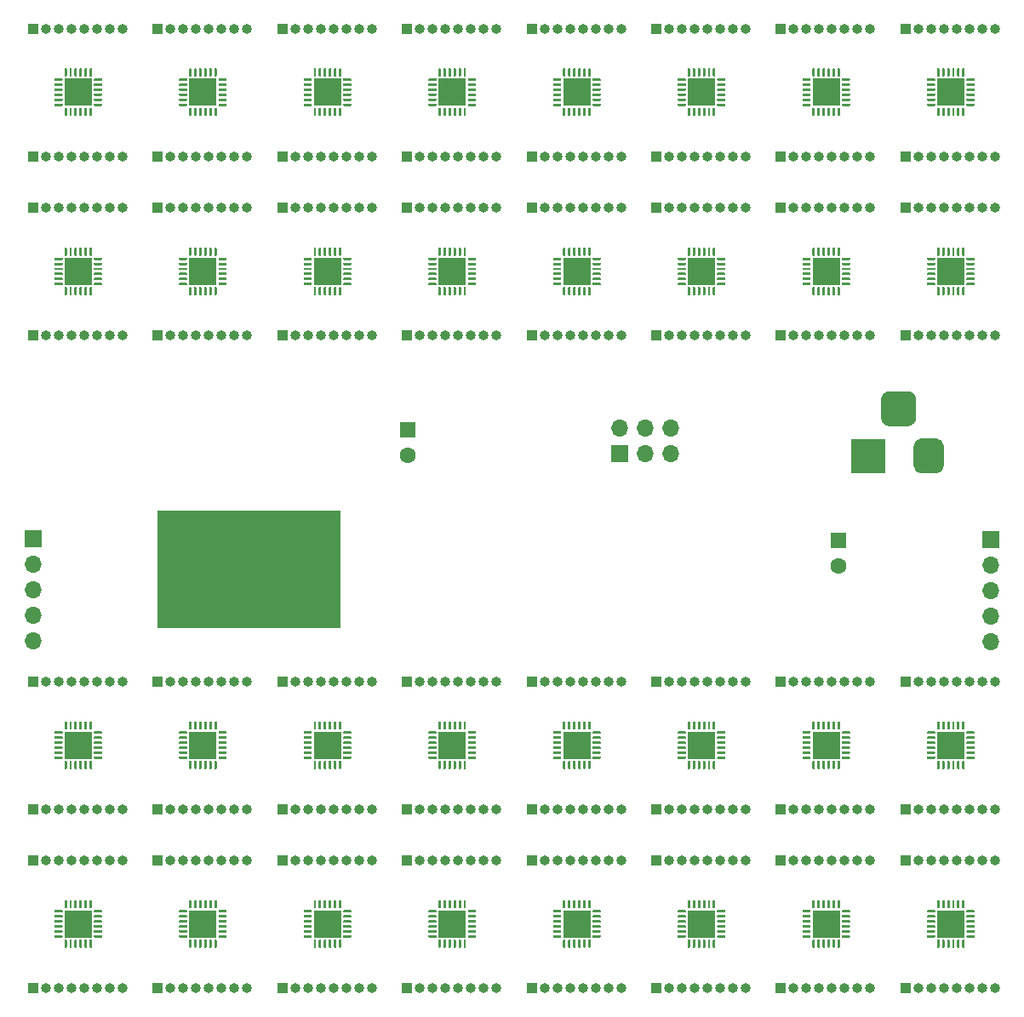
<source format=gbr>
%TF.GenerationSoftware,KiCad,Pcbnew,(5.1.9)-1*%
%TF.CreationDate,2021-03-15T02:11:56+07:00*%
%TF.ProjectId,super_expander,73757065-725f-4657-9870-616e6465722e,1*%
%TF.SameCoordinates,Original*%
%TF.FileFunction,Soldermask,Bot*%
%TF.FilePolarity,Negative*%
%FSLAX46Y46*%
G04 Gerber Fmt 4.6, Leading zero omitted, Abs format (unit mm)*
G04 Created by KiCad (PCBNEW (5.1.9)-1) date 2021-03-15 02:11:56*
%MOMM*%
%LPD*%
G01*
G04 APERTURE LIST*
%ADD10C,0.100000*%
%ADD11O,1.700000X1.700000*%
%ADD12R,1.700000X1.700000*%
%ADD13C,1.600000*%
%ADD14R,1.600000X1.600000*%
%ADD15R,3.500000X3.500000*%
%ADD16R,2.700000X2.700000*%
%ADD17O,1.000000X1.000000*%
%ADD18R,1.000000X1.000000*%
G04 APERTURE END LIST*
D10*
G36*
X83000000Y-86800000D02*
G01*
X64900000Y-86800000D01*
X64900000Y-75200000D01*
X83000000Y-75200000D01*
X83000000Y-86800000D01*
G37*
X83000000Y-86800000D02*
X64900000Y-86800000D01*
X64900000Y-75200000D01*
X83000000Y-75200000D01*
X83000000Y-86800000D01*
D11*
%TO.C,J69*%
X115980000Y-67060000D03*
X115980000Y-69600000D03*
X113440000Y-67060000D03*
X113440000Y-69600000D03*
X110900000Y-67060000D03*
D12*
X110900000Y-69600000D03*
%TD*%
D13*
%TO.C,C42*%
X89800000Y-69700000D03*
D14*
X89800000Y-67200000D03*
%TD*%
D13*
%TO.C,C41*%
X132600000Y-80700000D03*
D14*
X132600000Y-78200000D03*
%TD*%
%TO.C,J68*%
G36*
G01*
X140350000Y-64225000D02*
X140350000Y-65975000D01*
G75*
G02*
X139475000Y-66850000I-875000J0D01*
G01*
X137725000Y-66850000D01*
G75*
G02*
X136850000Y-65975000I0J875000D01*
G01*
X136850000Y-64225000D01*
G75*
G02*
X137725000Y-63350000I875000J0D01*
G01*
X139475000Y-63350000D01*
G75*
G02*
X140350000Y-64225000I0J-875000D01*
G01*
G37*
G36*
G01*
X143100000Y-68800000D02*
X143100000Y-70800000D01*
G75*
G02*
X142350000Y-71550000I-750000J0D01*
G01*
X140850000Y-71550000D01*
G75*
G02*
X140100000Y-70800000I0J750000D01*
G01*
X140100000Y-68800000D01*
G75*
G02*
X140850000Y-68050000I750000J0D01*
G01*
X142350000Y-68050000D01*
G75*
G02*
X143100000Y-68800000I0J-750000D01*
G01*
G37*
D15*
X135600000Y-69800000D03*
%TD*%
D11*
%TO.C,J67*%
X147800000Y-88260000D03*
X147800000Y-85720000D03*
X147800000Y-83180000D03*
X147800000Y-80640000D03*
D12*
X147800000Y-78100000D03*
%TD*%
D11*
%TO.C,J66*%
X52500000Y-88180000D03*
X52500000Y-85640000D03*
X52500000Y-83100000D03*
X52500000Y-80560000D03*
D12*
X52500000Y-78020000D03*
%TD*%
D16*
%TO.C,U24*%
X119000000Y-51440000D03*
G36*
G01*
X121312500Y-52815000D02*
X120612500Y-52815000D01*
G75*
G02*
X120550000Y-52752500I0J62500D01*
G01*
X120550000Y-52627500D01*
G75*
G02*
X120612500Y-52565000I62500J0D01*
G01*
X121312500Y-52565000D01*
G75*
G02*
X121375000Y-52627500I0J-62500D01*
G01*
X121375000Y-52752500D01*
G75*
G02*
X121312500Y-52815000I-62500J0D01*
G01*
G37*
G36*
G01*
X121312500Y-52315000D02*
X120612500Y-52315000D01*
G75*
G02*
X120550000Y-52252500I0J62500D01*
G01*
X120550000Y-52127500D01*
G75*
G02*
X120612500Y-52065000I62500J0D01*
G01*
X121312500Y-52065000D01*
G75*
G02*
X121375000Y-52127500I0J-62500D01*
G01*
X121375000Y-52252500D01*
G75*
G02*
X121312500Y-52315000I-62500J0D01*
G01*
G37*
G36*
G01*
X121312500Y-51815000D02*
X120612500Y-51815000D01*
G75*
G02*
X120550000Y-51752500I0J62500D01*
G01*
X120550000Y-51627500D01*
G75*
G02*
X120612500Y-51565000I62500J0D01*
G01*
X121312500Y-51565000D01*
G75*
G02*
X121375000Y-51627500I0J-62500D01*
G01*
X121375000Y-51752500D01*
G75*
G02*
X121312500Y-51815000I-62500J0D01*
G01*
G37*
G36*
G01*
X121312500Y-51315000D02*
X120612500Y-51315000D01*
G75*
G02*
X120550000Y-51252500I0J62500D01*
G01*
X120550000Y-51127500D01*
G75*
G02*
X120612500Y-51065000I62500J0D01*
G01*
X121312500Y-51065000D01*
G75*
G02*
X121375000Y-51127500I0J-62500D01*
G01*
X121375000Y-51252500D01*
G75*
G02*
X121312500Y-51315000I-62500J0D01*
G01*
G37*
G36*
G01*
X121312500Y-50815000D02*
X120612500Y-50815000D01*
G75*
G02*
X120550000Y-50752500I0J62500D01*
G01*
X120550000Y-50627500D01*
G75*
G02*
X120612500Y-50565000I62500J0D01*
G01*
X121312500Y-50565000D01*
G75*
G02*
X121375000Y-50627500I0J-62500D01*
G01*
X121375000Y-50752500D01*
G75*
G02*
X121312500Y-50815000I-62500J0D01*
G01*
G37*
G36*
G01*
X121312500Y-50315000D02*
X120612500Y-50315000D01*
G75*
G02*
X120550000Y-50252500I0J62500D01*
G01*
X120550000Y-50127500D01*
G75*
G02*
X120612500Y-50065000I62500J0D01*
G01*
X121312500Y-50065000D01*
G75*
G02*
X121375000Y-50127500I0J-62500D01*
G01*
X121375000Y-50252500D01*
G75*
G02*
X121312500Y-50315000I-62500J0D01*
G01*
G37*
G36*
G01*
X120312500Y-49890000D02*
X120187500Y-49890000D01*
G75*
G02*
X120125000Y-49827500I0J62500D01*
G01*
X120125000Y-49127500D01*
G75*
G02*
X120187500Y-49065000I62500J0D01*
G01*
X120312500Y-49065000D01*
G75*
G02*
X120375000Y-49127500I0J-62500D01*
G01*
X120375000Y-49827500D01*
G75*
G02*
X120312500Y-49890000I-62500J0D01*
G01*
G37*
G36*
G01*
X119812500Y-49890000D02*
X119687500Y-49890000D01*
G75*
G02*
X119625000Y-49827500I0J62500D01*
G01*
X119625000Y-49127500D01*
G75*
G02*
X119687500Y-49065000I62500J0D01*
G01*
X119812500Y-49065000D01*
G75*
G02*
X119875000Y-49127500I0J-62500D01*
G01*
X119875000Y-49827500D01*
G75*
G02*
X119812500Y-49890000I-62500J0D01*
G01*
G37*
G36*
G01*
X119312500Y-49890000D02*
X119187500Y-49890000D01*
G75*
G02*
X119125000Y-49827500I0J62500D01*
G01*
X119125000Y-49127500D01*
G75*
G02*
X119187500Y-49065000I62500J0D01*
G01*
X119312500Y-49065000D01*
G75*
G02*
X119375000Y-49127500I0J-62500D01*
G01*
X119375000Y-49827500D01*
G75*
G02*
X119312500Y-49890000I-62500J0D01*
G01*
G37*
G36*
G01*
X118812500Y-49890000D02*
X118687500Y-49890000D01*
G75*
G02*
X118625000Y-49827500I0J62500D01*
G01*
X118625000Y-49127500D01*
G75*
G02*
X118687500Y-49065000I62500J0D01*
G01*
X118812500Y-49065000D01*
G75*
G02*
X118875000Y-49127500I0J-62500D01*
G01*
X118875000Y-49827500D01*
G75*
G02*
X118812500Y-49890000I-62500J0D01*
G01*
G37*
G36*
G01*
X118312500Y-49890000D02*
X118187500Y-49890000D01*
G75*
G02*
X118125000Y-49827500I0J62500D01*
G01*
X118125000Y-49127500D01*
G75*
G02*
X118187500Y-49065000I62500J0D01*
G01*
X118312500Y-49065000D01*
G75*
G02*
X118375000Y-49127500I0J-62500D01*
G01*
X118375000Y-49827500D01*
G75*
G02*
X118312500Y-49890000I-62500J0D01*
G01*
G37*
G36*
G01*
X117812500Y-49890000D02*
X117687500Y-49890000D01*
G75*
G02*
X117625000Y-49827500I0J62500D01*
G01*
X117625000Y-49127500D01*
G75*
G02*
X117687500Y-49065000I62500J0D01*
G01*
X117812500Y-49065000D01*
G75*
G02*
X117875000Y-49127500I0J-62500D01*
G01*
X117875000Y-49827500D01*
G75*
G02*
X117812500Y-49890000I-62500J0D01*
G01*
G37*
G36*
G01*
X117387500Y-50315000D02*
X116687500Y-50315000D01*
G75*
G02*
X116625000Y-50252500I0J62500D01*
G01*
X116625000Y-50127500D01*
G75*
G02*
X116687500Y-50065000I62500J0D01*
G01*
X117387500Y-50065000D01*
G75*
G02*
X117450000Y-50127500I0J-62500D01*
G01*
X117450000Y-50252500D01*
G75*
G02*
X117387500Y-50315000I-62500J0D01*
G01*
G37*
G36*
G01*
X117387500Y-50815000D02*
X116687500Y-50815000D01*
G75*
G02*
X116625000Y-50752500I0J62500D01*
G01*
X116625000Y-50627500D01*
G75*
G02*
X116687500Y-50565000I62500J0D01*
G01*
X117387500Y-50565000D01*
G75*
G02*
X117450000Y-50627500I0J-62500D01*
G01*
X117450000Y-50752500D01*
G75*
G02*
X117387500Y-50815000I-62500J0D01*
G01*
G37*
G36*
G01*
X117387500Y-51315000D02*
X116687500Y-51315000D01*
G75*
G02*
X116625000Y-51252500I0J62500D01*
G01*
X116625000Y-51127500D01*
G75*
G02*
X116687500Y-51065000I62500J0D01*
G01*
X117387500Y-51065000D01*
G75*
G02*
X117450000Y-51127500I0J-62500D01*
G01*
X117450000Y-51252500D01*
G75*
G02*
X117387500Y-51315000I-62500J0D01*
G01*
G37*
G36*
G01*
X117387500Y-51815000D02*
X116687500Y-51815000D01*
G75*
G02*
X116625000Y-51752500I0J62500D01*
G01*
X116625000Y-51627500D01*
G75*
G02*
X116687500Y-51565000I62500J0D01*
G01*
X117387500Y-51565000D01*
G75*
G02*
X117450000Y-51627500I0J-62500D01*
G01*
X117450000Y-51752500D01*
G75*
G02*
X117387500Y-51815000I-62500J0D01*
G01*
G37*
G36*
G01*
X117387500Y-52315000D02*
X116687500Y-52315000D01*
G75*
G02*
X116625000Y-52252500I0J62500D01*
G01*
X116625000Y-52127500D01*
G75*
G02*
X116687500Y-52065000I62500J0D01*
G01*
X117387500Y-52065000D01*
G75*
G02*
X117450000Y-52127500I0J-62500D01*
G01*
X117450000Y-52252500D01*
G75*
G02*
X117387500Y-52315000I-62500J0D01*
G01*
G37*
G36*
G01*
X117387500Y-52815000D02*
X116687500Y-52815000D01*
G75*
G02*
X116625000Y-52752500I0J62500D01*
G01*
X116625000Y-52627500D01*
G75*
G02*
X116687500Y-52565000I62500J0D01*
G01*
X117387500Y-52565000D01*
G75*
G02*
X117450000Y-52627500I0J-62500D01*
G01*
X117450000Y-52752500D01*
G75*
G02*
X117387500Y-52815000I-62500J0D01*
G01*
G37*
G36*
G01*
X117812500Y-53815000D02*
X117687500Y-53815000D01*
G75*
G02*
X117625000Y-53752500I0J62500D01*
G01*
X117625000Y-53052500D01*
G75*
G02*
X117687500Y-52990000I62500J0D01*
G01*
X117812500Y-52990000D01*
G75*
G02*
X117875000Y-53052500I0J-62500D01*
G01*
X117875000Y-53752500D01*
G75*
G02*
X117812500Y-53815000I-62500J0D01*
G01*
G37*
G36*
G01*
X118312500Y-53815000D02*
X118187500Y-53815000D01*
G75*
G02*
X118125000Y-53752500I0J62500D01*
G01*
X118125000Y-53052500D01*
G75*
G02*
X118187500Y-52990000I62500J0D01*
G01*
X118312500Y-52990000D01*
G75*
G02*
X118375000Y-53052500I0J-62500D01*
G01*
X118375000Y-53752500D01*
G75*
G02*
X118312500Y-53815000I-62500J0D01*
G01*
G37*
G36*
G01*
X118812500Y-53815000D02*
X118687500Y-53815000D01*
G75*
G02*
X118625000Y-53752500I0J62500D01*
G01*
X118625000Y-53052500D01*
G75*
G02*
X118687500Y-52990000I62500J0D01*
G01*
X118812500Y-52990000D01*
G75*
G02*
X118875000Y-53052500I0J-62500D01*
G01*
X118875000Y-53752500D01*
G75*
G02*
X118812500Y-53815000I-62500J0D01*
G01*
G37*
G36*
G01*
X119312500Y-53815000D02*
X119187500Y-53815000D01*
G75*
G02*
X119125000Y-53752500I0J62500D01*
G01*
X119125000Y-53052500D01*
G75*
G02*
X119187500Y-52990000I62500J0D01*
G01*
X119312500Y-52990000D01*
G75*
G02*
X119375000Y-53052500I0J-62500D01*
G01*
X119375000Y-53752500D01*
G75*
G02*
X119312500Y-53815000I-62500J0D01*
G01*
G37*
G36*
G01*
X119812500Y-53815000D02*
X119687500Y-53815000D01*
G75*
G02*
X119625000Y-53752500I0J62500D01*
G01*
X119625000Y-53052500D01*
G75*
G02*
X119687500Y-52990000I62500J0D01*
G01*
X119812500Y-52990000D01*
G75*
G02*
X119875000Y-53052500I0J-62500D01*
G01*
X119875000Y-53752500D01*
G75*
G02*
X119812500Y-53815000I-62500J0D01*
G01*
G37*
G36*
G01*
X120312500Y-53815000D02*
X120187500Y-53815000D01*
G75*
G02*
X120125000Y-53752500I0J62500D01*
G01*
X120125000Y-53052500D01*
G75*
G02*
X120187500Y-52990000I62500J0D01*
G01*
X120312500Y-52990000D01*
G75*
G02*
X120375000Y-53052500I0J-62500D01*
G01*
X120375000Y-53752500D01*
G75*
G02*
X120312500Y-53815000I-62500J0D01*
G01*
G37*
%TD*%
D17*
%TO.C,J20*%
X123390000Y-110000000D03*
X122120000Y-110000000D03*
X120850000Y-110000000D03*
X119580000Y-110000000D03*
X118310000Y-110000000D03*
X117040000Y-110000000D03*
X115770000Y-110000000D03*
D18*
X114500000Y-110000000D03*
%TD*%
D16*
%TO.C,U16*%
X143800000Y-116350000D03*
G36*
G01*
X146112500Y-117725000D02*
X145412500Y-117725000D01*
G75*
G02*
X145350000Y-117662500I0J62500D01*
G01*
X145350000Y-117537500D01*
G75*
G02*
X145412500Y-117475000I62500J0D01*
G01*
X146112500Y-117475000D01*
G75*
G02*
X146175000Y-117537500I0J-62500D01*
G01*
X146175000Y-117662500D01*
G75*
G02*
X146112500Y-117725000I-62500J0D01*
G01*
G37*
G36*
G01*
X146112500Y-117225000D02*
X145412500Y-117225000D01*
G75*
G02*
X145350000Y-117162500I0J62500D01*
G01*
X145350000Y-117037500D01*
G75*
G02*
X145412500Y-116975000I62500J0D01*
G01*
X146112500Y-116975000D01*
G75*
G02*
X146175000Y-117037500I0J-62500D01*
G01*
X146175000Y-117162500D01*
G75*
G02*
X146112500Y-117225000I-62500J0D01*
G01*
G37*
G36*
G01*
X146112500Y-116725000D02*
X145412500Y-116725000D01*
G75*
G02*
X145350000Y-116662500I0J62500D01*
G01*
X145350000Y-116537500D01*
G75*
G02*
X145412500Y-116475000I62500J0D01*
G01*
X146112500Y-116475000D01*
G75*
G02*
X146175000Y-116537500I0J-62500D01*
G01*
X146175000Y-116662500D01*
G75*
G02*
X146112500Y-116725000I-62500J0D01*
G01*
G37*
G36*
G01*
X146112500Y-116225000D02*
X145412500Y-116225000D01*
G75*
G02*
X145350000Y-116162500I0J62500D01*
G01*
X145350000Y-116037500D01*
G75*
G02*
X145412500Y-115975000I62500J0D01*
G01*
X146112500Y-115975000D01*
G75*
G02*
X146175000Y-116037500I0J-62500D01*
G01*
X146175000Y-116162500D01*
G75*
G02*
X146112500Y-116225000I-62500J0D01*
G01*
G37*
G36*
G01*
X146112500Y-115725000D02*
X145412500Y-115725000D01*
G75*
G02*
X145350000Y-115662500I0J62500D01*
G01*
X145350000Y-115537500D01*
G75*
G02*
X145412500Y-115475000I62500J0D01*
G01*
X146112500Y-115475000D01*
G75*
G02*
X146175000Y-115537500I0J-62500D01*
G01*
X146175000Y-115662500D01*
G75*
G02*
X146112500Y-115725000I-62500J0D01*
G01*
G37*
G36*
G01*
X146112500Y-115225000D02*
X145412500Y-115225000D01*
G75*
G02*
X145350000Y-115162500I0J62500D01*
G01*
X145350000Y-115037500D01*
G75*
G02*
X145412500Y-114975000I62500J0D01*
G01*
X146112500Y-114975000D01*
G75*
G02*
X146175000Y-115037500I0J-62500D01*
G01*
X146175000Y-115162500D01*
G75*
G02*
X146112500Y-115225000I-62500J0D01*
G01*
G37*
G36*
G01*
X145112500Y-114800000D02*
X144987500Y-114800000D01*
G75*
G02*
X144925000Y-114737500I0J62500D01*
G01*
X144925000Y-114037500D01*
G75*
G02*
X144987500Y-113975000I62500J0D01*
G01*
X145112500Y-113975000D01*
G75*
G02*
X145175000Y-114037500I0J-62500D01*
G01*
X145175000Y-114737500D01*
G75*
G02*
X145112500Y-114800000I-62500J0D01*
G01*
G37*
G36*
G01*
X144612500Y-114800000D02*
X144487500Y-114800000D01*
G75*
G02*
X144425000Y-114737500I0J62500D01*
G01*
X144425000Y-114037500D01*
G75*
G02*
X144487500Y-113975000I62500J0D01*
G01*
X144612500Y-113975000D01*
G75*
G02*
X144675000Y-114037500I0J-62500D01*
G01*
X144675000Y-114737500D01*
G75*
G02*
X144612500Y-114800000I-62500J0D01*
G01*
G37*
G36*
G01*
X144112500Y-114800000D02*
X143987500Y-114800000D01*
G75*
G02*
X143925000Y-114737500I0J62500D01*
G01*
X143925000Y-114037500D01*
G75*
G02*
X143987500Y-113975000I62500J0D01*
G01*
X144112500Y-113975000D01*
G75*
G02*
X144175000Y-114037500I0J-62500D01*
G01*
X144175000Y-114737500D01*
G75*
G02*
X144112500Y-114800000I-62500J0D01*
G01*
G37*
G36*
G01*
X143612500Y-114800000D02*
X143487500Y-114800000D01*
G75*
G02*
X143425000Y-114737500I0J62500D01*
G01*
X143425000Y-114037500D01*
G75*
G02*
X143487500Y-113975000I62500J0D01*
G01*
X143612500Y-113975000D01*
G75*
G02*
X143675000Y-114037500I0J-62500D01*
G01*
X143675000Y-114737500D01*
G75*
G02*
X143612500Y-114800000I-62500J0D01*
G01*
G37*
G36*
G01*
X143112500Y-114800000D02*
X142987500Y-114800000D01*
G75*
G02*
X142925000Y-114737500I0J62500D01*
G01*
X142925000Y-114037500D01*
G75*
G02*
X142987500Y-113975000I62500J0D01*
G01*
X143112500Y-113975000D01*
G75*
G02*
X143175000Y-114037500I0J-62500D01*
G01*
X143175000Y-114737500D01*
G75*
G02*
X143112500Y-114800000I-62500J0D01*
G01*
G37*
G36*
G01*
X142612500Y-114800000D02*
X142487500Y-114800000D01*
G75*
G02*
X142425000Y-114737500I0J62500D01*
G01*
X142425000Y-114037500D01*
G75*
G02*
X142487500Y-113975000I62500J0D01*
G01*
X142612500Y-113975000D01*
G75*
G02*
X142675000Y-114037500I0J-62500D01*
G01*
X142675000Y-114737500D01*
G75*
G02*
X142612500Y-114800000I-62500J0D01*
G01*
G37*
G36*
G01*
X142187500Y-115225000D02*
X141487500Y-115225000D01*
G75*
G02*
X141425000Y-115162500I0J62500D01*
G01*
X141425000Y-115037500D01*
G75*
G02*
X141487500Y-114975000I62500J0D01*
G01*
X142187500Y-114975000D01*
G75*
G02*
X142250000Y-115037500I0J-62500D01*
G01*
X142250000Y-115162500D01*
G75*
G02*
X142187500Y-115225000I-62500J0D01*
G01*
G37*
G36*
G01*
X142187500Y-115725000D02*
X141487500Y-115725000D01*
G75*
G02*
X141425000Y-115662500I0J62500D01*
G01*
X141425000Y-115537500D01*
G75*
G02*
X141487500Y-115475000I62500J0D01*
G01*
X142187500Y-115475000D01*
G75*
G02*
X142250000Y-115537500I0J-62500D01*
G01*
X142250000Y-115662500D01*
G75*
G02*
X142187500Y-115725000I-62500J0D01*
G01*
G37*
G36*
G01*
X142187500Y-116225000D02*
X141487500Y-116225000D01*
G75*
G02*
X141425000Y-116162500I0J62500D01*
G01*
X141425000Y-116037500D01*
G75*
G02*
X141487500Y-115975000I62500J0D01*
G01*
X142187500Y-115975000D01*
G75*
G02*
X142250000Y-116037500I0J-62500D01*
G01*
X142250000Y-116162500D01*
G75*
G02*
X142187500Y-116225000I-62500J0D01*
G01*
G37*
G36*
G01*
X142187500Y-116725000D02*
X141487500Y-116725000D01*
G75*
G02*
X141425000Y-116662500I0J62500D01*
G01*
X141425000Y-116537500D01*
G75*
G02*
X141487500Y-116475000I62500J0D01*
G01*
X142187500Y-116475000D01*
G75*
G02*
X142250000Y-116537500I0J-62500D01*
G01*
X142250000Y-116662500D01*
G75*
G02*
X142187500Y-116725000I-62500J0D01*
G01*
G37*
G36*
G01*
X142187500Y-117225000D02*
X141487500Y-117225000D01*
G75*
G02*
X141425000Y-117162500I0J62500D01*
G01*
X141425000Y-117037500D01*
G75*
G02*
X141487500Y-116975000I62500J0D01*
G01*
X142187500Y-116975000D01*
G75*
G02*
X142250000Y-117037500I0J-62500D01*
G01*
X142250000Y-117162500D01*
G75*
G02*
X142187500Y-117225000I-62500J0D01*
G01*
G37*
G36*
G01*
X142187500Y-117725000D02*
X141487500Y-117725000D01*
G75*
G02*
X141425000Y-117662500I0J62500D01*
G01*
X141425000Y-117537500D01*
G75*
G02*
X141487500Y-117475000I62500J0D01*
G01*
X142187500Y-117475000D01*
G75*
G02*
X142250000Y-117537500I0J-62500D01*
G01*
X142250000Y-117662500D01*
G75*
G02*
X142187500Y-117725000I-62500J0D01*
G01*
G37*
G36*
G01*
X142612500Y-118725000D02*
X142487500Y-118725000D01*
G75*
G02*
X142425000Y-118662500I0J62500D01*
G01*
X142425000Y-117962500D01*
G75*
G02*
X142487500Y-117900000I62500J0D01*
G01*
X142612500Y-117900000D01*
G75*
G02*
X142675000Y-117962500I0J-62500D01*
G01*
X142675000Y-118662500D01*
G75*
G02*
X142612500Y-118725000I-62500J0D01*
G01*
G37*
G36*
G01*
X143112500Y-118725000D02*
X142987500Y-118725000D01*
G75*
G02*
X142925000Y-118662500I0J62500D01*
G01*
X142925000Y-117962500D01*
G75*
G02*
X142987500Y-117900000I62500J0D01*
G01*
X143112500Y-117900000D01*
G75*
G02*
X143175000Y-117962500I0J-62500D01*
G01*
X143175000Y-118662500D01*
G75*
G02*
X143112500Y-118725000I-62500J0D01*
G01*
G37*
G36*
G01*
X143612500Y-118725000D02*
X143487500Y-118725000D01*
G75*
G02*
X143425000Y-118662500I0J62500D01*
G01*
X143425000Y-117962500D01*
G75*
G02*
X143487500Y-117900000I62500J0D01*
G01*
X143612500Y-117900000D01*
G75*
G02*
X143675000Y-117962500I0J-62500D01*
G01*
X143675000Y-118662500D01*
G75*
G02*
X143612500Y-118725000I-62500J0D01*
G01*
G37*
G36*
G01*
X144112500Y-118725000D02*
X143987500Y-118725000D01*
G75*
G02*
X143925000Y-118662500I0J62500D01*
G01*
X143925000Y-117962500D01*
G75*
G02*
X143987500Y-117900000I62500J0D01*
G01*
X144112500Y-117900000D01*
G75*
G02*
X144175000Y-117962500I0J-62500D01*
G01*
X144175000Y-118662500D01*
G75*
G02*
X144112500Y-118725000I-62500J0D01*
G01*
G37*
G36*
G01*
X144612500Y-118725000D02*
X144487500Y-118725000D01*
G75*
G02*
X144425000Y-118662500I0J62500D01*
G01*
X144425000Y-117962500D01*
G75*
G02*
X144487500Y-117900000I62500J0D01*
G01*
X144612500Y-117900000D01*
G75*
G02*
X144675000Y-117962500I0J-62500D01*
G01*
X144675000Y-118662500D01*
G75*
G02*
X144612500Y-118725000I-62500J0D01*
G01*
G37*
G36*
G01*
X145112500Y-118725000D02*
X144987500Y-118725000D01*
G75*
G02*
X144925000Y-118662500I0J62500D01*
G01*
X144925000Y-117962500D01*
G75*
G02*
X144987500Y-117900000I62500J0D01*
G01*
X145112500Y-117900000D01*
G75*
G02*
X145175000Y-117962500I0J-62500D01*
G01*
X145175000Y-118662500D01*
G75*
G02*
X145112500Y-118725000I-62500J0D01*
G01*
G37*
%TD*%
%TO.C,U32*%
X69400000Y-51440000D03*
G36*
G01*
X71712500Y-52815000D02*
X71012500Y-52815000D01*
G75*
G02*
X70950000Y-52752500I0J62500D01*
G01*
X70950000Y-52627500D01*
G75*
G02*
X71012500Y-52565000I62500J0D01*
G01*
X71712500Y-52565000D01*
G75*
G02*
X71775000Y-52627500I0J-62500D01*
G01*
X71775000Y-52752500D01*
G75*
G02*
X71712500Y-52815000I-62500J0D01*
G01*
G37*
G36*
G01*
X71712500Y-52315000D02*
X71012500Y-52315000D01*
G75*
G02*
X70950000Y-52252500I0J62500D01*
G01*
X70950000Y-52127500D01*
G75*
G02*
X71012500Y-52065000I62500J0D01*
G01*
X71712500Y-52065000D01*
G75*
G02*
X71775000Y-52127500I0J-62500D01*
G01*
X71775000Y-52252500D01*
G75*
G02*
X71712500Y-52315000I-62500J0D01*
G01*
G37*
G36*
G01*
X71712500Y-51815000D02*
X71012500Y-51815000D01*
G75*
G02*
X70950000Y-51752500I0J62500D01*
G01*
X70950000Y-51627500D01*
G75*
G02*
X71012500Y-51565000I62500J0D01*
G01*
X71712500Y-51565000D01*
G75*
G02*
X71775000Y-51627500I0J-62500D01*
G01*
X71775000Y-51752500D01*
G75*
G02*
X71712500Y-51815000I-62500J0D01*
G01*
G37*
G36*
G01*
X71712500Y-51315000D02*
X71012500Y-51315000D01*
G75*
G02*
X70950000Y-51252500I0J62500D01*
G01*
X70950000Y-51127500D01*
G75*
G02*
X71012500Y-51065000I62500J0D01*
G01*
X71712500Y-51065000D01*
G75*
G02*
X71775000Y-51127500I0J-62500D01*
G01*
X71775000Y-51252500D01*
G75*
G02*
X71712500Y-51315000I-62500J0D01*
G01*
G37*
G36*
G01*
X71712500Y-50815000D02*
X71012500Y-50815000D01*
G75*
G02*
X70950000Y-50752500I0J62500D01*
G01*
X70950000Y-50627500D01*
G75*
G02*
X71012500Y-50565000I62500J0D01*
G01*
X71712500Y-50565000D01*
G75*
G02*
X71775000Y-50627500I0J-62500D01*
G01*
X71775000Y-50752500D01*
G75*
G02*
X71712500Y-50815000I-62500J0D01*
G01*
G37*
G36*
G01*
X71712500Y-50315000D02*
X71012500Y-50315000D01*
G75*
G02*
X70950000Y-50252500I0J62500D01*
G01*
X70950000Y-50127500D01*
G75*
G02*
X71012500Y-50065000I62500J0D01*
G01*
X71712500Y-50065000D01*
G75*
G02*
X71775000Y-50127500I0J-62500D01*
G01*
X71775000Y-50252500D01*
G75*
G02*
X71712500Y-50315000I-62500J0D01*
G01*
G37*
G36*
G01*
X70712500Y-49890000D02*
X70587500Y-49890000D01*
G75*
G02*
X70525000Y-49827500I0J62500D01*
G01*
X70525000Y-49127500D01*
G75*
G02*
X70587500Y-49065000I62500J0D01*
G01*
X70712500Y-49065000D01*
G75*
G02*
X70775000Y-49127500I0J-62500D01*
G01*
X70775000Y-49827500D01*
G75*
G02*
X70712500Y-49890000I-62500J0D01*
G01*
G37*
G36*
G01*
X70212500Y-49890000D02*
X70087500Y-49890000D01*
G75*
G02*
X70025000Y-49827500I0J62500D01*
G01*
X70025000Y-49127500D01*
G75*
G02*
X70087500Y-49065000I62500J0D01*
G01*
X70212500Y-49065000D01*
G75*
G02*
X70275000Y-49127500I0J-62500D01*
G01*
X70275000Y-49827500D01*
G75*
G02*
X70212500Y-49890000I-62500J0D01*
G01*
G37*
G36*
G01*
X69712500Y-49890000D02*
X69587500Y-49890000D01*
G75*
G02*
X69525000Y-49827500I0J62500D01*
G01*
X69525000Y-49127500D01*
G75*
G02*
X69587500Y-49065000I62500J0D01*
G01*
X69712500Y-49065000D01*
G75*
G02*
X69775000Y-49127500I0J-62500D01*
G01*
X69775000Y-49827500D01*
G75*
G02*
X69712500Y-49890000I-62500J0D01*
G01*
G37*
G36*
G01*
X69212500Y-49890000D02*
X69087500Y-49890000D01*
G75*
G02*
X69025000Y-49827500I0J62500D01*
G01*
X69025000Y-49127500D01*
G75*
G02*
X69087500Y-49065000I62500J0D01*
G01*
X69212500Y-49065000D01*
G75*
G02*
X69275000Y-49127500I0J-62500D01*
G01*
X69275000Y-49827500D01*
G75*
G02*
X69212500Y-49890000I-62500J0D01*
G01*
G37*
G36*
G01*
X68712500Y-49890000D02*
X68587500Y-49890000D01*
G75*
G02*
X68525000Y-49827500I0J62500D01*
G01*
X68525000Y-49127500D01*
G75*
G02*
X68587500Y-49065000I62500J0D01*
G01*
X68712500Y-49065000D01*
G75*
G02*
X68775000Y-49127500I0J-62500D01*
G01*
X68775000Y-49827500D01*
G75*
G02*
X68712500Y-49890000I-62500J0D01*
G01*
G37*
G36*
G01*
X68212500Y-49890000D02*
X68087500Y-49890000D01*
G75*
G02*
X68025000Y-49827500I0J62500D01*
G01*
X68025000Y-49127500D01*
G75*
G02*
X68087500Y-49065000I62500J0D01*
G01*
X68212500Y-49065000D01*
G75*
G02*
X68275000Y-49127500I0J-62500D01*
G01*
X68275000Y-49827500D01*
G75*
G02*
X68212500Y-49890000I-62500J0D01*
G01*
G37*
G36*
G01*
X67787500Y-50315000D02*
X67087500Y-50315000D01*
G75*
G02*
X67025000Y-50252500I0J62500D01*
G01*
X67025000Y-50127500D01*
G75*
G02*
X67087500Y-50065000I62500J0D01*
G01*
X67787500Y-50065000D01*
G75*
G02*
X67850000Y-50127500I0J-62500D01*
G01*
X67850000Y-50252500D01*
G75*
G02*
X67787500Y-50315000I-62500J0D01*
G01*
G37*
G36*
G01*
X67787500Y-50815000D02*
X67087500Y-50815000D01*
G75*
G02*
X67025000Y-50752500I0J62500D01*
G01*
X67025000Y-50627500D01*
G75*
G02*
X67087500Y-50565000I62500J0D01*
G01*
X67787500Y-50565000D01*
G75*
G02*
X67850000Y-50627500I0J-62500D01*
G01*
X67850000Y-50752500D01*
G75*
G02*
X67787500Y-50815000I-62500J0D01*
G01*
G37*
G36*
G01*
X67787500Y-51315000D02*
X67087500Y-51315000D01*
G75*
G02*
X67025000Y-51252500I0J62500D01*
G01*
X67025000Y-51127500D01*
G75*
G02*
X67087500Y-51065000I62500J0D01*
G01*
X67787500Y-51065000D01*
G75*
G02*
X67850000Y-51127500I0J-62500D01*
G01*
X67850000Y-51252500D01*
G75*
G02*
X67787500Y-51315000I-62500J0D01*
G01*
G37*
G36*
G01*
X67787500Y-51815000D02*
X67087500Y-51815000D01*
G75*
G02*
X67025000Y-51752500I0J62500D01*
G01*
X67025000Y-51627500D01*
G75*
G02*
X67087500Y-51565000I62500J0D01*
G01*
X67787500Y-51565000D01*
G75*
G02*
X67850000Y-51627500I0J-62500D01*
G01*
X67850000Y-51752500D01*
G75*
G02*
X67787500Y-51815000I-62500J0D01*
G01*
G37*
G36*
G01*
X67787500Y-52315000D02*
X67087500Y-52315000D01*
G75*
G02*
X67025000Y-52252500I0J62500D01*
G01*
X67025000Y-52127500D01*
G75*
G02*
X67087500Y-52065000I62500J0D01*
G01*
X67787500Y-52065000D01*
G75*
G02*
X67850000Y-52127500I0J-62500D01*
G01*
X67850000Y-52252500D01*
G75*
G02*
X67787500Y-52315000I-62500J0D01*
G01*
G37*
G36*
G01*
X67787500Y-52815000D02*
X67087500Y-52815000D01*
G75*
G02*
X67025000Y-52752500I0J62500D01*
G01*
X67025000Y-52627500D01*
G75*
G02*
X67087500Y-52565000I62500J0D01*
G01*
X67787500Y-52565000D01*
G75*
G02*
X67850000Y-52627500I0J-62500D01*
G01*
X67850000Y-52752500D01*
G75*
G02*
X67787500Y-52815000I-62500J0D01*
G01*
G37*
G36*
G01*
X68212500Y-53815000D02*
X68087500Y-53815000D01*
G75*
G02*
X68025000Y-53752500I0J62500D01*
G01*
X68025000Y-53052500D01*
G75*
G02*
X68087500Y-52990000I62500J0D01*
G01*
X68212500Y-52990000D01*
G75*
G02*
X68275000Y-53052500I0J-62500D01*
G01*
X68275000Y-53752500D01*
G75*
G02*
X68212500Y-53815000I-62500J0D01*
G01*
G37*
G36*
G01*
X68712500Y-53815000D02*
X68587500Y-53815000D01*
G75*
G02*
X68525000Y-53752500I0J62500D01*
G01*
X68525000Y-53052500D01*
G75*
G02*
X68587500Y-52990000I62500J0D01*
G01*
X68712500Y-52990000D01*
G75*
G02*
X68775000Y-53052500I0J-62500D01*
G01*
X68775000Y-53752500D01*
G75*
G02*
X68712500Y-53815000I-62500J0D01*
G01*
G37*
G36*
G01*
X69212500Y-53815000D02*
X69087500Y-53815000D01*
G75*
G02*
X69025000Y-53752500I0J62500D01*
G01*
X69025000Y-53052500D01*
G75*
G02*
X69087500Y-52990000I62500J0D01*
G01*
X69212500Y-52990000D01*
G75*
G02*
X69275000Y-53052500I0J-62500D01*
G01*
X69275000Y-53752500D01*
G75*
G02*
X69212500Y-53815000I-62500J0D01*
G01*
G37*
G36*
G01*
X69712500Y-53815000D02*
X69587500Y-53815000D01*
G75*
G02*
X69525000Y-53752500I0J62500D01*
G01*
X69525000Y-53052500D01*
G75*
G02*
X69587500Y-52990000I62500J0D01*
G01*
X69712500Y-52990000D01*
G75*
G02*
X69775000Y-53052500I0J-62500D01*
G01*
X69775000Y-53752500D01*
G75*
G02*
X69712500Y-53815000I-62500J0D01*
G01*
G37*
G36*
G01*
X70212500Y-53815000D02*
X70087500Y-53815000D01*
G75*
G02*
X70025000Y-53752500I0J62500D01*
G01*
X70025000Y-53052500D01*
G75*
G02*
X70087500Y-52990000I62500J0D01*
G01*
X70212500Y-52990000D01*
G75*
G02*
X70275000Y-53052500I0J-62500D01*
G01*
X70275000Y-53752500D01*
G75*
G02*
X70212500Y-53815000I-62500J0D01*
G01*
G37*
G36*
G01*
X70712500Y-53815000D02*
X70587500Y-53815000D01*
G75*
G02*
X70525000Y-53752500I0J62500D01*
G01*
X70525000Y-53052500D01*
G75*
G02*
X70587500Y-52990000I62500J0D01*
G01*
X70712500Y-52990000D01*
G75*
G02*
X70775000Y-53052500I0J-62500D01*
G01*
X70775000Y-53752500D01*
G75*
G02*
X70712500Y-53815000I-62500J0D01*
G01*
G37*
%TD*%
%TO.C,U31*%
X69400000Y-33610000D03*
G36*
G01*
X71712500Y-34985000D02*
X71012500Y-34985000D01*
G75*
G02*
X70950000Y-34922500I0J62500D01*
G01*
X70950000Y-34797500D01*
G75*
G02*
X71012500Y-34735000I62500J0D01*
G01*
X71712500Y-34735000D01*
G75*
G02*
X71775000Y-34797500I0J-62500D01*
G01*
X71775000Y-34922500D01*
G75*
G02*
X71712500Y-34985000I-62500J0D01*
G01*
G37*
G36*
G01*
X71712500Y-34485000D02*
X71012500Y-34485000D01*
G75*
G02*
X70950000Y-34422500I0J62500D01*
G01*
X70950000Y-34297500D01*
G75*
G02*
X71012500Y-34235000I62500J0D01*
G01*
X71712500Y-34235000D01*
G75*
G02*
X71775000Y-34297500I0J-62500D01*
G01*
X71775000Y-34422500D01*
G75*
G02*
X71712500Y-34485000I-62500J0D01*
G01*
G37*
G36*
G01*
X71712500Y-33985000D02*
X71012500Y-33985000D01*
G75*
G02*
X70950000Y-33922500I0J62500D01*
G01*
X70950000Y-33797500D01*
G75*
G02*
X71012500Y-33735000I62500J0D01*
G01*
X71712500Y-33735000D01*
G75*
G02*
X71775000Y-33797500I0J-62500D01*
G01*
X71775000Y-33922500D01*
G75*
G02*
X71712500Y-33985000I-62500J0D01*
G01*
G37*
G36*
G01*
X71712500Y-33485000D02*
X71012500Y-33485000D01*
G75*
G02*
X70950000Y-33422500I0J62500D01*
G01*
X70950000Y-33297500D01*
G75*
G02*
X71012500Y-33235000I62500J0D01*
G01*
X71712500Y-33235000D01*
G75*
G02*
X71775000Y-33297500I0J-62500D01*
G01*
X71775000Y-33422500D01*
G75*
G02*
X71712500Y-33485000I-62500J0D01*
G01*
G37*
G36*
G01*
X71712500Y-32985000D02*
X71012500Y-32985000D01*
G75*
G02*
X70950000Y-32922500I0J62500D01*
G01*
X70950000Y-32797500D01*
G75*
G02*
X71012500Y-32735000I62500J0D01*
G01*
X71712500Y-32735000D01*
G75*
G02*
X71775000Y-32797500I0J-62500D01*
G01*
X71775000Y-32922500D01*
G75*
G02*
X71712500Y-32985000I-62500J0D01*
G01*
G37*
G36*
G01*
X71712500Y-32485000D02*
X71012500Y-32485000D01*
G75*
G02*
X70950000Y-32422500I0J62500D01*
G01*
X70950000Y-32297500D01*
G75*
G02*
X71012500Y-32235000I62500J0D01*
G01*
X71712500Y-32235000D01*
G75*
G02*
X71775000Y-32297500I0J-62500D01*
G01*
X71775000Y-32422500D01*
G75*
G02*
X71712500Y-32485000I-62500J0D01*
G01*
G37*
G36*
G01*
X70712500Y-32060000D02*
X70587500Y-32060000D01*
G75*
G02*
X70525000Y-31997500I0J62500D01*
G01*
X70525000Y-31297500D01*
G75*
G02*
X70587500Y-31235000I62500J0D01*
G01*
X70712500Y-31235000D01*
G75*
G02*
X70775000Y-31297500I0J-62500D01*
G01*
X70775000Y-31997500D01*
G75*
G02*
X70712500Y-32060000I-62500J0D01*
G01*
G37*
G36*
G01*
X70212500Y-32060000D02*
X70087500Y-32060000D01*
G75*
G02*
X70025000Y-31997500I0J62500D01*
G01*
X70025000Y-31297500D01*
G75*
G02*
X70087500Y-31235000I62500J0D01*
G01*
X70212500Y-31235000D01*
G75*
G02*
X70275000Y-31297500I0J-62500D01*
G01*
X70275000Y-31997500D01*
G75*
G02*
X70212500Y-32060000I-62500J0D01*
G01*
G37*
G36*
G01*
X69712500Y-32060000D02*
X69587500Y-32060000D01*
G75*
G02*
X69525000Y-31997500I0J62500D01*
G01*
X69525000Y-31297500D01*
G75*
G02*
X69587500Y-31235000I62500J0D01*
G01*
X69712500Y-31235000D01*
G75*
G02*
X69775000Y-31297500I0J-62500D01*
G01*
X69775000Y-31997500D01*
G75*
G02*
X69712500Y-32060000I-62500J0D01*
G01*
G37*
G36*
G01*
X69212500Y-32060000D02*
X69087500Y-32060000D01*
G75*
G02*
X69025000Y-31997500I0J62500D01*
G01*
X69025000Y-31297500D01*
G75*
G02*
X69087500Y-31235000I62500J0D01*
G01*
X69212500Y-31235000D01*
G75*
G02*
X69275000Y-31297500I0J-62500D01*
G01*
X69275000Y-31997500D01*
G75*
G02*
X69212500Y-32060000I-62500J0D01*
G01*
G37*
G36*
G01*
X68712500Y-32060000D02*
X68587500Y-32060000D01*
G75*
G02*
X68525000Y-31997500I0J62500D01*
G01*
X68525000Y-31297500D01*
G75*
G02*
X68587500Y-31235000I62500J0D01*
G01*
X68712500Y-31235000D01*
G75*
G02*
X68775000Y-31297500I0J-62500D01*
G01*
X68775000Y-31997500D01*
G75*
G02*
X68712500Y-32060000I-62500J0D01*
G01*
G37*
G36*
G01*
X68212500Y-32060000D02*
X68087500Y-32060000D01*
G75*
G02*
X68025000Y-31997500I0J62500D01*
G01*
X68025000Y-31297500D01*
G75*
G02*
X68087500Y-31235000I62500J0D01*
G01*
X68212500Y-31235000D01*
G75*
G02*
X68275000Y-31297500I0J-62500D01*
G01*
X68275000Y-31997500D01*
G75*
G02*
X68212500Y-32060000I-62500J0D01*
G01*
G37*
G36*
G01*
X67787500Y-32485000D02*
X67087500Y-32485000D01*
G75*
G02*
X67025000Y-32422500I0J62500D01*
G01*
X67025000Y-32297500D01*
G75*
G02*
X67087500Y-32235000I62500J0D01*
G01*
X67787500Y-32235000D01*
G75*
G02*
X67850000Y-32297500I0J-62500D01*
G01*
X67850000Y-32422500D01*
G75*
G02*
X67787500Y-32485000I-62500J0D01*
G01*
G37*
G36*
G01*
X67787500Y-32985000D02*
X67087500Y-32985000D01*
G75*
G02*
X67025000Y-32922500I0J62500D01*
G01*
X67025000Y-32797500D01*
G75*
G02*
X67087500Y-32735000I62500J0D01*
G01*
X67787500Y-32735000D01*
G75*
G02*
X67850000Y-32797500I0J-62500D01*
G01*
X67850000Y-32922500D01*
G75*
G02*
X67787500Y-32985000I-62500J0D01*
G01*
G37*
G36*
G01*
X67787500Y-33485000D02*
X67087500Y-33485000D01*
G75*
G02*
X67025000Y-33422500I0J62500D01*
G01*
X67025000Y-33297500D01*
G75*
G02*
X67087500Y-33235000I62500J0D01*
G01*
X67787500Y-33235000D01*
G75*
G02*
X67850000Y-33297500I0J-62500D01*
G01*
X67850000Y-33422500D01*
G75*
G02*
X67787500Y-33485000I-62500J0D01*
G01*
G37*
G36*
G01*
X67787500Y-33985000D02*
X67087500Y-33985000D01*
G75*
G02*
X67025000Y-33922500I0J62500D01*
G01*
X67025000Y-33797500D01*
G75*
G02*
X67087500Y-33735000I62500J0D01*
G01*
X67787500Y-33735000D01*
G75*
G02*
X67850000Y-33797500I0J-62500D01*
G01*
X67850000Y-33922500D01*
G75*
G02*
X67787500Y-33985000I-62500J0D01*
G01*
G37*
G36*
G01*
X67787500Y-34485000D02*
X67087500Y-34485000D01*
G75*
G02*
X67025000Y-34422500I0J62500D01*
G01*
X67025000Y-34297500D01*
G75*
G02*
X67087500Y-34235000I62500J0D01*
G01*
X67787500Y-34235000D01*
G75*
G02*
X67850000Y-34297500I0J-62500D01*
G01*
X67850000Y-34422500D01*
G75*
G02*
X67787500Y-34485000I-62500J0D01*
G01*
G37*
G36*
G01*
X67787500Y-34985000D02*
X67087500Y-34985000D01*
G75*
G02*
X67025000Y-34922500I0J62500D01*
G01*
X67025000Y-34797500D01*
G75*
G02*
X67087500Y-34735000I62500J0D01*
G01*
X67787500Y-34735000D01*
G75*
G02*
X67850000Y-34797500I0J-62500D01*
G01*
X67850000Y-34922500D01*
G75*
G02*
X67787500Y-34985000I-62500J0D01*
G01*
G37*
G36*
G01*
X68212500Y-35985000D02*
X68087500Y-35985000D01*
G75*
G02*
X68025000Y-35922500I0J62500D01*
G01*
X68025000Y-35222500D01*
G75*
G02*
X68087500Y-35160000I62500J0D01*
G01*
X68212500Y-35160000D01*
G75*
G02*
X68275000Y-35222500I0J-62500D01*
G01*
X68275000Y-35922500D01*
G75*
G02*
X68212500Y-35985000I-62500J0D01*
G01*
G37*
G36*
G01*
X68712500Y-35985000D02*
X68587500Y-35985000D01*
G75*
G02*
X68525000Y-35922500I0J62500D01*
G01*
X68525000Y-35222500D01*
G75*
G02*
X68587500Y-35160000I62500J0D01*
G01*
X68712500Y-35160000D01*
G75*
G02*
X68775000Y-35222500I0J-62500D01*
G01*
X68775000Y-35922500D01*
G75*
G02*
X68712500Y-35985000I-62500J0D01*
G01*
G37*
G36*
G01*
X69212500Y-35985000D02*
X69087500Y-35985000D01*
G75*
G02*
X69025000Y-35922500I0J62500D01*
G01*
X69025000Y-35222500D01*
G75*
G02*
X69087500Y-35160000I62500J0D01*
G01*
X69212500Y-35160000D01*
G75*
G02*
X69275000Y-35222500I0J-62500D01*
G01*
X69275000Y-35922500D01*
G75*
G02*
X69212500Y-35985000I-62500J0D01*
G01*
G37*
G36*
G01*
X69712500Y-35985000D02*
X69587500Y-35985000D01*
G75*
G02*
X69525000Y-35922500I0J62500D01*
G01*
X69525000Y-35222500D01*
G75*
G02*
X69587500Y-35160000I62500J0D01*
G01*
X69712500Y-35160000D01*
G75*
G02*
X69775000Y-35222500I0J-62500D01*
G01*
X69775000Y-35922500D01*
G75*
G02*
X69712500Y-35985000I-62500J0D01*
G01*
G37*
G36*
G01*
X70212500Y-35985000D02*
X70087500Y-35985000D01*
G75*
G02*
X70025000Y-35922500I0J62500D01*
G01*
X70025000Y-35222500D01*
G75*
G02*
X70087500Y-35160000I62500J0D01*
G01*
X70212500Y-35160000D01*
G75*
G02*
X70275000Y-35222500I0J-62500D01*
G01*
X70275000Y-35922500D01*
G75*
G02*
X70212500Y-35985000I-62500J0D01*
G01*
G37*
G36*
G01*
X70712500Y-35985000D02*
X70587500Y-35985000D01*
G75*
G02*
X70525000Y-35922500I0J62500D01*
G01*
X70525000Y-35222500D01*
G75*
G02*
X70587500Y-35160000I62500J0D01*
G01*
X70712500Y-35160000D01*
G75*
G02*
X70775000Y-35222500I0J-62500D01*
G01*
X70775000Y-35922500D01*
G75*
G02*
X70712500Y-35985000I-62500J0D01*
G01*
G37*
%TD*%
%TO.C,U30*%
X57000000Y-51440000D03*
G36*
G01*
X59312500Y-52815000D02*
X58612500Y-52815000D01*
G75*
G02*
X58550000Y-52752500I0J62500D01*
G01*
X58550000Y-52627500D01*
G75*
G02*
X58612500Y-52565000I62500J0D01*
G01*
X59312500Y-52565000D01*
G75*
G02*
X59375000Y-52627500I0J-62500D01*
G01*
X59375000Y-52752500D01*
G75*
G02*
X59312500Y-52815000I-62500J0D01*
G01*
G37*
G36*
G01*
X59312500Y-52315000D02*
X58612500Y-52315000D01*
G75*
G02*
X58550000Y-52252500I0J62500D01*
G01*
X58550000Y-52127500D01*
G75*
G02*
X58612500Y-52065000I62500J0D01*
G01*
X59312500Y-52065000D01*
G75*
G02*
X59375000Y-52127500I0J-62500D01*
G01*
X59375000Y-52252500D01*
G75*
G02*
X59312500Y-52315000I-62500J0D01*
G01*
G37*
G36*
G01*
X59312500Y-51815000D02*
X58612500Y-51815000D01*
G75*
G02*
X58550000Y-51752500I0J62500D01*
G01*
X58550000Y-51627500D01*
G75*
G02*
X58612500Y-51565000I62500J0D01*
G01*
X59312500Y-51565000D01*
G75*
G02*
X59375000Y-51627500I0J-62500D01*
G01*
X59375000Y-51752500D01*
G75*
G02*
X59312500Y-51815000I-62500J0D01*
G01*
G37*
G36*
G01*
X59312500Y-51315000D02*
X58612500Y-51315000D01*
G75*
G02*
X58550000Y-51252500I0J62500D01*
G01*
X58550000Y-51127500D01*
G75*
G02*
X58612500Y-51065000I62500J0D01*
G01*
X59312500Y-51065000D01*
G75*
G02*
X59375000Y-51127500I0J-62500D01*
G01*
X59375000Y-51252500D01*
G75*
G02*
X59312500Y-51315000I-62500J0D01*
G01*
G37*
G36*
G01*
X59312500Y-50815000D02*
X58612500Y-50815000D01*
G75*
G02*
X58550000Y-50752500I0J62500D01*
G01*
X58550000Y-50627500D01*
G75*
G02*
X58612500Y-50565000I62500J0D01*
G01*
X59312500Y-50565000D01*
G75*
G02*
X59375000Y-50627500I0J-62500D01*
G01*
X59375000Y-50752500D01*
G75*
G02*
X59312500Y-50815000I-62500J0D01*
G01*
G37*
G36*
G01*
X59312500Y-50315000D02*
X58612500Y-50315000D01*
G75*
G02*
X58550000Y-50252500I0J62500D01*
G01*
X58550000Y-50127500D01*
G75*
G02*
X58612500Y-50065000I62500J0D01*
G01*
X59312500Y-50065000D01*
G75*
G02*
X59375000Y-50127500I0J-62500D01*
G01*
X59375000Y-50252500D01*
G75*
G02*
X59312500Y-50315000I-62500J0D01*
G01*
G37*
G36*
G01*
X58312500Y-49890000D02*
X58187500Y-49890000D01*
G75*
G02*
X58125000Y-49827500I0J62500D01*
G01*
X58125000Y-49127500D01*
G75*
G02*
X58187500Y-49065000I62500J0D01*
G01*
X58312500Y-49065000D01*
G75*
G02*
X58375000Y-49127500I0J-62500D01*
G01*
X58375000Y-49827500D01*
G75*
G02*
X58312500Y-49890000I-62500J0D01*
G01*
G37*
G36*
G01*
X57812500Y-49890000D02*
X57687500Y-49890000D01*
G75*
G02*
X57625000Y-49827500I0J62500D01*
G01*
X57625000Y-49127500D01*
G75*
G02*
X57687500Y-49065000I62500J0D01*
G01*
X57812500Y-49065000D01*
G75*
G02*
X57875000Y-49127500I0J-62500D01*
G01*
X57875000Y-49827500D01*
G75*
G02*
X57812500Y-49890000I-62500J0D01*
G01*
G37*
G36*
G01*
X57312500Y-49890000D02*
X57187500Y-49890000D01*
G75*
G02*
X57125000Y-49827500I0J62500D01*
G01*
X57125000Y-49127500D01*
G75*
G02*
X57187500Y-49065000I62500J0D01*
G01*
X57312500Y-49065000D01*
G75*
G02*
X57375000Y-49127500I0J-62500D01*
G01*
X57375000Y-49827500D01*
G75*
G02*
X57312500Y-49890000I-62500J0D01*
G01*
G37*
G36*
G01*
X56812500Y-49890000D02*
X56687500Y-49890000D01*
G75*
G02*
X56625000Y-49827500I0J62500D01*
G01*
X56625000Y-49127500D01*
G75*
G02*
X56687500Y-49065000I62500J0D01*
G01*
X56812500Y-49065000D01*
G75*
G02*
X56875000Y-49127500I0J-62500D01*
G01*
X56875000Y-49827500D01*
G75*
G02*
X56812500Y-49890000I-62500J0D01*
G01*
G37*
G36*
G01*
X56312500Y-49890000D02*
X56187500Y-49890000D01*
G75*
G02*
X56125000Y-49827500I0J62500D01*
G01*
X56125000Y-49127500D01*
G75*
G02*
X56187500Y-49065000I62500J0D01*
G01*
X56312500Y-49065000D01*
G75*
G02*
X56375000Y-49127500I0J-62500D01*
G01*
X56375000Y-49827500D01*
G75*
G02*
X56312500Y-49890000I-62500J0D01*
G01*
G37*
G36*
G01*
X55812500Y-49890000D02*
X55687500Y-49890000D01*
G75*
G02*
X55625000Y-49827500I0J62500D01*
G01*
X55625000Y-49127500D01*
G75*
G02*
X55687500Y-49065000I62500J0D01*
G01*
X55812500Y-49065000D01*
G75*
G02*
X55875000Y-49127500I0J-62500D01*
G01*
X55875000Y-49827500D01*
G75*
G02*
X55812500Y-49890000I-62500J0D01*
G01*
G37*
G36*
G01*
X55387500Y-50315000D02*
X54687500Y-50315000D01*
G75*
G02*
X54625000Y-50252500I0J62500D01*
G01*
X54625000Y-50127500D01*
G75*
G02*
X54687500Y-50065000I62500J0D01*
G01*
X55387500Y-50065000D01*
G75*
G02*
X55450000Y-50127500I0J-62500D01*
G01*
X55450000Y-50252500D01*
G75*
G02*
X55387500Y-50315000I-62500J0D01*
G01*
G37*
G36*
G01*
X55387500Y-50815000D02*
X54687500Y-50815000D01*
G75*
G02*
X54625000Y-50752500I0J62500D01*
G01*
X54625000Y-50627500D01*
G75*
G02*
X54687500Y-50565000I62500J0D01*
G01*
X55387500Y-50565000D01*
G75*
G02*
X55450000Y-50627500I0J-62500D01*
G01*
X55450000Y-50752500D01*
G75*
G02*
X55387500Y-50815000I-62500J0D01*
G01*
G37*
G36*
G01*
X55387500Y-51315000D02*
X54687500Y-51315000D01*
G75*
G02*
X54625000Y-51252500I0J62500D01*
G01*
X54625000Y-51127500D01*
G75*
G02*
X54687500Y-51065000I62500J0D01*
G01*
X55387500Y-51065000D01*
G75*
G02*
X55450000Y-51127500I0J-62500D01*
G01*
X55450000Y-51252500D01*
G75*
G02*
X55387500Y-51315000I-62500J0D01*
G01*
G37*
G36*
G01*
X55387500Y-51815000D02*
X54687500Y-51815000D01*
G75*
G02*
X54625000Y-51752500I0J62500D01*
G01*
X54625000Y-51627500D01*
G75*
G02*
X54687500Y-51565000I62500J0D01*
G01*
X55387500Y-51565000D01*
G75*
G02*
X55450000Y-51627500I0J-62500D01*
G01*
X55450000Y-51752500D01*
G75*
G02*
X55387500Y-51815000I-62500J0D01*
G01*
G37*
G36*
G01*
X55387500Y-52315000D02*
X54687500Y-52315000D01*
G75*
G02*
X54625000Y-52252500I0J62500D01*
G01*
X54625000Y-52127500D01*
G75*
G02*
X54687500Y-52065000I62500J0D01*
G01*
X55387500Y-52065000D01*
G75*
G02*
X55450000Y-52127500I0J-62500D01*
G01*
X55450000Y-52252500D01*
G75*
G02*
X55387500Y-52315000I-62500J0D01*
G01*
G37*
G36*
G01*
X55387500Y-52815000D02*
X54687500Y-52815000D01*
G75*
G02*
X54625000Y-52752500I0J62500D01*
G01*
X54625000Y-52627500D01*
G75*
G02*
X54687500Y-52565000I62500J0D01*
G01*
X55387500Y-52565000D01*
G75*
G02*
X55450000Y-52627500I0J-62500D01*
G01*
X55450000Y-52752500D01*
G75*
G02*
X55387500Y-52815000I-62500J0D01*
G01*
G37*
G36*
G01*
X55812500Y-53815000D02*
X55687500Y-53815000D01*
G75*
G02*
X55625000Y-53752500I0J62500D01*
G01*
X55625000Y-53052500D01*
G75*
G02*
X55687500Y-52990000I62500J0D01*
G01*
X55812500Y-52990000D01*
G75*
G02*
X55875000Y-53052500I0J-62500D01*
G01*
X55875000Y-53752500D01*
G75*
G02*
X55812500Y-53815000I-62500J0D01*
G01*
G37*
G36*
G01*
X56312500Y-53815000D02*
X56187500Y-53815000D01*
G75*
G02*
X56125000Y-53752500I0J62500D01*
G01*
X56125000Y-53052500D01*
G75*
G02*
X56187500Y-52990000I62500J0D01*
G01*
X56312500Y-52990000D01*
G75*
G02*
X56375000Y-53052500I0J-62500D01*
G01*
X56375000Y-53752500D01*
G75*
G02*
X56312500Y-53815000I-62500J0D01*
G01*
G37*
G36*
G01*
X56812500Y-53815000D02*
X56687500Y-53815000D01*
G75*
G02*
X56625000Y-53752500I0J62500D01*
G01*
X56625000Y-53052500D01*
G75*
G02*
X56687500Y-52990000I62500J0D01*
G01*
X56812500Y-52990000D01*
G75*
G02*
X56875000Y-53052500I0J-62500D01*
G01*
X56875000Y-53752500D01*
G75*
G02*
X56812500Y-53815000I-62500J0D01*
G01*
G37*
G36*
G01*
X57312500Y-53815000D02*
X57187500Y-53815000D01*
G75*
G02*
X57125000Y-53752500I0J62500D01*
G01*
X57125000Y-53052500D01*
G75*
G02*
X57187500Y-52990000I62500J0D01*
G01*
X57312500Y-52990000D01*
G75*
G02*
X57375000Y-53052500I0J-62500D01*
G01*
X57375000Y-53752500D01*
G75*
G02*
X57312500Y-53815000I-62500J0D01*
G01*
G37*
G36*
G01*
X57812500Y-53815000D02*
X57687500Y-53815000D01*
G75*
G02*
X57625000Y-53752500I0J62500D01*
G01*
X57625000Y-53052500D01*
G75*
G02*
X57687500Y-52990000I62500J0D01*
G01*
X57812500Y-52990000D01*
G75*
G02*
X57875000Y-53052500I0J-62500D01*
G01*
X57875000Y-53752500D01*
G75*
G02*
X57812500Y-53815000I-62500J0D01*
G01*
G37*
G36*
G01*
X58312500Y-53815000D02*
X58187500Y-53815000D01*
G75*
G02*
X58125000Y-53752500I0J62500D01*
G01*
X58125000Y-53052500D01*
G75*
G02*
X58187500Y-52990000I62500J0D01*
G01*
X58312500Y-52990000D01*
G75*
G02*
X58375000Y-53052500I0J-62500D01*
G01*
X58375000Y-53752500D01*
G75*
G02*
X58312500Y-53815000I-62500J0D01*
G01*
G37*
%TD*%
%TO.C,U29*%
X57000000Y-33610000D03*
G36*
G01*
X59312500Y-34985000D02*
X58612500Y-34985000D01*
G75*
G02*
X58550000Y-34922500I0J62500D01*
G01*
X58550000Y-34797500D01*
G75*
G02*
X58612500Y-34735000I62500J0D01*
G01*
X59312500Y-34735000D01*
G75*
G02*
X59375000Y-34797500I0J-62500D01*
G01*
X59375000Y-34922500D01*
G75*
G02*
X59312500Y-34985000I-62500J0D01*
G01*
G37*
G36*
G01*
X59312500Y-34485000D02*
X58612500Y-34485000D01*
G75*
G02*
X58550000Y-34422500I0J62500D01*
G01*
X58550000Y-34297500D01*
G75*
G02*
X58612500Y-34235000I62500J0D01*
G01*
X59312500Y-34235000D01*
G75*
G02*
X59375000Y-34297500I0J-62500D01*
G01*
X59375000Y-34422500D01*
G75*
G02*
X59312500Y-34485000I-62500J0D01*
G01*
G37*
G36*
G01*
X59312500Y-33985000D02*
X58612500Y-33985000D01*
G75*
G02*
X58550000Y-33922500I0J62500D01*
G01*
X58550000Y-33797500D01*
G75*
G02*
X58612500Y-33735000I62500J0D01*
G01*
X59312500Y-33735000D01*
G75*
G02*
X59375000Y-33797500I0J-62500D01*
G01*
X59375000Y-33922500D01*
G75*
G02*
X59312500Y-33985000I-62500J0D01*
G01*
G37*
G36*
G01*
X59312500Y-33485000D02*
X58612500Y-33485000D01*
G75*
G02*
X58550000Y-33422500I0J62500D01*
G01*
X58550000Y-33297500D01*
G75*
G02*
X58612500Y-33235000I62500J0D01*
G01*
X59312500Y-33235000D01*
G75*
G02*
X59375000Y-33297500I0J-62500D01*
G01*
X59375000Y-33422500D01*
G75*
G02*
X59312500Y-33485000I-62500J0D01*
G01*
G37*
G36*
G01*
X59312500Y-32985000D02*
X58612500Y-32985000D01*
G75*
G02*
X58550000Y-32922500I0J62500D01*
G01*
X58550000Y-32797500D01*
G75*
G02*
X58612500Y-32735000I62500J0D01*
G01*
X59312500Y-32735000D01*
G75*
G02*
X59375000Y-32797500I0J-62500D01*
G01*
X59375000Y-32922500D01*
G75*
G02*
X59312500Y-32985000I-62500J0D01*
G01*
G37*
G36*
G01*
X59312500Y-32485000D02*
X58612500Y-32485000D01*
G75*
G02*
X58550000Y-32422500I0J62500D01*
G01*
X58550000Y-32297500D01*
G75*
G02*
X58612500Y-32235000I62500J0D01*
G01*
X59312500Y-32235000D01*
G75*
G02*
X59375000Y-32297500I0J-62500D01*
G01*
X59375000Y-32422500D01*
G75*
G02*
X59312500Y-32485000I-62500J0D01*
G01*
G37*
G36*
G01*
X58312500Y-32060000D02*
X58187500Y-32060000D01*
G75*
G02*
X58125000Y-31997500I0J62500D01*
G01*
X58125000Y-31297500D01*
G75*
G02*
X58187500Y-31235000I62500J0D01*
G01*
X58312500Y-31235000D01*
G75*
G02*
X58375000Y-31297500I0J-62500D01*
G01*
X58375000Y-31997500D01*
G75*
G02*
X58312500Y-32060000I-62500J0D01*
G01*
G37*
G36*
G01*
X57812500Y-32060000D02*
X57687500Y-32060000D01*
G75*
G02*
X57625000Y-31997500I0J62500D01*
G01*
X57625000Y-31297500D01*
G75*
G02*
X57687500Y-31235000I62500J0D01*
G01*
X57812500Y-31235000D01*
G75*
G02*
X57875000Y-31297500I0J-62500D01*
G01*
X57875000Y-31997500D01*
G75*
G02*
X57812500Y-32060000I-62500J0D01*
G01*
G37*
G36*
G01*
X57312500Y-32060000D02*
X57187500Y-32060000D01*
G75*
G02*
X57125000Y-31997500I0J62500D01*
G01*
X57125000Y-31297500D01*
G75*
G02*
X57187500Y-31235000I62500J0D01*
G01*
X57312500Y-31235000D01*
G75*
G02*
X57375000Y-31297500I0J-62500D01*
G01*
X57375000Y-31997500D01*
G75*
G02*
X57312500Y-32060000I-62500J0D01*
G01*
G37*
G36*
G01*
X56812500Y-32060000D02*
X56687500Y-32060000D01*
G75*
G02*
X56625000Y-31997500I0J62500D01*
G01*
X56625000Y-31297500D01*
G75*
G02*
X56687500Y-31235000I62500J0D01*
G01*
X56812500Y-31235000D01*
G75*
G02*
X56875000Y-31297500I0J-62500D01*
G01*
X56875000Y-31997500D01*
G75*
G02*
X56812500Y-32060000I-62500J0D01*
G01*
G37*
G36*
G01*
X56312500Y-32060000D02*
X56187500Y-32060000D01*
G75*
G02*
X56125000Y-31997500I0J62500D01*
G01*
X56125000Y-31297500D01*
G75*
G02*
X56187500Y-31235000I62500J0D01*
G01*
X56312500Y-31235000D01*
G75*
G02*
X56375000Y-31297500I0J-62500D01*
G01*
X56375000Y-31997500D01*
G75*
G02*
X56312500Y-32060000I-62500J0D01*
G01*
G37*
G36*
G01*
X55812500Y-32060000D02*
X55687500Y-32060000D01*
G75*
G02*
X55625000Y-31997500I0J62500D01*
G01*
X55625000Y-31297500D01*
G75*
G02*
X55687500Y-31235000I62500J0D01*
G01*
X55812500Y-31235000D01*
G75*
G02*
X55875000Y-31297500I0J-62500D01*
G01*
X55875000Y-31997500D01*
G75*
G02*
X55812500Y-32060000I-62500J0D01*
G01*
G37*
G36*
G01*
X55387500Y-32485000D02*
X54687500Y-32485000D01*
G75*
G02*
X54625000Y-32422500I0J62500D01*
G01*
X54625000Y-32297500D01*
G75*
G02*
X54687500Y-32235000I62500J0D01*
G01*
X55387500Y-32235000D01*
G75*
G02*
X55450000Y-32297500I0J-62500D01*
G01*
X55450000Y-32422500D01*
G75*
G02*
X55387500Y-32485000I-62500J0D01*
G01*
G37*
G36*
G01*
X55387500Y-32985000D02*
X54687500Y-32985000D01*
G75*
G02*
X54625000Y-32922500I0J62500D01*
G01*
X54625000Y-32797500D01*
G75*
G02*
X54687500Y-32735000I62500J0D01*
G01*
X55387500Y-32735000D01*
G75*
G02*
X55450000Y-32797500I0J-62500D01*
G01*
X55450000Y-32922500D01*
G75*
G02*
X55387500Y-32985000I-62500J0D01*
G01*
G37*
G36*
G01*
X55387500Y-33485000D02*
X54687500Y-33485000D01*
G75*
G02*
X54625000Y-33422500I0J62500D01*
G01*
X54625000Y-33297500D01*
G75*
G02*
X54687500Y-33235000I62500J0D01*
G01*
X55387500Y-33235000D01*
G75*
G02*
X55450000Y-33297500I0J-62500D01*
G01*
X55450000Y-33422500D01*
G75*
G02*
X55387500Y-33485000I-62500J0D01*
G01*
G37*
G36*
G01*
X55387500Y-33985000D02*
X54687500Y-33985000D01*
G75*
G02*
X54625000Y-33922500I0J62500D01*
G01*
X54625000Y-33797500D01*
G75*
G02*
X54687500Y-33735000I62500J0D01*
G01*
X55387500Y-33735000D01*
G75*
G02*
X55450000Y-33797500I0J-62500D01*
G01*
X55450000Y-33922500D01*
G75*
G02*
X55387500Y-33985000I-62500J0D01*
G01*
G37*
G36*
G01*
X55387500Y-34485000D02*
X54687500Y-34485000D01*
G75*
G02*
X54625000Y-34422500I0J62500D01*
G01*
X54625000Y-34297500D01*
G75*
G02*
X54687500Y-34235000I62500J0D01*
G01*
X55387500Y-34235000D01*
G75*
G02*
X55450000Y-34297500I0J-62500D01*
G01*
X55450000Y-34422500D01*
G75*
G02*
X55387500Y-34485000I-62500J0D01*
G01*
G37*
G36*
G01*
X55387500Y-34985000D02*
X54687500Y-34985000D01*
G75*
G02*
X54625000Y-34922500I0J62500D01*
G01*
X54625000Y-34797500D01*
G75*
G02*
X54687500Y-34735000I62500J0D01*
G01*
X55387500Y-34735000D01*
G75*
G02*
X55450000Y-34797500I0J-62500D01*
G01*
X55450000Y-34922500D01*
G75*
G02*
X55387500Y-34985000I-62500J0D01*
G01*
G37*
G36*
G01*
X55812500Y-35985000D02*
X55687500Y-35985000D01*
G75*
G02*
X55625000Y-35922500I0J62500D01*
G01*
X55625000Y-35222500D01*
G75*
G02*
X55687500Y-35160000I62500J0D01*
G01*
X55812500Y-35160000D01*
G75*
G02*
X55875000Y-35222500I0J-62500D01*
G01*
X55875000Y-35922500D01*
G75*
G02*
X55812500Y-35985000I-62500J0D01*
G01*
G37*
G36*
G01*
X56312500Y-35985000D02*
X56187500Y-35985000D01*
G75*
G02*
X56125000Y-35922500I0J62500D01*
G01*
X56125000Y-35222500D01*
G75*
G02*
X56187500Y-35160000I62500J0D01*
G01*
X56312500Y-35160000D01*
G75*
G02*
X56375000Y-35222500I0J-62500D01*
G01*
X56375000Y-35922500D01*
G75*
G02*
X56312500Y-35985000I-62500J0D01*
G01*
G37*
G36*
G01*
X56812500Y-35985000D02*
X56687500Y-35985000D01*
G75*
G02*
X56625000Y-35922500I0J62500D01*
G01*
X56625000Y-35222500D01*
G75*
G02*
X56687500Y-35160000I62500J0D01*
G01*
X56812500Y-35160000D01*
G75*
G02*
X56875000Y-35222500I0J-62500D01*
G01*
X56875000Y-35922500D01*
G75*
G02*
X56812500Y-35985000I-62500J0D01*
G01*
G37*
G36*
G01*
X57312500Y-35985000D02*
X57187500Y-35985000D01*
G75*
G02*
X57125000Y-35922500I0J62500D01*
G01*
X57125000Y-35222500D01*
G75*
G02*
X57187500Y-35160000I62500J0D01*
G01*
X57312500Y-35160000D01*
G75*
G02*
X57375000Y-35222500I0J-62500D01*
G01*
X57375000Y-35922500D01*
G75*
G02*
X57312500Y-35985000I-62500J0D01*
G01*
G37*
G36*
G01*
X57812500Y-35985000D02*
X57687500Y-35985000D01*
G75*
G02*
X57625000Y-35922500I0J62500D01*
G01*
X57625000Y-35222500D01*
G75*
G02*
X57687500Y-35160000I62500J0D01*
G01*
X57812500Y-35160000D01*
G75*
G02*
X57875000Y-35222500I0J-62500D01*
G01*
X57875000Y-35922500D01*
G75*
G02*
X57812500Y-35985000I-62500J0D01*
G01*
G37*
G36*
G01*
X58312500Y-35985000D02*
X58187500Y-35985000D01*
G75*
G02*
X58125000Y-35922500I0J62500D01*
G01*
X58125000Y-35222500D01*
G75*
G02*
X58187500Y-35160000I62500J0D01*
G01*
X58312500Y-35160000D01*
G75*
G02*
X58375000Y-35222500I0J-62500D01*
G01*
X58375000Y-35922500D01*
G75*
G02*
X58312500Y-35985000I-62500J0D01*
G01*
G37*
%TD*%
%TO.C,U28*%
X94200000Y-51440000D03*
G36*
G01*
X96512500Y-52815000D02*
X95812500Y-52815000D01*
G75*
G02*
X95750000Y-52752500I0J62500D01*
G01*
X95750000Y-52627500D01*
G75*
G02*
X95812500Y-52565000I62500J0D01*
G01*
X96512500Y-52565000D01*
G75*
G02*
X96575000Y-52627500I0J-62500D01*
G01*
X96575000Y-52752500D01*
G75*
G02*
X96512500Y-52815000I-62500J0D01*
G01*
G37*
G36*
G01*
X96512500Y-52315000D02*
X95812500Y-52315000D01*
G75*
G02*
X95750000Y-52252500I0J62500D01*
G01*
X95750000Y-52127500D01*
G75*
G02*
X95812500Y-52065000I62500J0D01*
G01*
X96512500Y-52065000D01*
G75*
G02*
X96575000Y-52127500I0J-62500D01*
G01*
X96575000Y-52252500D01*
G75*
G02*
X96512500Y-52315000I-62500J0D01*
G01*
G37*
G36*
G01*
X96512500Y-51815000D02*
X95812500Y-51815000D01*
G75*
G02*
X95750000Y-51752500I0J62500D01*
G01*
X95750000Y-51627500D01*
G75*
G02*
X95812500Y-51565000I62500J0D01*
G01*
X96512500Y-51565000D01*
G75*
G02*
X96575000Y-51627500I0J-62500D01*
G01*
X96575000Y-51752500D01*
G75*
G02*
X96512500Y-51815000I-62500J0D01*
G01*
G37*
G36*
G01*
X96512500Y-51315000D02*
X95812500Y-51315000D01*
G75*
G02*
X95750000Y-51252500I0J62500D01*
G01*
X95750000Y-51127500D01*
G75*
G02*
X95812500Y-51065000I62500J0D01*
G01*
X96512500Y-51065000D01*
G75*
G02*
X96575000Y-51127500I0J-62500D01*
G01*
X96575000Y-51252500D01*
G75*
G02*
X96512500Y-51315000I-62500J0D01*
G01*
G37*
G36*
G01*
X96512500Y-50815000D02*
X95812500Y-50815000D01*
G75*
G02*
X95750000Y-50752500I0J62500D01*
G01*
X95750000Y-50627500D01*
G75*
G02*
X95812500Y-50565000I62500J0D01*
G01*
X96512500Y-50565000D01*
G75*
G02*
X96575000Y-50627500I0J-62500D01*
G01*
X96575000Y-50752500D01*
G75*
G02*
X96512500Y-50815000I-62500J0D01*
G01*
G37*
G36*
G01*
X96512500Y-50315000D02*
X95812500Y-50315000D01*
G75*
G02*
X95750000Y-50252500I0J62500D01*
G01*
X95750000Y-50127500D01*
G75*
G02*
X95812500Y-50065000I62500J0D01*
G01*
X96512500Y-50065000D01*
G75*
G02*
X96575000Y-50127500I0J-62500D01*
G01*
X96575000Y-50252500D01*
G75*
G02*
X96512500Y-50315000I-62500J0D01*
G01*
G37*
G36*
G01*
X95512500Y-49890000D02*
X95387500Y-49890000D01*
G75*
G02*
X95325000Y-49827500I0J62500D01*
G01*
X95325000Y-49127500D01*
G75*
G02*
X95387500Y-49065000I62500J0D01*
G01*
X95512500Y-49065000D01*
G75*
G02*
X95575000Y-49127500I0J-62500D01*
G01*
X95575000Y-49827500D01*
G75*
G02*
X95512500Y-49890000I-62500J0D01*
G01*
G37*
G36*
G01*
X95012500Y-49890000D02*
X94887500Y-49890000D01*
G75*
G02*
X94825000Y-49827500I0J62500D01*
G01*
X94825000Y-49127500D01*
G75*
G02*
X94887500Y-49065000I62500J0D01*
G01*
X95012500Y-49065000D01*
G75*
G02*
X95075000Y-49127500I0J-62500D01*
G01*
X95075000Y-49827500D01*
G75*
G02*
X95012500Y-49890000I-62500J0D01*
G01*
G37*
G36*
G01*
X94512500Y-49890000D02*
X94387500Y-49890000D01*
G75*
G02*
X94325000Y-49827500I0J62500D01*
G01*
X94325000Y-49127500D01*
G75*
G02*
X94387500Y-49065000I62500J0D01*
G01*
X94512500Y-49065000D01*
G75*
G02*
X94575000Y-49127500I0J-62500D01*
G01*
X94575000Y-49827500D01*
G75*
G02*
X94512500Y-49890000I-62500J0D01*
G01*
G37*
G36*
G01*
X94012500Y-49890000D02*
X93887500Y-49890000D01*
G75*
G02*
X93825000Y-49827500I0J62500D01*
G01*
X93825000Y-49127500D01*
G75*
G02*
X93887500Y-49065000I62500J0D01*
G01*
X94012500Y-49065000D01*
G75*
G02*
X94075000Y-49127500I0J-62500D01*
G01*
X94075000Y-49827500D01*
G75*
G02*
X94012500Y-49890000I-62500J0D01*
G01*
G37*
G36*
G01*
X93512500Y-49890000D02*
X93387500Y-49890000D01*
G75*
G02*
X93325000Y-49827500I0J62500D01*
G01*
X93325000Y-49127500D01*
G75*
G02*
X93387500Y-49065000I62500J0D01*
G01*
X93512500Y-49065000D01*
G75*
G02*
X93575000Y-49127500I0J-62500D01*
G01*
X93575000Y-49827500D01*
G75*
G02*
X93512500Y-49890000I-62500J0D01*
G01*
G37*
G36*
G01*
X93012500Y-49890000D02*
X92887500Y-49890000D01*
G75*
G02*
X92825000Y-49827500I0J62500D01*
G01*
X92825000Y-49127500D01*
G75*
G02*
X92887500Y-49065000I62500J0D01*
G01*
X93012500Y-49065000D01*
G75*
G02*
X93075000Y-49127500I0J-62500D01*
G01*
X93075000Y-49827500D01*
G75*
G02*
X93012500Y-49890000I-62500J0D01*
G01*
G37*
G36*
G01*
X92587500Y-50315000D02*
X91887500Y-50315000D01*
G75*
G02*
X91825000Y-50252500I0J62500D01*
G01*
X91825000Y-50127500D01*
G75*
G02*
X91887500Y-50065000I62500J0D01*
G01*
X92587500Y-50065000D01*
G75*
G02*
X92650000Y-50127500I0J-62500D01*
G01*
X92650000Y-50252500D01*
G75*
G02*
X92587500Y-50315000I-62500J0D01*
G01*
G37*
G36*
G01*
X92587500Y-50815000D02*
X91887500Y-50815000D01*
G75*
G02*
X91825000Y-50752500I0J62500D01*
G01*
X91825000Y-50627500D01*
G75*
G02*
X91887500Y-50565000I62500J0D01*
G01*
X92587500Y-50565000D01*
G75*
G02*
X92650000Y-50627500I0J-62500D01*
G01*
X92650000Y-50752500D01*
G75*
G02*
X92587500Y-50815000I-62500J0D01*
G01*
G37*
G36*
G01*
X92587500Y-51315000D02*
X91887500Y-51315000D01*
G75*
G02*
X91825000Y-51252500I0J62500D01*
G01*
X91825000Y-51127500D01*
G75*
G02*
X91887500Y-51065000I62500J0D01*
G01*
X92587500Y-51065000D01*
G75*
G02*
X92650000Y-51127500I0J-62500D01*
G01*
X92650000Y-51252500D01*
G75*
G02*
X92587500Y-51315000I-62500J0D01*
G01*
G37*
G36*
G01*
X92587500Y-51815000D02*
X91887500Y-51815000D01*
G75*
G02*
X91825000Y-51752500I0J62500D01*
G01*
X91825000Y-51627500D01*
G75*
G02*
X91887500Y-51565000I62500J0D01*
G01*
X92587500Y-51565000D01*
G75*
G02*
X92650000Y-51627500I0J-62500D01*
G01*
X92650000Y-51752500D01*
G75*
G02*
X92587500Y-51815000I-62500J0D01*
G01*
G37*
G36*
G01*
X92587500Y-52315000D02*
X91887500Y-52315000D01*
G75*
G02*
X91825000Y-52252500I0J62500D01*
G01*
X91825000Y-52127500D01*
G75*
G02*
X91887500Y-52065000I62500J0D01*
G01*
X92587500Y-52065000D01*
G75*
G02*
X92650000Y-52127500I0J-62500D01*
G01*
X92650000Y-52252500D01*
G75*
G02*
X92587500Y-52315000I-62500J0D01*
G01*
G37*
G36*
G01*
X92587500Y-52815000D02*
X91887500Y-52815000D01*
G75*
G02*
X91825000Y-52752500I0J62500D01*
G01*
X91825000Y-52627500D01*
G75*
G02*
X91887500Y-52565000I62500J0D01*
G01*
X92587500Y-52565000D01*
G75*
G02*
X92650000Y-52627500I0J-62500D01*
G01*
X92650000Y-52752500D01*
G75*
G02*
X92587500Y-52815000I-62500J0D01*
G01*
G37*
G36*
G01*
X93012500Y-53815000D02*
X92887500Y-53815000D01*
G75*
G02*
X92825000Y-53752500I0J62500D01*
G01*
X92825000Y-53052500D01*
G75*
G02*
X92887500Y-52990000I62500J0D01*
G01*
X93012500Y-52990000D01*
G75*
G02*
X93075000Y-53052500I0J-62500D01*
G01*
X93075000Y-53752500D01*
G75*
G02*
X93012500Y-53815000I-62500J0D01*
G01*
G37*
G36*
G01*
X93512500Y-53815000D02*
X93387500Y-53815000D01*
G75*
G02*
X93325000Y-53752500I0J62500D01*
G01*
X93325000Y-53052500D01*
G75*
G02*
X93387500Y-52990000I62500J0D01*
G01*
X93512500Y-52990000D01*
G75*
G02*
X93575000Y-53052500I0J-62500D01*
G01*
X93575000Y-53752500D01*
G75*
G02*
X93512500Y-53815000I-62500J0D01*
G01*
G37*
G36*
G01*
X94012500Y-53815000D02*
X93887500Y-53815000D01*
G75*
G02*
X93825000Y-53752500I0J62500D01*
G01*
X93825000Y-53052500D01*
G75*
G02*
X93887500Y-52990000I62500J0D01*
G01*
X94012500Y-52990000D01*
G75*
G02*
X94075000Y-53052500I0J-62500D01*
G01*
X94075000Y-53752500D01*
G75*
G02*
X94012500Y-53815000I-62500J0D01*
G01*
G37*
G36*
G01*
X94512500Y-53815000D02*
X94387500Y-53815000D01*
G75*
G02*
X94325000Y-53752500I0J62500D01*
G01*
X94325000Y-53052500D01*
G75*
G02*
X94387500Y-52990000I62500J0D01*
G01*
X94512500Y-52990000D01*
G75*
G02*
X94575000Y-53052500I0J-62500D01*
G01*
X94575000Y-53752500D01*
G75*
G02*
X94512500Y-53815000I-62500J0D01*
G01*
G37*
G36*
G01*
X95012500Y-53815000D02*
X94887500Y-53815000D01*
G75*
G02*
X94825000Y-53752500I0J62500D01*
G01*
X94825000Y-53052500D01*
G75*
G02*
X94887500Y-52990000I62500J0D01*
G01*
X95012500Y-52990000D01*
G75*
G02*
X95075000Y-53052500I0J-62500D01*
G01*
X95075000Y-53752500D01*
G75*
G02*
X95012500Y-53815000I-62500J0D01*
G01*
G37*
G36*
G01*
X95512500Y-53815000D02*
X95387500Y-53815000D01*
G75*
G02*
X95325000Y-53752500I0J62500D01*
G01*
X95325000Y-53052500D01*
G75*
G02*
X95387500Y-52990000I62500J0D01*
G01*
X95512500Y-52990000D01*
G75*
G02*
X95575000Y-53052500I0J-62500D01*
G01*
X95575000Y-53752500D01*
G75*
G02*
X95512500Y-53815000I-62500J0D01*
G01*
G37*
%TD*%
%TO.C,U27*%
X94200000Y-33610000D03*
G36*
G01*
X96512500Y-34985000D02*
X95812500Y-34985000D01*
G75*
G02*
X95750000Y-34922500I0J62500D01*
G01*
X95750000Y-34797500D01*
G75*
G02*
X95812500Y-34735000I62500J0D01*
G01*
X96512500Y-34735000D01*
G75*
G02*
X96575000Y-34797500I0J-62500D01*
G01*
X96575000Y-34922500D01*
G75*
G02*
X96512500Y-34985000I-62500J0D01*
G01*
G37*
G36*
G01*
X96512500Y-34485000D02*
X95812500Y-34485000D01*
G75*
G02*
X95750000Y-34422500I0J62500D01*
G01*
X95750000Y-34297500D01*
G75*
G02*
X95812500Y-34235000I62500J0D01*
G01*
X96512500Y-34235000D01*
G75*
G02*
X96575000Y-34297500I0J-62500D01*
G01*
X96575000Y-34422500D01*
G75*
G02*
X96512500Y-34485000I-62500J0D01*
G01*
G37*
G36*
G01*
X96512500Y-33985000D02*
X95812500Y-33985000D01*
G75*
G02*
X95750000Y-33922500I0J62500D01*
G01*
X95750000Y-33797500D01*
G75*
G02*
X95812500Y-33735000I62500J0D01*
G01*
X96512500Y-33735000D01*
G75*
G02*
X96575000Y-33797500I0J-62500D01*
G01*
X96575000Y-33922500D01*
G75*
G02*
X96512500Y-33985000I-62500J0D01*
G01*
G37*
G36*
G01*
X96512500Y-33485000D02*
X95812500Y-33485000D01*
G75*
G02*
X95750000Y-33422500I0J62500D01*
G01*
X95750000Y-33297500D01*
G75*
G02*
X95812500Y-33235000I62500J0D01*
G01*
X96512500Y-33235000D01*
G75*
G02*
X96575000Y-33297500I0J-62500D01*
G01*
X96575000Y-33422500D01*
G75*
G02*
X96512500Y-33485000I-62500J0D01*
G01*
G37*
G36*
G01*
X96512500Y-32985000D02*
X95812500Y-32985000D01*
G75*
G02*
X95750000Y-32922500I0J62500D01*
G01*
X95750000Y-32797500D01*
G75*
G02*
X95812500Y-32735000I62500J0D01*
G01*
X96512500Y-32735000D01*
G75*
G02*
X96575000Y-32797500I0J-62500D01*
G01*
X96575000Y-32922500D01*
G75*
G02*
X96512500Y-32985000I-62500J0D01*
G01*
G37*
G36*
G01*
X96512500Y-32485000D02*
X95812500Y-32485000D01*
G75*
G02*
X95750000Y-32422500I0J62500D01*
G01*
X95750000Y-32297500D01*
G75*
G02*
X95812500Y-32235000I62500J0D01*
G01*
X96512500Y-32235000D01*
G75*
G02*
X96575000Y-32297500I0J-62500D01*
G01*
X96575000Y-32422500D01*
G75*
G02*
X96512500Y-32485000I-62500J0D01*
G01*
G37*
G36*
G01*
X95512500Y-32060000D02*
X95387500Y-32060000D01*
G75*
G02*
X95325000Y-31997500I0J62500D01*
G01*
X95325000Y-31297500D01*
G75*
G02*
X95387500Y-31235000I62500J0D01*
G01*
X95512500Y-31235000D01*
G75*
G02*
X95575000Y-31297500I0J-62500D01*
G01*
X95575000Y-31997500D01*
G75*
G02*
X95512500Y-32060000I-62500J0D01*
G01*
G37*
G36*
G01*
X95012500Y-32060000D02*
X94887500Y-32060000D01*
G75*
G02*
X94825000Y-31997500I0J62500D01*
G01*
X94825000Y-31297500D01*
G75*
G02*
X94887500Y-31235000I62500J0D01*
G01*
X95012500Y-31235000D01*
G75*
G02*
X95075000Y-31297500I0J-62500D01*
G01*
X95075000Y-31997500D01*
G75*
G02*
X95012500Y-32060000I-62500J0D01*
G01*
G37*
G36*
G01*
X94512500Y-32060000D02*
X94387500Y-32060000D01*
G75*
G02*
X94325000Y-31997500I0J62500D01*
G01*
X94325000Y-31297500D01*
G75*
G02*
X94387500Y-31235000I62500J0D01*
G01*
X94512500Y-31235000D01*
G75*
G02*
X94575000Y-31297500I0J-62500D01*
G01*
X94575000Y-31997500D01*
G75*
G02*
X94512500Y-32060000I-62500J0D01*
G01*
G37*
G36*
G01*
X94012500Y-32060000D02*
X93887500Y-32060000D01*
G75*
G02*
X93825000Y-31997500I0J62500D01*
G01*
X93825000Y-31297500D01*
G75*
G02*
X93887500Y-31235000I62500J0D01*
G01*
X94012500Y-31235000D01*
G75*
G02*
X94075000Y-31297500I0J-62500D01*
G01*
X94075000Y-31997500D01*
G75*
G02*
X94012500Y-32060000I-62500J0D01*
G01*
G37*
G36*
G01*
X93512500Y-32060000D02*
X93387500Y-32060000D01*
G75*
G02*
X93325000Y-31997500I0J62500D01*
G01*
X93325000Y-31297500D01*
G75*
G02*
X93387500Y-31235000I62500J0D01*
G01*
X93512500Y-31235000D01*
G75*
G02*
X93575000Y-31297500I0J-62500D01*
G01*
X93575000Y-31997500D01*
G75*
G02*
X93512500Y-32060000I-62500J0D01*
G01*
G37*
G36*
G01*
X93012500Y-32060000D02*
X92887500Y-32060000D01*
G75*
G02*
X92825000Y-31997500I0J62500D01*
G01*
X92825000Y-31297500D01*
G75*
G02*
X92887500Y-31235000I62500J0D01*
G01*
X93012500Y-31235000D01*
G75*
G02*
X93075000Y-31297500I0J-62500D01*
G01*
X93075000Y-31997500D01*
G75*
G02*
X93012500Y-32060000I-62500J0D01*
G01*
G37*
G36*
G01*
X92587500Y-32485000D02*
X91887500Y-32485000D01*
G75*
G02*
X91825000Y-32422500I0J62500D01*
G01*
X91825000Y-32297500D01*
G75*
G02*
X91887500Y-32235000I62500J0D01*
G01*
X92587500Y-32235000D01*
G75*
G02*
X92650000Y-32297500I0J-62500D01*
G01*
X92650000Y-32422500D01*
G75*
G02*
X92587500Y-32485000I-62500J0D01*
G01*
G37*
G36*
G01*
X92587500Y-32985000D02*
X91887500Y-32985000D01*
G75*
G02*
X91825000Y-32922500I0J62500D01*
G01*
X91825000Y-32797500D01*
G75*
G02*
X91887500Y-32735000I62500J0D01*
G01*
X92587500Y-32735000D01*
G75*
G02*
X92650000Y-32797500I0J-62500D01*
G01*
X92650000Y-32922500D01*
G75*
G02*
X92587500Y-32985000I-62500J0D01*
G01*
G37*
G36*
G01*
X92587500Y-33485000D02*
X91887500Y-33485000D01*
G75*
G02*
X91825000Y-33422500I0J62500D01*
G01*
X91825000Y-33297500D01*
G75*
G02*
X91887500Y-33235000I62500J0D01*
G01*
X92587500Y-33235000D01*
G75*
G02*
X92650000Y-33297500I0J-62500D01*
G01*
X92650000Y-33422500D01*
G75*
G02*
X92587500Y-33485000I-62500J0D01*
G01*
G37*
G36*
G01*
X92587500Y-33985000D02*
X91887500Y-33985000D01*
G75*
G02*
X91825000Y-33922500I0J62500D01*
G01*
X91825000Y-33797500D01*
G75*
G02*
X91887500Y-33735000I62500J0D01*
G01*
X92587500Y-33735000D01*
G75*
G02*
X92650000Y-33797500I0J-62500D01*
G01*
X92650000Y-33922500D01*
G75*
G02*
X92587500Y-33985000I-62500J0D01*
G01*
G37*
G36*
G01*
X92587500Y-34485000D02*
X91887500Y-34485000D01*
G75*
G02*
X91825000Y-34422500I0J62500D01*
G01*
X91825000Y-34297500D01*
G75*
G02*
X91887500Y-34235000I62500J0D01*
G01*
X92587500Y-34235000D01*
G75*
G02*
X92650000Y-34297500I0J-62500D01*
G01*
X92650000Y-34422500D01*
G75*
G02*
X92587500Y-34485000I-62500J0D01*
G01*
G37*
G36*
G01*
X92587500Y-34985000D02*
X91887500Y-34985000D01*
G75*
G02*
X91825000Y-34922500I0J62500D01*
G01*
X91825000Y-34797500D01*
G75*
G02*
X91887500Y-34735000I62500J0D01*
G01*
X92587500Y-34735000D01*
G75*
G02*
X92650000Y-34797500I0J-62500D01*
G01*
X92650000Y-34922500D01*
G75*
G02*
X92587500Y-34985000I-62500J0D01*
G01*
G37*
G36*
G01*
X93012500Y-35985000D02*
X92887500Y-35985000D01*
G75*
G02*
X92825000Y-35922500I0J62500D01*
G01*
X92825000Y-35222500D01*
G75*
G02*
X92887500Y-35160000I62500J0D01*
G01*
X93012500Y-35160000D01*
G75*
G02*
X93075000Y-35222500I0J-62500D01*
G01*
X93075000Y-35922500D01*
G75*
G02*
X93012500Y-35985000I-62500J0D01*
G01*
G37*
G36*
G01*
X93512500Y-35985000D02*
X93387500Y-35985000D01*
G75*
G02*
X93325000Y-35922500I0J62500D01*
G01*
X93325000Y-35222500D01*
G75*
G02*
X93387500Y-35160000I62500J0D01*
G01*
X93512500Y-35160000D01*
G75*
G02*
X93575000Y-35222500I0J-62500D01*
G01*
X93575000Y-35922500D01*
G75*
G02*
X93512500Y-35985000I-62500J0D01*
G01*
G37*
G36*
G01*
X94012500Y-35985000D02*
X93887500Y-35985000D01*
G75*
G02*
X93825000Y-35922500I0J62500D01*
G01*
X93825000Y-35222500D01*
G75*
G02*
X93887500Y-35160000I62500J0D01*
G01*
X94012500Y-35160000D01*
G75*
G02*
X94075000Y-35222500I0J-62500D01*
G01*
X94075000Y-35922500D01*
G75*
G02*
X94012500Y-35985000I-62500J0D01*
G01*
G37*
G36*
G01*
X94512500Y-35985000D02*
X94387500Y-35985000D01*
G75*
G02*
X94325000Y-35922500I0J62500D01*
G01*
X94325000Y-35222500D01*
G75*
G02*
X94387500Y-35160000I62500J0D01*
G01*
X94512500Y-35160000D01*
G75*
G02*
X94575000Y-35222500I0J-62500D01*
G01*
X94575000Y-35922500D01*
G75*
G02*
X94512500Y-35985000I-62500J0D01*
G01*
G37*
G36*
G01*
X95012500Y-35985000D02*
X94887500Y-35985000D01*
G75*
G02*
X94825000Y-35922500I0J62500D01*
G01*
X94825000Y-35222500D01*
G75*
G02*
X94887500Y-35160000I62500J0D01*
G01*
X95012500Y-35160000D01*
G75*
G02*
X95075000Y-35222500I0J-62500D01*
G01*
X95075000Y-35922500D01*
G75*
G02*
X95012500Y-35985000I-62500J0D01*
G01*
G37*
G36*
G01*
X95512500Y-35985000D02*
X95387500Y-35985000D01*
G75*
G02*
X95325000Y-35922500I0J62500D01*
G01*
X95325000Y-35222500D01*
G75*
G02*
X95387500Y-35160000I62500J0D01*
G01*
X95512500Y-35160000D01*
G75*
G02*
X95575000Y-35222500I0J-62500D01*
G01*
X95575000Y-35922500D01*
G75*
G02*
X95512500Y-35985000I-62500J0D01*
G01*
G37*
%TD*%
%TO.C,U26*%
X81800000Y-51440000D03*
G36*
G01*
X84112500Y-52815000D02*
X83412500Y-52815000D01*
G75*
G02*
X83350000Y-52752500I0J62500D01*
G01*
X83350000Y-52627500D01*
G75*
G02*
X83412500Y-52565000I62500J0D01*
G01*
X84112500Y-52565000D01*
G75*
G02*
X84175000Y-52627500I0J-62500D01*
G01*
X84175000Y-52752500D01*
G75*
G02*
X84112500Y-52815000I-62500J0D01*
G01*
G37*
G36*
G01*
X84112500Y-52315000D02*
X83412500Y-52315000D01*
G75*
G02*
X83350000Y-52252500I0J62500D01*
G01*
X83350000Y-52127500D01*
G75*
G02*
X83412500Y-52065000I62500J0D01*
G01*
X84112500Y-52065000D01*
G75*
G02*
X84175000Y-52127500I0J-62500D01*
G01*
X84175000Y-52252500D01*
G75*
G02*
X84112500Y-52315000I-62500J0D01*
G01*
G37*
G36*
G01*
X84112500Y-51815000D02*
X83412500Y-51815000D01*
G75*
G02*
X83350000Y-51752500I0J62500D01*
G01*
X83350000Y-51627500D01*
G75*
G02*
X83412500Y-51565000I62500J0D01*
G01*
X84112500Y-51565000D01*
G75*
G02*
X84175000Y-51627500I0J-62500D01*
G01*
X84175000Y-51752500D01*
G75*
G02*
X84112500Y-51815000I-62500J0D01*
G01*
G37*
G36*
G01*
X84112500Y-51315000D02*
X83412500Y-51315000D01*
G75*
G02*
X83350000Y-51252500I0J62500D01*
G01*
X83350000Y-51127500D01*
G75*
G02*
X83412500Y-51065000I62500J0D01*
G01*
X84112500Y-51065000D01*
G75*
G02*
X84175000Y-51127500I0J-62500D01*
G01*
X84175000Y-51252500D01*
G75*
G02*
X84112500Y-51315000I-62500J0D01*
G01*
G37*
G36*
G01*
X84112500Y-50815000D02*
X83412500Y-50815000D01*
G75*
G02*
X83350000Y-50752500I0J62500D01*
G01*
X83350000Y-50627500D01*
G75*
G02*
X83412500Y-50565000I62500J0D01*
G01*
X84112500Y-50565000D01*
G75*
G02*
X84175000Y-50627500I0J-62500D01*
G01*
X84175000Y-50752500D01*
G75*
G02*
X84112500Y-50815000I-62500J0D01*
G01*
G37*
G36*
G01*
X84112500Y-50315000D02*
X83412500Y-50315000D01*
G75*
G02*
X83350000Y-50252500I0J62500D01*
G01*
X83350000Y-50127500D01*
G75*
G02*
X83412500Y-50065000I62500J0D01*
G01*
X84112500Y-50065000D01*
G75*
G02*
X84175000Y-50127500I0J-62500D01*
G01*
X84175000Y-50252500D01*
G75*
G02*
X84112500Y-50315000I-62500J0D01*
G01*
G37*
G36*
G01*
X83112500Y-49890000D02*
X82987500Y-49890000D01*
G75*
G02*
X82925000Y-49827500I0J62500D01*
G01*
X82925000Y-49127500D01*
G75*
G02*
X82987500Y-49065000I62500J0D01*
G01*
X83112500Y-49065000D01*
G75*
G02*
X83175000Y-49127500I0J-62500D01*
G01*
X83175000Y-49827500D01*
G75*
G02*
X83112500Y-49890000I-62500J0D01*
G01*
G37*
G36*
G01*
X82612500Y-49890000D02*
X82487500Y-49890000D01*
G75*
G02*
X82425000Y-49827500I0J62500D01*
G01*
X82425000Y-49127500D01*
G75*
G02*
X82487500Y-49065000I62500J0D01*
G01*
X82612500Y-49065000D01*
G75*
G02*
X82675000Y-49127500I0J-62500D01*
G01*
X82675000Y-49827500D01*
G75*
G02*
X82612500Y-49890000I-62500J0D01*
G01*
G37*
G36*
G01*
X82112500Y-49890000D02*
X81987500Y-49890000D01*
G75*
G02*
X81925000Y-49827500I0J62500D01*
G01*
X81925000Y-49127500D01*
G75*
G02*
X81987500Y-49065000I62500J0D01*
G01*
X82112500Y-49065000D01*
G75*
G02*
X82175000Y-49127500I0J-62500D01*
G01*
X82175000Y-49827500D01*
G75*
G02*
X82112500Y-49890000I-62500J0D01*
G01*
G37*
G36*
G01*
X81612500Y-49890000D02*
X81487500Y-49890000D01*
G75*
G02*
X81425000Y-49827500I0J62500D01*
G01*
X81425000Y-49127500D01*
G75*
G02*
X81487500Y-49065000I62500J0D01*
G01*
X81612500Y-49065000D01*
G75*
G02*
X81675000Y-49127500I0J-62500D01*
G01*
X81675000Y-49827500D01*
G75*
G02*
X81612500Y-49890000I-62500J0D01*
G01*
G37*
G36*
G01*
X81112500Y-49890000D02*
X80987500Y-49890000D01*
G75*
G02*
X80925000Y-49827500I0J62500D01*
G01*
X80925000Y-49127500D01*
G75*
G02*
X80987500Y-49065000I62500J0D01*
G01*
X81112500Y-49065000D01*
G75*
G02*
X81175000Y-49127500I0J-62500D01*
G01*
X81175000Y-49827500D01*
G75*
G02*
X81112500Y-49890000I-62500J0D01*
G01*
G37*
G36*
G01*
X80612500Y-49890000D02*
X80487500Y-49890000D01*
G75*
G02*
X80425000Y-49827500I0J62500D01*
G01*
X80425000Y-49127500D01*
G75*
G02*
X80487500Y-49065000I62500J0D01*
G01*
X80612500Y-49065000D01*
G75*
G02*
X80675000Y-49127500I0J-62500D01*
G01*
X80675000Y-49827500D01*
G75*
G02*
X80612500Y-49890000I-62500J0D01*
G01*
G37*
G36*
G01*
X80187500Y-50315000D02*
X79487500Y-50315000D01*
G75*
G02*
X79425000Y-50252500I0J62500D01*
G01*
X79425000Y-50127500D01*
G75*
G02*
X79487500Y-50065000I62500J0D01*
G01*
X80187500Y-50065000D01*
G75*
G02*
X80250000Y-50127500I0J-62500D01*
G01*
X80250000Y-50252500D01*
G75*
G02*
X80187500Y-50315000I-62500J0D01*
G01*
G37*
G36*
G01*
X80187500Y-50815000D02*
X79487500Y-50815000D01*
G75*
G02*
X79425000Y-50752500I0J62500D01*
G01*
X79425000Y-50627500D01*
G75*
G02*
X79487500Y-50565000I62500J0D01*
G01*
X80187500Y-50565000D01*
G75*
G02*
X80250000Y-50627500I0J-62500D01*
G01*
X80250000Y-50752500D01*
G75*
G02*
X80187500Y-50815000I-62500J0D01*
G01*
G37*
G36*
G01*
X80187500Y-51315000D02*
X79487500Y-51315000D01*
G75*
G02*
X79425000Y-51252500I0J62500D01*
G01*
X79425000Y-51127500D01*
G75*
G02*
X79487500Y-51065000I62500J0D01*
G01*
X80187500Y-51065000D01*
G75*
G02*
X80250000Y-51127500I0J-62500D01*
G01*
X80250000Y-51252500D01*
G75*
G02*
X80187500Y-51315000I-62500J0D01*
G01*
G37*
G36*
G01*
X80187500Y-51815000D02*
X79487500Y-51815000D01*
G75*
G02*
X79425000Y-51752500I0J62500D01*
G01*
X79425000Y-51627500D01*
G75*
G02*
X79487500Y-51565000I62500J0D01*
G01*
X80187500Y-51565000D01*
G75*
G02*
X80250000Y-51627500I0J-62500D01*
G01*
X80250000Y-51752500D01*
G75*
G02*
X80187500Y-51815000I-62500J0D01*
G01*
G37*
G36*
G01*
X80187500Y-52315000D02*
X79487500Y-52315000D01*
G75*
G02*
X79425000Y-52252500I0J62500D01*
G01*
X79425000Y-52127500D01*
G75*
G02*
X79487500Y-52065000I62500J0D01*
G01*
X80187500Y-52065000D01*
G75*
G02*
X80250000Y-52127500I0J-62500D01*
G01*
X80250000Y-52252500D01*
G75*
G02*
X80187500Y-52315000I-62500J0D01*
G01*
G37*
G36*
G01*
X80187500Y-52815000D02*
X79487500Y-52815000D01*
G75*
G02*
X79425000Y-52752500I0J62500D01*
G01*
X79425000Y-52627500D01*
G75*
G02*
X79487500Y-52565000I62500J0D01*
G01*
X80187500Y-52565000D01*
G75*
G02*
X80250000Y-52627500I0J-62500D01*
G01*
X80250000Y-52752500D01*
G75*
G02*
X80187500Y-52815000I-62500J0D01*
G01*
G37*
G36*
G01*
X80612500Y-53815000D02*
X80487500Y-53815000D01*
G75*
G02*
X80425000Y-53752500I0J62500D01*
G01*
X80425000Y-53052500D01*
G75*
G02*
X80487500Y-52990000I62500J0D01*
G01*
X80612500Y-52990000D01*
G75*
G02*
X80675000Y-53052500I0J-62500D01*
G01*
X80675000Y-53752500D01*
G75*
G02*
X80612500Y-53815000I-62500J0D01*
G01*
G37*
G36*
G01*
X81112500Y-53815000D02*
X80987500Y-53815000D01*
G75*
G02*
X80925000Y-53752500I0J62500D01*
G01*
X80925000Y-53052500D01*
G75*
G02*
X80987500Y-52990000I62500J0D01*
G01*
X81112500Y-52990000D01*
G75*
G02*
X81175000Y-53052500I0J-62500D01*
G01*
X81175000Y-53752500D01*
G75*
G02*
X81112500Y-53815000I-62500J0D01*
G01*
G37*
G36*
G01*
X81612500Y-53815000D02*
X81487500Y-53815000D01*
G75*
G02*
X81425000Y-53752500I0J62500D01*
G01*
X81425000Y-53052500D01*
G75*
G02*
X81487500Y-52990000I62500J0D01*
G01*
X81612500Y-52990000D01*
G75*
G02*
X81675000Y-53052500I0J-62500D01*
G01*
X81675000Y-53752500D01*
G75*
G02*
X81612500Y-53815000I-62500J0D01*
G01*
G37*
G36*
G01*
X82112500Y-53815000D02*
X81987500Y-53815000D01*
G75*
G02*
X81925000Y-53752500I0J62500D01*
G01*
X81925000Y-53052500D01*
G75*
G02*
X81987500Y-52990000I62500J0D01*
G01*
X82112500Y-52990000D01*
G75*
G02*
X82175000Y-53052500I0J-62500D01*
G01*
X82175000Y-53752500D01*
G75*
G02*
X82112500Y-53815000I-62500J0D01*
G01*
G37*
G36*
G01*
X82612500Y-53815000D02*
X82487500Y-53815000D01*
G75*
G02*
X82425000Y-53752500I0J62500D01*
G01*
X82425000Y-53052500D01*
G75*
G02*
X82487500Y-52990000I62500J0D01*
G01*
X82612500Y-52990000D01*
G75*
G02*
X82675000Y-53052500I0J-62500D01*
G01*
X82675000Y-53752500D01*
G75*
G02*
X82612500Y-53815000I-62500J0D01*
G01*
G37*
G36*
G01*
X83112500Y-53815000D02*
X82987500Y-53815000D01*
G75*
G02*
X82925000Y-53752500I0J62500D01*
G01*
X82925000Y-53052500D01*
G75*
G02*
X82987500Y-52990000I62500J0D01*
G01*
X83112500Y-52990000D01*
G75*
G02*
X83175000Y-53052500I0J-62500D01*
G01*
X83175000Y-53752500D01*
G75*
G02*
X83112500Y-53815000I-62500J0D01*
G01*
G37*
%TD*%
%TO.C,U25*%
X81800000Y-33610000D03*
G36*
G01*
X84112500Y-34985000D02*
X83412500Y-34985000D01*
G75*
G02*
X83350000Y-34922500I0J62500D01*
G01*
X83350000Y-34797500D01*
G75*
G02*
X83412500Y-34735000I62500J0D01*
G01*
X84112500Y-34735000D01*
G75*
G02*
X84175000Y-34797500I0J-62500D01*
G01*
X84175000Y-34922500D01*
G75*
G02*
X84112500Y-34985000I-62500J0D01*
G01*
G37*
G36*
G01*
X84112500Y-34485000D02*
X83412500Y-34485000D01*
G75*
G02*
X83350000Y-34422500I0J62500D01*
G01*
X83350000Y-34297500D01*
G75*
G02*
X83412500Y-34235000I62500J0D01*
G01*
X84112500Y-34235000D01*
G75*
G02*
X84175000Y-34297500I0J-62500D01*
G01*
X84175000Y-34422500D01*
G75*
G02*
X84112500Y-34485000I-62500J0D01*
G01*
G37*
G36*
G01*
X84112500Y-33985000D02*
X83412500Y-33985000D01*
G75*
G02*
X83350000Y-33922500I0J62500D01*
G01*
X83350000Y-33797500D01*
G75*
G02*
X83412500Y-33735000I62500J0D01*
G01*
X84112500Y-33735000D01*
G75*
G02*
X84175000Y-33797500I0J-62500D01*
G01*
X84175000Y-33922500D01*
G75*
G02*
X84112500Y-33985000I-62500J0D01*
G01*
G37*
G36*
G01*
X84112500Y-33485000D02*
X83412500Y-33485000D01*
G75*
G02*
X83350000Y-33422500I0J62500D01*
G01*
X83350000Y-33297500D01*
G75*
G02*
X83412500Y-33235000I62500J0D01*
G01*
X84112500Y-33235000D01*
G75*
G02*
X84175000Y-33297500I0J-62500D01*
G01*
X84175000Y-33422500D01*
G75*
G02*
X84112500Y-33485000I-62500J0D01*
G01*
G37*
G36*
G01*
X84112500Y-32985000D02*
X83412500Y-32985000D01*
G75*
G02*
X83350000Y-32922500I0J62500D01*
G01*
X83350000Y-32797500D01*
G75*
G02*
X83412500Y-32735000I62500J0D01*
G01*
X84112500Y-32735000D01*
G75*
G02*
X84175000Y-32797500I0J-62500D01*
G01*
X84175000Y-32922500D01*
G75*
G02*
X84112500Y-32985000I-62500J0D01*
G01*
G37*
G36*
G01*
X84112500Y-32485000D02*
X83412500Y-32485000D01*
G75*
G02*
X83350000Y-32422500I0J62500D01*
G01*
X83350000Y-32297500D01*
G75*
G02*
X83412500Y-32235000I62500J0D01*
G01*
X84112500Y-32235000D01*
G75*
G02*
X84175000Y-32297500I0J-62500D01*
G01*
X84175000Y-32422500D01*
G75*
G02*
X84112500Y-32485000I-62500J0D01*
G01*
G37*
G36*
G01*
X83112500Y-32060000D02*
X82987500Y-32060000D01*
G75*
G02*
X82925000Y-31997500I0J62500D01*
G01*
X82925000Y-31297500D01*
G75*
G02*
X82987500Y-31235000I62500J0D01*
G01*
X83112500Y-31235000D01*
G75*
G02*
X83175000Y-31297500I0J-62500D01*
G01*
X83175000Y-31997500D01*
G75*
G02*
X83112500Y-32060000I-62500J0D01*
G01*
G37*
G36*
G01*
X82612500Y-32060000D02*
X82487500Y-32060000D01*
G75*
G02*
X82425000Y-31997500I0J62500D01*
G01*
X82425000Y-31297500D01*
G75*
G02*
X82487500Y-31235000I62500J0D01*
G01*
X82612500Y-31235000D01*
G75*
G02*
X82675000Y-31297500I0J-62500D01*
G01*
X82675000Y-31997500D01*
G75*
G02*
X82612500Y-32060000I-62500J0D01*
G01*
G37*
G36*
G01*
X82112500Y-32060000D02*
X81987500Y-32060000D01*
G75*
G02*
X81925000Y-31997500I0J62500D01*
G01*
X81925000Y-31297500D01*
G75*
G02*
X81987500Y-31235000I62500J0D01*
G01*
X82112500Y-31235000D01*
G75*
G02*
X82175000Y-31297500I0J-62500D01*
G01*
X82175000Y-31997500D01*
G75*
G02*
X82112500Y-32060000I-62500J0D01*
G01*
G37*
G36*
G01*
X81612500Y-32060000D02*
X81487500Y-32060000D01*
G75*
G02*
X81425000Y-31997500I0J62500D01*
G01*
X81425000Y-31297500D01*
G75*
G02*
X81487500Y-31235000I62500J0D01*
G01*
X81612500Y-31235000D01*
G75*
G02*
X81675000Y-31297500I0J-62500D01*
G01*
X81675000Y-31997500D01*
G75*
G02*
X81612500Y-32060000I-62500J0D01*
G01*
G37*
G36*
G01*
X81112500Y-32060000D02*
X80987500Y-32060000D01*
G75*
G02*
X80925000Y-31997500I0J62500D01*
G01*
X80925000Y-31297500D01*
G75*
G02*
X80987500Y-31235000I62500J0D01*
G01*
X81112500Y-31235000D01*
G75*
G02*
X81175000Y-31297500I0J-62500D01*
G01*
X81175000Y-31997500D01*
G75*
G02*
X81112500Y-32060000I-62500J0D01*
G01*
G37*
G36*
G01*
X80612500Y-32060000D02*
X80487500Y-32060000D01*
G75*
G02*
X80425000Y-31997500I0J62500D01*
G01*
X80425000Y-31297500D01*
G75*
G02*
X80487500Y-31235000I62500J0D01*
G01*
X80612500Y-31235000D01*
G75*
G02*
X80675000Y-31297500I0J-62500D01*
G01*
X80675000Y-31997500D01*
G75*
G02*
X80612500Y-32060000I-62500J0D01*
G01*
G37*
G36*
G01*
X80187500Y-32485000D02*
X79487500Y-32485000D01*
G75*
G02*
X79425000Y-32422500I0J62500D01*
G01*
X79425000Y-32297500D01*
G75*
G02*
X79487500Y-32235000I62500J0D01*
G01*
X80187500Y-32235000D01*
G75*
G02*
X80250000Y-32297500I0J-62500D01*
G01*
X80250000Y-32422500D01*
G75*
G02*
X80187500Y-32485000I-62500J0D01*
G01*
G37*
G36*
G01*
X80187500Y-32985000D02*
X79487500Y-32985000D01*
G75*
G02*
X79425000Y-32922500I0J62500D01*
G01*
X79425000Y-32797500D01*
G75*
G02*
X79487500Y-32735000I62500J0D01*
G01*
X80187500Y-32735000D01*
G75*
G02*
X80250000Y-32797500I0J-62500D01*
G01*
X80250000Y-32922500D01*
G75*
G02*
X80187500Y-32985000I-62500J0D01*
G01*
G37*
G36*
G01*
X80187500Y-33485000D02*
X79487500Y-33485000D01*
G75*
G02*
X79425000Y-33422500I0J62500D01*
G01*
X79425000Y-33297500D01*
G75*
G02*
X79487500Y-33235000I62500J0D01*
G01*
X80187500Y-33235000D01*
G75*
G02*
X80250000Y-33297500I0J-62500D01*
G01*
X80250000Y-33422500D01*
G75*
G02*
X80187500Y-33485000I-62500J0D01*
G01*
G37*
G36*
G01*
X80187500Y-33985000D02*
X79487500Y-33985000D01*
G75*
G02*
X79425000Y-33922500I0J62500D01*
G01*
X79425000Y-33797500D01*
G75*
G02*
X79487500Y-33735000I62500J0D01*
G01*
X80187500Y-33735000D01*
G75*
G02*
X80250000Y-33797500I0J-62500D01*
G01*
X80250000Y-33922500D01*
G75*
G02*
X80187500Y-33985000I-62500J0D01*
G01*
G37*
G36*
G01*
X80187500Y-34485000D02*
X79487500Y-34485000D01*
G75*
G02*
X79425000Y-34422500I0J62500D01*
G01*
X79425000Y-34297500D01*
G75*
G02*
X79487500Y-34235000I62500J0D01*
G01*
X80187500Y-34235000D01*
G75*
G02*
X80250000Y-34297500I0J-62500D01*
G01*
X80250000Y-34422500D01*
G75*
G02*
X80187500Y-34485000I-62500J0D01*
G01*
G37*
G36*
G01*
X80187500Y-34985000D02*
X79487500Y-34985000D01*
G75*
G02*
X79425000Y-34922500I0J62500D01*
G01*
X79425000Y-34797500D01*
G75*
G02*
X79487500Y-34735000I62500J0D01*
G01*
X80187500Y-34735000D01*
G75*
G02*
X80250000Y-34797500I0J-62500D01*
G01*
X80250000Y-34922500D01*
G75*
G02*
X80187500Y-34985000I-62500J0D01*
G01*
G37*
G36*
G01*
X80612500Y-35985000D02*
X80487500Y-35985000D01*
G75*
G02*
X80425000Y-35922500I0J62500D01*
G01*
X80425000Y-35222500D01*
G75*
G02*
X80487500Y-35160000I62500J0D01*
G01*
X80612500Y-35160000D01*
G75*
G02*
X80675000Y-35222500I0J-62500D01*
G01*
X80675000Y-35922500D01*
G75*
G02*
X80612500Y-35985000I-62500J0D01*
G01*
G37*
G36*
G01*
X81112500Y-35985000D02*
X80987500Y-35985000D01*
G75*
G02*
X80925000Y-35922500I0J62500D01*
G01*
X80925000Y-35222500D01*
G75*
G02*
X80987500Y-35160000I62500J0D01*
G01*
X81112500Y-35160000D01*
G75*
G02*
X81175000Y-35222500I0J-62500D01*
G01*
X81175000Y-35922500D01*
G75*
G02*
X81112500Y-35985000I-62500J0D01*
G01*
G37*
G36*
G01*
X81612500Y-35985000D02*
X81487500Y-35985000D01*
G75*
G02*
X81425000Y-35922500I0J62500D01*
G01*
X81425000Y-35222500D01*
G75*
G02*
X81487500Y-35160000I62500J0D01*
G01*
X81612500Y-35160000D01*
G75*
G02*
X81675000Y-35222500I0J-62500D01*
G01*
X81675000Y-35922500D01*
G75*
G02*
X81612500Y-35985000I-62500J0D01*
G01*
G37*
G36*
G01*
X82112500Y-35985000D02*
X81987500Y-35985000D01*
G75*
G02*
X81925000Y-35922500I0J62500D01*
G01*
X81925000Y-35222500D01*
G75*
G02*
X81987500Y-35160000I62500J0D01*
G01*
X82112500Y-35160000D01*
G75*
G02*
X82175000Y-35222500I0J-62500D01*
G01*
X82175000Y-35922500D01*
G75*
G02*
X82112500Y-35985000I-62500J0D01*
G01*
G37*
G36*
G01*
X82612500Y-35985000D02*
X82487500Y-35985000D01*
G75*
G02*
X82425000Y-35922500I0J62500D01*
G01*
X82425000Y-35222500D01*
G75*
G02*
X82487500Y-35160000I62500J0D01*
G01*
X82612500Y-35160000D01*
G75*
G02*
X82675000Y-35222500I0J-62500D01*
G01*
X82675000Y-35922500D01*
G75*
G02*
X82612500Y-35985000I-62500J0D01*
G01*
G37*
G36*
G01*
X83112500Y-35985000D02*
X82987500Y-35985000D01*
G75*
G02*
X82925000Y-35922500I0J62500D01*
G01*
X82925000Y-35222500D01*
G75*
G02*
X82987500Y-35160000I62500J0D01*
G01*
X83112500Y-35160000D01*
G75*
G02*
X83175000Y-35222500I0J-62500D01*
G01*
X83175000Y-35922500D01*
G75*
G02*
X83112500Y-35985000I-62500J0D01*
G01*
G37*
%TD*%
%TO.C,U23*%
X119000000Y-33610000D03*
G36*
G01*
X121312500Y-34985000D02*
X120612500Y-34985000D01*
G75*
G02*
X120550000Y-34922500I0J62500D01*
G01*
X120550000Y-34797500D01*
G75*
G02*
X120612500Y-34735000I62500J0D01*
G01*
X121312500Y-34735000D01*
G75*
G02*
X121375000Y-34797500I0J-62500D01*
G01*
X121375000Y-34922500D01*
G75*
G02*
X121312500Y-34985000I-62500J0D01*
G01*
G37*
G36*
G01*
X121312500Y-34485000D02*
X120612500Y-34485000D01*
G75*
G02*
X120550000Y-34422500I0J62500D01*
G01*
X120550000Y-34297500D01*
G75*
G02*
X120612500Y-34235000I62500J0D01*
G01*
X121312500Y-34235000D01*
G75*
G02*
X121375000Y-34297500I0J-62500D01*
G01*
X121375000Y-34422500D01*
G75*
G02*
X121312500Y-34485000I-62500J0D01*
G01*
G37*
G36*
G01*
X121312500Y-33985000D02*
X120612500Y-33985000D01*
G75*
G02*
X120550000Y-33922500I0J62500D01*
G01*
X120550000Y-33797500D01*
G75*
G02*
X120612500Y-33735000I62500J0D01*
G01*
X121312500Y-33735000D01*
G75*
G02*
X121375000Y-33797500I0J-62500D01*
G01*
X121375000Y-33922500D01*
G75*
G02*
X121312500Y-33985000I-62500J0D01*
G01*
G37*
G36*
G01*
X121312500Y-33485000D02*
X120612500Y-33485000D01*
G75*
G02*
X120550000Y-33422500I0J62500D01*
G01*
X120550000Y-33297500D01*
G75*
G02*
X120612500Y-33235000I62500J0D01*
G01*
X121312500Y-33235000D01*
G75*
G02*
X121375000Y-33297500I0J-62500D01*
G01*
X121375000Y-33422500D01*
G75*
G02*
X121312500Y-33485000I-62500J0D01*
G01*
G37*
G36*
G01*
X121312500Y-32985000D02*
X120612500Y-32985000D01*
G75*
G02*
X120550000Y-32922500I0J62500D01*
G01*
X120550000Y-32797500D01*
G75*
G02*
X120612500Y-32735000I62500J0D01*
G01*
X121312500Y-32735000D01*
G75*
G02*
X121375000Y-32797500I0J-62500D01*
G01*
X121375000Y-32922500D01*
G75*
G02*
X121312500Y-32985000I-62500J0D01*
G01*
G37*
G36*
G01*
X121312500Y-32485000D02*
X120612500Y-32485000D01*
G75*
G02*
X120550000Y-32422500I0J62500D01*
G01*
X120550000Y-32297500D01*
G75*
G02*
X120612500Y-32235000I62500J0D01*
G01*
X121312500Y-32235000D01*
G75*
G02*
X121375000Y-32297500I0J-62500D01*
G01*
X121375000Y-32422500D01*
G75*
G02*
X121312500Y-32485000I-62500J0D01*
G01*
G37*
G36*
G01*
X120312500Y-32060000D02*
X120187500Y-32060000D01*
G75*
G02*
X120125000Y-31997500I0J62500D01*
G01*
X120125000Y-31297500D01*
G75*
G02*
X120187500Y-31235000I62500J0D01*
G01*
X120312500Y-31235000D01*
G75*
G02*
X120375000Y-31297500I0J-62500D01*
G01*
X120375000Y-31997500D01*
G75*
G02*
X120312500Y-32060000I-62500J0D01*
G01*
G37*
G36*
G01*
X119812500Y-32060000D02*
X119687500Y-32060000D01*
G75*
G02*
X119625000Y-31997500I0J62500D01*
G01*
X119625000Y-31297500D01*
G75*
G02*
X119687500Y-31235000I62500J0D01*
G01*
X119812500Y-31235000D01*
G75*
G02*
X119875000Y-31297500I0J-62500D01*
G01*
X119875000Y-31997500D01*
G75*
G02*
X119812500Y-32060000I-62500J0D01*
G01*
G37*
G36*
G01*
X119312500Y-32060000D02*
X119187500Y-32060000D01*
G75*
G02*
X119125000Y-31997500I0J62500D01*
G01*
X119125000Y-31297500D01*
G75*
G02*
X119187500Y-31235000I62500J0D01*
G01*
X119312500Y-31235000D01*
G75*
G02*
X119375000Y-31297500I0J-62500D01*
G01*
X119375000Y-31997500D01*
G75*
G02*
X119312500Y-32060000I-62500J0D01*
G01*
G37*
G36*
G01*
X118812500Y-32060000D02*
X118687500Y-32060000D01*
G75*
G02*
X118625000Y-31997500I0J62500D01*
G01*
X118625000Y-31297500D01*
G75*
G02*
X118687500Y-31235000I62500J0D01*
G01*
X118812500Y-31235000D01*
G75*
G02*
X118875000Y-31297500I0J-62500D01*
G01*
X118875000Y-31997500D01*
G75*
G02*
X118812500Y-32060000I-62500J0D01*
G01*
G37*
G36*
G01*
X118312500Y-32060000D02*
X118187500Y-32060000D01*
G75*
G02*
X118125000Y-31997500I0J62500D01*
G01*
X118125000Y-31297500D01*
G75*
G02*
X118187500Y-31235000I62500J0D01*
G01*
X118312500Y-31235000D01*
G75*
G02*
X118375000Y-31297500I0J-62500D01*
G01*
X118375000Y-31997500D01*
G75*
G02*
X118312500Y-32060000I-62500J0D01*
G01*
G37*
G36*
G01*
X117812500Y-32060000D02*
X117687500Y-32060000D01*
G75*
G02*
X117625000Y-31997500I0J62500D01*
G01*
X117625000Y-31297500D01*
G75*
G02*
X117687500Y-31235000I62500J0D01*
G01*
X117812500Y-31235000D01*
G75*
G02*
X117875000Y-31297500I0J-62500D01*
G01*
X117875000Y-31997500D01*
G75*
G02*
X117812500Y-32060000I-62500J0D01*
G01*
G37*
G36*
G01*
X117387500Y-32485000D02*
X116687500Y-32485000D01*
G75*
G02*
X116625000Y-32422500I0J62500D01*
G01*
X116625000Y-32297500D01*
G75*
G02*
X116687500Y-32235000I62500J0D01*
G01*
X117387500Y-32235000D01*
G75*
G02*
X117450000Y-32297500I0J-62500D01*
G01*
X117450000Y-32422500D01*
G75*
G02*
X117387500Y-32485000I-62500J0D01*
G01*
G37*
G36*
G01*
X117387500Y-32985000D02*
X116687500Y-32985000D01*
G75*
G02*
X116625000Y-32922500I0J62500D01*
G01*
X116625000Y-32797500D01*
G75*
G02*
X116687500Y-32735000I62500J0D01*
G01*
X117387500Y-32735000D01*
G75*
G02*
X117450000Y-32797500I0J-62500D01*
G01*
X117450000Y-32922500D01*
G75*
G02*
X117387500Y-32985000I-62500J0D01*
G01*
G37*
G36*
G01*
X117387500Y-33485000D02*
X116687500Y-33485000D01*
G75*
G02*
X116625000Y-33422500I0J62500D01*
G01*
X116625000Y-33297500D01*
G75*
G02*
X116687500Y-33235000I62500J0D01*
G01*
X117387500Y-33235000D01*
G75*
G02*
X117450000Y-33297500I0J-62500D01*
G01*
X117450000Y-33422500D01*
G75*
G02*
X117387500Y-33485000I-62500J0D01*
G01*
G37*
G36*
G01*
X117387500Y-33985000D02*
X116687500Y-33985000D01*
G75*
G02*
X116625000Y-33922500I0J62500D01*
G01*
X116625000Y-33797500D01*
G75*
G02*
X116687500Y-33735000I62500J0D01*
G01*
X117387500Y-33735000D01*
G75*
G02*
X117450000Y-33797500I0J-62500D01*
G01*
X117450000Y-33922500D01*
G75*
G02*
X117387500Y-33985000I-62500J0D01*
G01*
G37*
G36*
G01*
X117387500Y-34485000D02*
X116687500Y-34485000D01*
G75*
G02*
X116625000Y-34422500I0J62500D01*
G01*
X116625000Y-34297500D01*
G75*
G02*
X116687500Y-34235000I62500J0D01*
G01*
X117387500Y-34235000D01*
G75*
G02*
X117450000Y-34297500I0J-62500D01*
G01*
X117450000Y-34422500D01*
G75*
G02*
X117387500Y-34485000I-62500J0D01*
G01*
G37*
G36*
G01*
X117387500Y-34985000D02*
X116687500Y-34985000D01*
G75*
G02*
X116625000Y-34922500I0J62500D01*
G01*
X116625000Y-34797500D01*
G75*
G02*
X116687500Y-34735000I62500J0D01*
G01*
X117387500Y-34735000D01*
G75*
G02*
X117450000Y-34797500I0J-62500D01*
G01*
X117450000Y-34922500D01*
G75*
G02*
X117387500Y-34985000I-62500J0D01*
G01*
G37*
G36*
G01*
X117812500Y-35985000D02*
X117687500Y-35985000D01*
G75*
G02*
X117625000Y-35922500I0J62500D01*
G01*
X117625000Y-35222500D01*
G75*
G02*
X117687500Y-35160000I62500J0D01*
G01*
X117812500Y-35160000D01*
G75*
G02*
X117875000Y-35222500I0J-62500D01*
G01*
X117875000Y-35922500D01*
G75*
G02*
X117812500Y-35985000I-62500J0D01*
G01*
G37*
G36*
G01*
X118312500Y-35985000D02*
X118187500Y-35985000D01*
G75*
G02*
X118125000Y-35922500I0J62500D01*
G01*
X118125000Y-35222500D01*
G75*
G02*
X118187500Y-35160000I62500J0D01*
G01*
X118312500Y-35160000D01*
G75*
G02*
X118375000Y-35222500I0J-62500D01*
G01*
X118375000Y-35922500D01*
G75*
G02*
X118312500Y-35985000I-62500J0D01*
G01*
G37*
G36*
G01*
X118812500Y-35985000D02*
X118687500Y-35985000D01*
G75*
G02*
X118625000Y-35922500I0J62500D01*
G01*
X118625000Y-35222500D01*
G75*
G02*
X118687500Y-35160000I62500J0D01*
G01*
X118812500Y-35160000D01*
G75*
G02*
X118875000Y-35222500I0J-62500D01*
G01*
X118875000Y-35922500D01*
G75*
G02*
X118812500Y-35985000I-62500J0D01*
G01*
G37*
G36*
G01*
X119312500Y-35985000D02*
X119187500Y-35985000D01*
G75*
G02*
X119125000Y-35922500I0J62500D01*
G01*
X119125000Y-35222500D01*
G75*
G02*
X119187500Y-35160000I62500J0D01*
G01*
X119312500Y-35160000D01*
G75*
G02*
X119375000Y-35222500I0J-62500D01*
G01*
X119375000Y-35922500D01*
G75*
G02*
X119312500Y-35985000I-62500J0D01*
G01*
G37*
G36*
G01*
X119812500Y-35985000D02*
X119687500Y-35985000D01*
G75*
G02*
X119625000Y-35922500I0J62500D01*
G01*
X119625000Y-35222500D01*
G75*
G02*
X119687500Y-35160000I62500J0D01*
G01*
X119812500Y-35160000D01*
G75*
G02*
X119875000Y-35222500I0J-62500D01*
G01*
X119875000Y-35922500D01*
G75*
G02*
X119812500Y-35985000I-62500J0D01*
G01*
G37*
G36*
G01*
X120312500Y-35985000D02*
X120187500Y-35985000D01*
G75*
G02*
X120125000Y-35922500I0J62500D01*
G01*
X120125000Y-35222500D01*
G75*
G02*
X120187500Y-35160000I62500J0D01*
G01*
X120312500Y-35160000D01*
G75*
G02*
X120375000Y-35222500I0J-62500D01*
G01*
X120375000Y-35922500D01*
G75*
G02*
X120312500Y-35985000I-62500J0D01*
G01*
G37*
%TD*%
%TO.C,U22*%
X106600000Y-51440000D03*
G36*
G01*
X108912500Y-52815000D02*
X108212500Y-52815000D01*
G75*
G02*
X108150000Y-52752500I0J62500D01*
G01*
X108150000Y-52627500D01*
G75*
G02*
X108212500Y-52565000I62500J0D01*
G01*
X108912500Y-52565000D01*
G75*
G02*
X108975000Y-52627500I0J-62500D01*
G01*
X108975000Y-52752500D01*
G75*
G02*
X108912500Y-52815000I-62500J0D01*
G01*
G37*
G36*
G01*
X108912500Y-52315000D02*
X108212500Y-52315000D01*
G75*
G02*
X108150000Y-52252500I0J62500D01*
G01*
X108150000Y-52127500D01*
G75*
G02*
X108212500Y-52065000I62500J0D01*
G01*
X108912500Y-52065000D01*
G75*
G02*
X108975000Y-52127500I0J-62500D01*
G01*
X108975000Y-52252500D01*
G75*
G02*
X108912500Y-52315000I-62500J0D01*
G01*
G37*
G36*
G01*
X108912500Y-51815000D02*
X108212500Y-51815000D01*
G75*
G02*
X108150000Y-51752500I0J62500D01*
G01*
X108150000Y-51627500D01*
G75*
G02*
X108212500Y-51565000I62500J0D01*
G01*
X108912500Y-51565000D01*
G75*
G02*
X108975000Y-51627500I0J-62500D01*
G01*
X108975000Y-51752500D01*
G75*
G02*
X108912500Y-51815000I-62500J0D01*
G01*
G37*
G36*
G01*
X108912500Y-51315000D02*
X108212500Y-51315000D01*
G75*
G02*
X108150000Y-51252500I0J62500D01*
G01*
X108150000Y-51127500D01*
G75*
G02*
X108212500Y-51065000I62500J0D01*
G01*
X108912500Y-51065000D01*
G75*
G02*
X108975000Y-51127500I0J-62500D01*
G01*
X108975000Y-51252500D01*
G75*
G02*
X108912500Y-51315000I-62500J0D01*
G01*
G37*
G36*
G01*
X108912500Y-50815000D02*
X108212500Y-50815000D01*
G75*
G02*
X108150000Y-50752500I0J62500D01*
G01*
X108150000Y-50627500D01*
G75*
G02*
X108212500Y-50565000I62500J0D01*
G01*
X108912500Y-50565000D01*
G75*
G02*
X108975000Y-50627500I0J-62500D01*
G01*
X108975000Y-50752500D01*
G75*
G02*
X108912500Y-50815000I-62500J0D01*
G01*
G37*
G36*
G01*
X108912500Y-50315000D02*
X108212500Y-50315000D01*
G75*
G02*
X108150000Y-50252500I0J62500D01*
G01*
X108150000Y-50127500D01*
G75*
G02*
X108212500Y-50065000I62500J0D01*
G01*
X108912500Y-50065000D01*
G75*
G02*
X108975000Y-50127500I0J-62500D01*
G01*
X108975000Y-50252500D01*
G75*
G02*
X108912500Y-50315000I-62500J0D01*
G01*
G37*
G36*
G01*
X107912500Y-49890000D02*
X107787500Y-49890000D01*
G75*
G02*
X107725000Y-49827500I0J62500D01*
G01*
X107725000Y-49127500D01*
G75*
G02*
X107787500Y-49065000I62500J0D01*
G01*
X107912500Y-49065000D01*
G75*
G02*
X107975000Y-49127500I0J-62500D01*
G01*
X107975000Y-49827500D01*
G75*
G02*
X107912500Y-49890000I-62500J0D01*
G01*
G37*
G36*
G01*
X107412500Y-49890000D02*
X107287500Y-49890000D01*
G75*
G02*
X107225000Y-49827500I0J62500D01*
G01*
X107225000Y-49127500D01*
G75*
G02*
X107287500Y-49065000I62500J0D01*
G01*
X107412500Y-49065000D01*
G75*
G02*
X107475000Y-49127500I0J-62500D01*
G01*
X107475000Y-49827500D01*
G75*
G02*
X107412500Y-49890000I-62500J0D01*
G01*
G37*
G36*
G01*
X106912500Y-49890000D02*
X106787500Y-49890000D01*
G75*
G02*
X106725000Y-49827500I0J62500D01*
G01*
X106725000Y-49127500D01*
G75*
G02*
X106787500Y-49065000I62500J0D01*
G01*
X106912500Y-49065000D01*
G75*
G02*
X106975000Y-49127500I0J-62500D01*
G01*
X106975000Y-49827500D01*
G75*
G02*
X106912500Y-49890000I-62500J0D01*
G01*
G37*
G36*
G01*
X106412500Y-49890000D02*
X106287500Y-49890000D01*
G75*
G02*
X106225000Y-49827500I0J62500D01*
G01*
X106225000Y-49127500D01*
G75*
G02*
X106287500Y-49065000I62500J0D01*
G01*
X106412500Y-49065000D01*
G75*
G02*
X106475000Y-49127500I0J-62500D01*
G01*
X106475000Y-49827500D01*
G75*
G02*
X106412500Y-49890000I-62500J0D01*
G01*
G37*
G36*
G01*
X105912500Y-49890000D02*
X105787500Y-49890000D01*
G75*
G02*
X105725000Y-49827500I0J62500D01*
G01*
X105725000Y-49127500D01*
G75*
G02*
X105787500Y-49065000I62500J0D01*
G01*
X105912500Y-49065000D01*
G75*
G02*
X105975000Y-49127500I0J-62500D01*
G01*
X105975000Y-49827500D01*
G75*
G02*
X105912500Y-49890000I-62500J0D01*
G01*
G37*
G36*
G01*
X105412500Y-49890000D02*
X105287500Y-49890000D01*
G75*
G02*
X105225000Y-49827500I0J62500D01*
G01*
X105225000Y-49127500D01*
G75*
G02*
X105287500Y-49065000I62500J0D01*
G01*
X105412500Y-49065000D01*
G75*
G02*
X105475000Y-49127500I0J-62500D01*
G01*
X105475000Y-49827500D01*
G75*
G02*
X105412500Y-49890000I-62500J0D01*
G01*
G37*
G36*
G01*
X104987500Y-50315000D02*
X104287500Y-50315000D01*
G75*
G02*
X104225000Y-50252500I0J62500D01*
G01*
X104225000Y-50127500D01*
G75*
G02*
X104287500Y-50065000I62500J0D01*
G01*
X104987500Y-50065000D01*
G75*
G02*
X105050000Y-50127500I0J-62500D01*
G01*
X105050000Y-50252500D01*
G75*
G02*
X104987500Y-50315000I-62500J0D01*
G01*
G37*
G36*
G01*
X104987500Y-50815000D02*
X104287500Y-50815000D01*
G75*
G02*
X104225000Y-50752500I0J62500D01*
G01*
X104225000Y-50627500D01*
G75*
G02*
X104287500Y-50565000I62500J0D01*
G01*
X104987500Y-50565000D01*
G75*
G02*
X105050000Y-50627500I0J-62500D01*
G01*
X105050000Y-50752500D01*
G75*
G02*
X104987500Y-50815000I-62500J0D01*
G01*
G37*
G36*
G01*
X104987500Y-51315000D02*
X104287500Y-51315000D01*
G75*
G02*
X104225000Y-51252500I0J62500D01*
G01*
X104225000Y-51127500D01*
G75*
G02*
X104287500Y-51065000I62500J0D01*
G01*
X104987500Y-51065000D01*
G75*
G02*
X105050000Y-51127500I0J-62500D01*
G01*
X105050000Y-51252500D01*
G75*
G02*
X104987500Y-51315000I-62500J0D01*
G01*
G37*
G36*
G01*
X104987500Y-51815000D02*
X104287500Y-51815000D01*
G75*
G02*
X104225000Y-51752500I0J62500D01*
G01*
X104225000Y-51627500D01*
G75*
G02*
X104287500Y-51565000I62500J0D01*
G01*
X104987500Y-51565000D01*
G75*
G02*
X105050000Y-51627500I0J-62500D01*
G01*
X105050000Y-51752500D01*
G75*
G02*
X104987500Y-51815000I-62500J0D01*
G01*
G37*
G36*
G01*
X104987500Y-52315000D02*
X104287500Y-52315000D01*
G75*
G02*
X104225000Y-52252500I0J62500D01*
G01*
X104225000Y-52127500D01*
G75*
G02*
X104287500Y-52065000I62500J0D01*
G01*
X104987500Y-52065000D01*
G75*
G02*
X105050000Y-52127500I0J-62500D01*
G01*
X105050000Y-52252500D01*
G75*
G02*
X104987500Y-52315000I-62500J0D01*
G01*
G37*
G36*
G01*
X104987500Y-52815000D02*
X104287500Y-52815000D01*
G75*
G02*
X104225000Y-52752500I0J62500D01*
G01*
X104225000Y-52627500D01*
G75*
G02*
X104287500Y-52565000I62500J0D01*
G01*
X104987500Y-52565000D01*
G75*
G02*
X105050000Y-52627500I0J-62500D01*
G01*
X105050000Y-52752500D01*
G75*
G02*
X104987500Y-52815000I-62500J0D01*
G01*
G37*
G36*
G01*
X105412500Y-53815000D02*
X105287500Y-53815000D01*
G75*
G02*
X105225000Y-53752500I0J62500D01*
G01*
X105225000Y-53052500D01*
G75*
G02*
X105287500Y-52990000I62500J0D01*
G01*
X105412500Y-52990000D01*
G75*
G02*
X105475000Y-53052500I0J-62500D01*
G01*
X105475000Y-53752500D01*
G75*
G02*
X105412500Y-53815000I-62500J0D01*
G01*
G37*
G36*
G01*
X105912500Y-53815000D02*
X105787500Y-53815000D01*
G75*
G02*
X105725000Y-53752500I0J62500D01*
G01*
X105725000Y-53052500D01*
G75*
G02*
X105787500Y-52990000I62500J0D01*
G01*
X105912500Y-52990000D01*
G75*
G02*
X105975000Y-53052500I0J-62500D01*
G01*
X105975000Y-53752500D01*
G75*
G02*
X105912500Y-53815000I-62500J0D01*
G01*
G37*
G36*
G01*
X106412500Y-53815000D02*
X106287500Y-53815000D01*
G75*
G02*
X106225000Y-53752500I0J62500D01*
G01*
X106225000Y-53052500D01*
G75*
G02*
X106287500Y-52990000I62500J0D01*
G01*
X106412500Y-52990000D01*
G75*
G02*
X106475000Y-53052500I0J-62500D01*
G01*
X106475000Y-53752500D01*
G75*
G02*
X106412500Y-53815000I-62500J0D01*
G01*
G37*
G36*
G01*
X106912500Y-53815000D02*
X106787500Y-53815000D01*
G75*
G02*
X106725000Y-53752500I0J62500D01*
G01*
X106725000Y-53052500D01*
G75*
G02*
X106787500Y-52990000I62500J0D01*
G01*
X106912500Y-52990000D01*
G75*
G02*
X106975000Y-53052500I0J-62500D01*
G01*
X106975000Y-53752500D01*
G75*
G02*
X106912500Y-53815000I-62500J0D01*
G01*
G37*
G36*
G01*
X107412500Y-53815000D02*
X107287500Y-53815000D01*
G75*
G02*
X107225000Y-53752500I0J62500D01*
G01*
X107225000Y-53052500D01*
G75*
G02*
X107287500Y-52990000I62500J0D01*
G01*
X107412500Y-52990000D01*
G75*
G02*
X107475000Y-53052500I0J-62500D01*
G01*
X107475000Y-53752500D01*
G75*
G02*
X107412500Y-53815000I-62500J0D01*
G01*
G37*
G36*
G01*
X107912500Y-53815000D02*
X107787500Y-53815000D01*
G75*
G02*
X107725000Y-53752500I0J62500D01*
G01*
X107725000Y-53052500D01*
G75*
G02*
X107787500Y-52990000I62500J0D01*
G01*
X107912500Y-52990000D01*
G75*
G02*
X107975000Y-53052500I0J-62500D01*
G01*
X107975000Y-53752500D01*
G75*
G02*
X107912500Y-53815000I-62500J0D01*
G01*
G37*
%TD*%
%TO.C,U21*%
X106600000Y-33610000D03*
G36*
G01*
X108912500Y-34985000D02*
X108212500Y-34985000D01*
G75*
G02*
X108150000Y-34922500I0J62500D01*
G01*
X108150000Y-34797500D01*
G75*
G02*
X108212500Y-34735000I62500J0D01*
G01*
X108912500Y-34735000D01*
G75*
G02*
X108975000Y-34797500I0J-62500D01*
G01*
X108975000Y-34922500D01*
G75*
G02*
X108912500Y-34985000I-62500J0D01*
G01*
G37*
G36*
G01*
X108912500Y-34485000D02*
X108212500Y-34485000D01*
G75*
G02*
X108150000Y-34422500I0J62500D01*
G01*
X108150000Y-34297500D01*
G75*
G02*
X108212500Y-34235000I62500J0D01*
G01*
X108912500Y-34235000D01*
G75*
G02*
X108975000Y-34297500I0J-62500D01*
G01*
X108975000Y-34422500D01*
G75*
G02*
X108912500Y-34485000I-62500J0D01*
G01*
G37*
G36*
G01*
X108912500Y-33985000D02*
X108212500Y-33985000D01*
G75*
G02*
X108150000Y-33922500I0J62500D01*
G01*
X108150000Y-33797500D01*
G75*
G02*
X108212500Y-33735000I62500J0D01*
G01*
X108912500Y-33735000D01*
G75*
G02*
X108975000Y-33797500I0J-62500D01*
G01*
X108975000Y-33922500D01*
G75*
G02*
X108912500Y-33985000I-62500J0D01*
G01*
G37*
G36*
G01*
X108912500Y-33485000D02*
X108212500Y-33485000D01*
G75*
G02*
X108150000Y-33422500I0J62500D01*
G01*
X108150000Y-33297500D01*
G75*
G02*
X108212500Y-33235000I62500J0D01*
G01*
X108912500Y-33235000D01*
G75*
G02*
X108975000Y-33297500I0J-62500D01*
G01*
X108975000Y-33422500D01*
G75*
G02*
X108912500Y-33485000I-62500J0D01*
G01*
G37*
G36*
G01*
X108912500Y-32985000D02*
X108212500Y-32985000D01*
G75*
G02*
X108150000Y-32922500I0J62500D01*
G01*
X108150000Y-32797500D01*
G75*
G02*
X108212500Y-32735000I62500J0D01*
G01*
X108912500Y-32735000D01*
G75*
G02*
X108975000Y-32797500I0J-62500D01*
G01*
X108975000Y-32922500D01*
G75*
G02*
X108912500Y-32985000I-62500J0D01*
G01*
G37*
G36*
G01*
X108912500Y-32485000D02*
X108212500Y-32485000D01*
G75*
G02*
X108150000Y-32422500I0J62500D01*
G01*
X108150000Y-32297500D01*
G75*
G02*
X108212500Y-32235000I62500J0D01*
G01*
X108912500Y-32235000D01*
G75*
G02*
X108975000Y-32297500I0J-62500D01*
G01*
X108975000Y-32422500D01*
G75*
G02*
X108912500Y-32485000I-62500J0D01*
G01*
G37*
G36*
G01*
X107912500Y-32060000D02*
X107787500Y-32060000D01*
G75*
G02*
X107725000Y-31997500I0J62500D01*
G01*
X107725000Y-31297500D01*
G75*
G02*
X107787500Y-31235000I62500J0D01*
G01*
X107912500Y-31235000D01*
G75*
G02*
X107975000Y-31297500I0J-62500D01*
G01*
X107975000Y-31997500D01*
G75*
G02*
X107912500Y-32060000I-62500J0D01*
G01*
G37*
G36*
G01*
X107412500Y-32060000D02*
X107287500Y-32060000D01*
G75*
G02*
X107225000Y-31997500I0J62500D01*
G01*
X107225000Y-31297500D01*
G75*
G02*
X107287500Y-31235000I62500J0D01*
G01*
X107412500Y-31235000D01*
G75*
G02*
X107475000Y-31297500I0J-62500D01*
G01*
X107475000Y-31997500D01*
G75*
G02*
X107412500Y-32060000I-62500J0D01*
G01*
G37*
G36*
G01*
X106912500Y-32060000D02*
X106787500Y-32060000D01*
G75*
G02*
X106725000Y-31997500I0J62500D01*
G01*
X106725000Y-31297500D01*
G75*
G02*
X106787500Y-31235000I62500J0D01*
G01*
X106912500Y-31235000D01*
G75*
G02*
X106975000Y-31297500I0J-62500D01*
G01*
X106975000Y-31997500D01*
G75*
G02*
X106912500Y-32060000I-62500J0D01*
G01*
G37*
G36*
G01*
X106412500Y-32060000D02*
X106287500Y-32060000D01*
G75*
G02*
X106225000Y-31997500I0J62500D01*
G01*
X106225000Y-31297500D01*
G75*
G02*
X106287500Y-31235000I62500J0D01*
G01*
X106412500Y-31235000D01*
G75*
G02*
X106475000Y-31297500I0J-62500D01*
G01*
X106475000Y-31997500D01*
G75*
G02*
X106412500Y-32060000I-62500J0D01*
G01*
G37*
G36*
G01*
X105912500Y-32060000D02*
X105787500Y-32060000D01*
G75*
G02*
X105725000Y-31997500I0J62500D01*
G01*
X105725000Y-31297500D01*
G75*
G02*
X105787500Y-31235000I62500J0D01*
G01*
X105912500Y-31235000D01*
G75*
G02*
X105975000Y-31297500I0J-62500D01*
G01*
X105975000Y-31997500D01*
G75*
G02*
X105912500Y-32060000I-62500J0D01*
G01*
G37*
G36*
G01*
X105412500Y-32060000D02*
X105287500Y-32060000D01*
G75*
G02*
X105225000Y-31997500I0J62500D01*
G01*
X105225000Y-31297500D01*
G75*
G02*
X105287500Y-31235000I62500J0D01*
G01*
X105412500Y-31235000D01*
G75*
G02*
X105475000Y-31297500I0J-62500D01*
G01*
X105475000Y-31997500D01*
G75*
G02*
X105412500Y-32060000I-62500J0D01*
G01*
G37*
G36*
G01*
X104987500Y-32485000D02*
X104287500Y-32485000D01*
G75*
G02*
X104225000Y-32422500I0J62500D01*
G01*
X104225000Y-32297500D01*
G75*
G02*
X104287500Y-32235000I62500J0D01*
G01*
X104987500Y-32235000D01*
G75*
G02*
X105050000Y-32297500I0J-62500D01*
G01*
X105050000Y-32422500D01*
G75*
G02*
X104987500Y-32485000I-62500J0D01*
G01*
G37*
G36*
G01*
X104987500Y-32985000D02*
X104287500Y-32985000D01*
G75*
G02*
X104225000Y-32922500I0J62500D01*
G01*
X104225000Y-32797500D01*
G75*
G02*
X104287500Y-32735000I62500J0D01*
G01*
X104987500Y-32735000D01*
G75*
G02*
X105050000Y-32797500I0J-62500D01*
G01*
X105050000Y-32922500D01*
G75*
G02*
X104987500Y-32985000I-62500J0D01*
G01*
G37*
G36*
G01*
X104987500Y-33485000D02*
X104287500Y-33485000D01*
G75*
G02*
X104225000Y-33422500I0J62500D01*
G01*
X104225000Y-33297500D01*
G75*
G02*
X104287500Y-33235000I62500J0D01*
G01*
X104987500Y-33235000D01*
G75*
G02*
X105050000Y-33297500I0J-62500D01*
G01*
X105050000Y-33422500D01*
G75*
G02*
X104987500Y-33485000I-62500J0D01*
G01*
G37*
G36*
G01*
X104987500Y-33985000D02*
X104287500Y-33985000D01*
G75*
G02*
X104225000Y-33922500I0J62500D01*
G01*
X104225000Y-33797500D01*
G75*
G02*
X104287500Y-33735000I62500J0D01*
G01*
X104987500Y-33735000D01*
G75*
G02*
X105050000Y-33797500I0J-62500D01*
G01*
X105050000Y-33922500D01*
G75*
G02*
X104987500Y-33985000I-62500J0D01*
G01*
G37*
G36*
G01*
X104987500Y-34485000D02*
X104287500Y-34485000D01*
G75*
G02*
X104225000Y-34422500I0J62500D01*
G01*
X104225000Y-34297500D01*
G75*
G02*
X104287500Y-34235000I62500J0D01*
G01*
X104987500Y-34235000D01*
G75*
G02*
X105050000Y-34297500I0J-62500D01*
G01*
X105050000Y-34422500D01*
G75*
G02*
X104987500Y-34485000I-62500J0D01*
G01*
G37*
G36*
G01*
X104987500Y-34985000D02*
X104287500Y-34985000D01*
G75*
G02*
X104225000Y-34922500I0J62500D01*
G01*
X104225000Y-34797500D01*
G75*
G02*
X104287500Y-34735000I62500J0D01*
G01*
X104987500Y-34735000D01*
G75*
G02*
X105050000Y-34797500I0J-62500D01*
G01*
X105050000Y-34922500D01*
G75*
G02*
X104987500Y-34985000I-62500J0D01*
G01*
G37*
G36*
G01*
X105412500Y-35985000D02*
X105287500Y-35985000D01*
G75*
G02*
X105225000Y-35922500I0J62500D01*
G01*
X105225000Y-35222500D01*
G75*
G02*
X105287500Y-35160000I62500J0D01*
G01*
X105412500Y-35160000D01*
G75*
G02*
X105475000Y-35222500I0J-62500D01*
G01*
X105475000Y-35922500D01*
G75*
G02*
X105412500Y-35985000I-62500J0D01*
G01*
G37*
G36*
G01*
X105912500Y-35985000D02*
X105787500Y-35985000D01*
G75*
G02*
X105725000Y-35922500I0J62500D01*
G01*
X105725000Y-35222500D01*
G75*
G02*
X105787500Y-35160000I62500J0D01*
G01*
X105912500Y-35160000D01*
G75*
G02*
X105975000Y-35222500I0J-62500D01*
G01*
X105975000Y-35922500D01*
G75*
G02*
X105912500Y-35985000I-62500J0D01*
G01*
G37*
G36*
G01*
X106412500Y-35985000D02*
X106287500Y-35985000D01*
G75*
G02*
X106225000Y-35922500I0J62500D01*
G01*
X106225000Y-35222500D01*
G75*
G02*
X106287500Y-35160000I62500J0D01*
G01*
X106412500Y-35160000D01*
G75*
G02*
X106475000Y-35222500I0J-62500D01*
G01*
X106475000Y-35922500D01*
G75*
G02*
X106412500Y-35985000I-62500J0D01*
G01*
G37*
G36*
G01*
X106912500Y-35985000D02*
X106787500Y-35985000D01*
G75*
G02*
X106725000Y-35922500I0J62500D01*
G01*
X106725000Y-35222500D01*
G75*
G02*
X106787500Y-35160000I62500J0D01*
G01*
X106912500Y-35160000D01*
G75*
G02*
X106975000Y-35222500I0J-62500D01*
G01*
X106975000Y-35922500D01*
G75*
G02*
X106912500Y-35985000I-62500J0D01*
G01*
G37*
G36*
G01*
X107412500Y-35985000D02*
X107287500Y-35985000D01*
G75*
G02*
X107225000Y-35922500I0J62500D01*
G01*
X107225000Y-35222500D01*
G75*
G02*
X107287500Y-35160000I62500J0D01*
G01*
X107412500Y-35160000D01*
G75*
G02*
X107475000Y-35222500I0J-62500D01*
G01*
X107475000Y-35922500D01*
G75*
G02*
X107412500Y-35985000I-62500J0D01*
G01*
G37*
G36*
G01*
X107912500Y-35985000D02*
X107787500Y-35985000D01*
G75*
G02*
X107725000Y-35922500I0J62500D01*
G01*
X107725000Y-35222500D01*
G75*
G02*
X107787500Y-35160000I62500J0D01*
G01*
X107912500Y-35160000D01*
G75*
G02*
X107975000Y-35222500I0J-62500D01*
G01*
X107975000Y-35922500D01*
G75*
G02*
X107912500Y-35985000I-62500J0D01*
G01*
G37*
%TD*%
%TO.C,U20*%
X143800000Y-51440000D03*
G36*
G01*
X146112500Y-52815000D02*
X145412500Y-52815000D01*
G75*
G02*
X145350000Y-52752500I0J62500D01*
G01*
X145350000Y-52627500D01*
G75*
G02*
X145412500Y-52565000I62500J0D01*
G01*
X146112500Y-52565000D01*
G75*
G02*
X146175000Y-52627500I0J-62500D01*
G01*
X146175000Y-52752500D01*
G75*
G02*
X146112500Y-52815000I-62500J0D01*
G01*
G37*
G36*
G01*
X146112500Y-52315000D02*
X145412500Y-52315000D01*
G75*
G02*
X145350000Y-52252500I0J62500D01*
G01*
X145350000Y-52127500D01*
G75*
G02*
X145412500Y-52065000I62500J0D01*
G01*
X146112500Y-52065000D01*
G75*
G02*
X146175000Y-52127500I0J-62500D01*
G01*
X146175000Y-52252500D01*
G75*
G02*
X146112500Y-52315000I-62500J0D01*
G01*
G37*
G36*
G01*
X146112500Y-51815000D02*
X145412500Y-51815000D01*
G75*
G02*
X145350000Y-51752500I0J62500D01*
G01*
X145350000Y-51627500D01*
G75*
G02*
X145412500Y-51565000I62500J0D01*
G01*
X146112500Y-51565000D01*
G75*
G02*
X146175000Y-51627500I0J-62500D01*
G01*
X146175000Y-51752500D01*
G75*
G02*
X146112500Y-51815000I-62500J0D01*
G01*
G37*
G36*
G01*
X146112500Y-51315000D02*
X145412500Y-51315000D01*
G75*
G02*
X145350000Y-51252500I0J62500D01*
G01*
X145350000Y-51127500D01*
G75*
G02*
X145412500Y-51065000I62500J0D01*
G01*
X146112500Y-51065000D01*
G75*
G02*
X146175000Y-51127500I0J-62500D01*
G01*
X146175000Y-51252500D01*
G75*
G02*
X146112500Y-51315000I-62500J0D01*
G01*
G37*
G36*
G01*
X146112500Y-50815000D02*
X145412500Y-50815000D01*
G75*
G02*
X145350000Y-50752500I0J62500D01*
G01*
X145350000Y-50627500D01*
G75*
G02*
X145412500Y-50565000I62500J0D01*
G01*
X146112500Y-50565000D01*
G75*
G02*
X146175000Y-50627500I0J-62500D01*
G01*
X146175000Y-50752500D01*
G75*
G02*
X146112500Y-50815000I-62500J0D01*
G01*
G37*
G36*
G01*
X146112500Y-50315000D02*
X145412500Y-50315000D01*
G75*
G02*
X145350000Y-50252500I0J62500D01*
G01*
X145350000Y-50127500D01*
G75*
G02*
X145412500Y-50065000I62500J0D01*
G01*
X146112500Y-50065000D01*
G75*
G02*
X146175000Y-50127500I0J-62500D01*
G01*
X146175000Y-50252500D01*
G75*
G02*
X146112500Y-50315000I-62500J0D01*
G01*
G37*
G36*
G01*
X145112500Y-49890000D02*
X144987500Y-49890000D01*
G75*
G02*
X144925000Y-49827500I0J62500D01*
G01*
X144925000Y-49127500D01*
G75*
G02*
X144987500Y-49065000I62500J0D01*
G01*
X145112500Y-49065000D01*
G75*
G02*
X145175000Y-49127500I0J-62500D01*
G01*
X145175000Y-49827500D01*
G75*
G02*
X145112500Y-49890000I-62500J0D01*
G01*
G37*
G36*
G01*
X144612500Y-49890000D02*
X144487500Y-49890000D01*
G75*
G02*
X144425000Y-49827500I0J62500D01*
G01*
X144425000Y-49127500D01*
G75*
G02*
X144487500Y-49065000I62500J0D01*
G01*
X144612500Y-49065000D01*
G75*
G02*
X144675000Y-49127500I0J-62500D01*
G01*
X144675000Y-49827500D01*
G75*
G02*
X144612500Y-49890000I-62500J0D01*
G01*
G37*
G36*
G01*
X144112500Y-49890000D02*
X143987500Y-49890000D01*
G75*
G02*
X143925000Y-49827500I0J62500D01*
G01*
X143925000Y-49127500D01*
G75*
G02*
X143987500Y-49065000I62500J0D01*
G01*
X144112500Y-49065000D01*
G75*
G02*
X144175000Y-49127500I0J-62500D01*
G01*
X144175000Y-49827500D01*
G75*
G02*
X144112500Y-49890000I-62500J0D01*
G01*
G37*
G36*
G01*
X143612500Y-49890000D02*
X143487500Y-49890000D01*
G75*
G02*
X143425000Y-49827500I0J62500D01*
G01*
X143425000Y-49127500D01*
G75*
G02*
X143487500Y-49065000I62500J0D01*
G01*
X143612500Y-49065000D01*
G75*
G02*
X143675000Y-49127500I0J-62500D01*
G01*
X143675000Y-49827500D01*
G75*
G02*
X143612500Y-49890000I-62500J0D01*
G01*
G37*
G36*
G01*
X143112500Y-49890000D02*
X142987500Y-49890000D01*
G75*
G02*
X142925000Y-49827500I0J62500D01*
G01*
X142925000Y-49127500D01*
G75*
G02*
X142987500Y-49065000I62500J0D01*
G01*
X143112500Y-49065000D01*
G75*
G02*
X143175000Y-49127500I0J-62500D01*
G01*
X143175000Y-49827500D01*
G75*
G02*
X143112500Y-49890000I-62500J0D01*
G01*
G37*
G36*
G01*
X142612500Y-49890000D02*
X142487500Y-49890000D01*
G75*
G02*
X142425000Y-49827500I0J62500D01*
G01*
X142425000Y-49127500D01*
G75*
G02*
X142487500Y-49065000I62500J0D01*
G01*
X142612500Y-49065000D01*
G75*
G02*
X142675000Y-49127500I0J-62500D01*
G01*
X142675000Y-49827500D01*
G75*
G02*
X142612500Y-49890000I-62500J0D01*
G01*
G37*
G36*
G01*
X142187500Y-50315000D02*
X141487500Y-50315000D01*
G75*
G02*
X141425000Y-50252500I0J62500D01*
G01*
X141425000Y-50127500D01*
G75*
G02*
X141487500Y-50065000I62500J0D01*
G01*
X142187500Y-50065000D01*
G75*
G02*
X142250000Y-50127500I0J-62500D01*
G01*
X142250000Y-50252500D01*
G75*
G02*
X142187500Y-50315000I-62500J0D01*
G01*
G37*
G36*
G01*
X142187500Y-50815000D02*
X141487500Y-50815000D01*
G75*
G02*
X141425000Y-50752500I0J62500D01*
G01*
X141425000Y-50627500D01*
G75*
G02*
X141487500Y-50565000I62500J0D01*
G01*
X142187500Y-50565000D01*
G75*
G02*
X142250000Y-50627500I0J-62500D01*
G01*
X142250000Y-50752500D01*
G75*
G02*
X142187500Y-50815000I-62500J0D01*
G01*
G37*
G36*
G01*
X142187500Y-51315000D02*
X141487500Y-51315000D01*
G75*
G02*
X141425000Y-51252500I0J62500D01*
G01*
X141425000Y-51127500D01*
G75*
G02*
X141487500Y-51065000I62500J0D01*
G01*
X142187500Y-51065000D01*
G75*
G02*
X142250000Y-51127500I0J-62500D01*
G01*
X142250000Y-51252500D01*
G75*
G02*
X142187500Y-51315000I-62500J0D01*
G01*
G37*
G36*
G01*
X142187500Y-51815000D02*
X141487500Y-51815000D01*
G75*
G02*
X141425000Y-51752500I0J62500D01*
G01*
X141425000Y-51627500D01*
G75*
G02*
X141487500Y-51565000I62500J0D01*
G01*
X142187500Y-51565000D01*
G75*
G02*
X142250000Y-51627500I0J-62500D01*
G01*
X142250000Y-51752500D01*
G75*
G02*
X142187500Y-51815000I-62500J0D01*
G01*
G37*
G36*
G01*
X142187500Y-52315000D02*
X141487500Y-52315000D01*
G75*
G02*
X141425000Y-52252500I0J62500D01*
G01*
X141425000Y-52127500D01*
G75*
G02*
X141487500Y-52065000I62500J0D01*
G01*
X142187500Y-52065000D01*
G75*
G02*
X142250000Y-52127500I0J-62500D01*
G01*
X142250000Y-52252500D01*
G75*
G02*
X142187500Y-52315000I-62500J0D01*
G01*
G37*
G36*
G01*
X142187500Y-52815000D02*
X141487500Y-52815000D01*
G75*
G02*
X141425000Y-52752500I0J62500D01*
G01*
X141425000Y-52627500D01*
G75*
G02*
X141487500Y-52565000I62500J0D01*
G01*
X142187500Y-52565000D01*
G75*
G02*
X142250000Y-52627500I0J-62500D01*
G01*
X142250000Y-52752500D01*
G75*
G02*
X142187500Y-52815000I-62500J0D01*
G01*
G37*
G36*
G01*
X142612500Y-53815000D02*
X142487500Y-53815000D01*
G75*
G02*
X142425000Y-53752500I0J62500D01*
G01*
X142425000Y-53052500D01*
G75*
G02*
X142487500Y-52990000I62500J0D01*
G01*
X142612500Y-52990000D01*
G75*
G02*
X142675000Y-53052500I0J-62500D01*
G01*
X142675000Y-53752500D01*
G75*
G02*
X142612500Y-53815000I-62500J0D01*
G01*
G37*
G36*
G01*
X143112500Y-53815000D02*
X142987500Y-53815000D01*
G75*
G02*
X142925000Y-53752500I0J62500D01*
G01*
X142925000Y-53052500D01*
G75*
G02*
X142987500Y-52990000I62500J0D01*
G01*
X143112500Y-52990000D01*
G75*
G02*
X143175000Y-53052500I0J-62500D01*
G01*
X143175000Y-53752500D01*
G75*
G02*
X143112500Y-53815000I-62500J0D01*
G01*
G37*
G36*
G01*
X143612500Y-53815000D02*
X143487500Y-53815000D01*
G75*
G02*
X143425000Y-53752500I0J62500D01*
G01*
X143425000Y-53052500D01*
G75*
G02*
X143487500Y-52990000I62500J0D01*
G01*
X143612500Y-52990000D01*
G75*
G02*
X143675000Y-53052500I0J-62500D01*
G01*
X143675000Y-53752500D01*
G75*
G02*
X143612500Y-53815000I-62500J0D01*
G01*
G37*
G36*
G01*
X144112500Y-53815000D02*
X143987500Y-53815000D01*
G75*
G02*
X143925000Y-53752500I0J62500D01*
G01*
X143925000Y-53052500D01*
G75*
G02*
X143987500Y-52990000I62500J0D01*
G01*
X144112500Y-52990000D01*
G75*
G02*
X144175000Y-53052500I0J-62500D01*
G01*
X144175000Y-53752500D01*
G75*
G02*
X144112500Y-53815000I-62500J0D01*
G01*
G37*
G36*
G01*
X144612500Y-53815000D02*
X144487500Y-53815000D01*
G75*
G02*
X144425000Y-53752500I0J62500D01*
G01*
X144425000Y-53052500D01*
G75*
G02*
X144487500Y-52990000I62500J0D01*
G01*
X144612500Y-52990000D01*
G75*
G02*
X144675000Y-53052500I0J-62500D01*
G01*
X144675000Y-53752500D01*
G75*
G02*
X144612500Y-53815000I-62500J0D01*
G01*
G37*
G36*
G01*
X145112500Y-53815000D02*
X144987500Y-53815000D01*
G75*
G02*
X144925000Y-53752500I0J62500D01*
G01*
X144925000Y-53052500D01*
G75*
G02*
X144987500Y-52990000I62500J0D01*
G01*
X145112500Y-52990000D01*
G75*
G02*
X145175000Y-53052500I0J-62500D01*
G01*
X145175000Y-53752500D01*
G75*
G02*
X145112500Y-53815000I-62500J0D01*
G01*
G37*
%TD*%
%TO.C,U19*%
X143800000Y-33610000D03*
G36*
G01*
X146112500Y-34985000D02*
X145412500Y-34985000D01*
G75*
G02*
X145350000Y-34922500I0J62500D01*
G01*
X145350000Y-34797500D01*
G75*
G02*
X145412500Y-34735000I62500J0D01*
G01*
X146112500Y-34735000D01*
G75*
G02*
X146175000Y-34797500I0J-62500D01*
G01*
X146175000Y-34922500D01*
G75*
G02*
X146112500Y-34985000I-62500J0D01*
G01*
G37*
G36*
G01*
X146112500Y-34485000D02*
X145412500Y-34485000D01*
G75*
G02*
X145350000Y-34422500I0J62500D01*
G01*
X145350000Y-34297500D01*
G75*
G02*
X145412500Y-34235000I62500J0D01*
G01*
X146112500Y-34235000D01*
G75*
G02*
X146175000Y-34297500I0J-62500D01*
G01*
X146175000Y-34422500D01*
G75*
G02*
X146112500Y-34485000I-62500J0D01*
G01*
G37*
G36*
G01*
X146112500Y-33985000D02*
X145412500Y-33985000D01*
G75*
G02*
X145350000Y-33922500I0J62500D01*
G01*
X145350000Y-33797500D01*
G75*
G02*
X145412500Y-33735000I62500J0D01*
G01*
X146112500Y-33735000D01*
G75*
G02*
X146175000Y-33797500I0J-62500D01*
G01*
X146175000Y-33922500D01*
G75*
G02*
X146112500Y-33985000I-62500J0D01*
G01*
G37*
G36*
G01*
X146112500Y-33485000D02*
X145412500Y-33485000D01*
G75*
G02*
X145350000Y-33422500I0J62500D01*
G01*
X145350000Y-33297500D01*
G75*
G02*
X145412500Y-33235000I62500J0D01*
G01*
X146112500Y-33235000D01*
G75*
G02*
X146175000Y-33297500I0J-62500D01*
G01*
X146175000Y-33422500D01*
G75*
G02*
X146112500Y-33485000I-62500J0D01*
G01*
G37*
G36*
G01*
X146112500Y-32985000D02*
X145412500Y-32985000D01*
G75*
G02*
X145350000Y-32922500I0J62500D01*
G01*
X145350000Y-32797500D01*
G75*
G02*
X145412500Y-32735000I62500J0D01*
G01*
X146112500Y-32735000D01*
G75*
G02*
X146175000Y-32797500I0J-62500D01*
G01*
X146175000Y-32922500D01*
G75*
G02*
X146112500Y-32985000I-62500J0D01*
G01*
G37*
G36*
G01*
X146112500Y-32485000D02*
X145412500Y-32485000D01*
G75*
G02*
X145350000Y-32422500I0J62500D01*
G01*
X145350000Y-32297500D01*
G75*
G02*
X145412500Y-32235000I62500J0D01*
G01*
X146112500Y-32235000D01*
G75*
G02*
X146175000Y-32297500I0J-62500D01*
G01*
X146175000Y-32422500D01*
G75*
G02*
X146112500Y-32485000I-62500J0D01*
G01*
G37*
G36*
G01*
X145112500Y-32060000D02*
X144987500Y-32060000D01*
G75*
G02*
X144925000Y-31997500I0J62500D01*
G01*
X144925000Y-31297500D01*
G75*
G02*
X144987500Y-31235000I62500J0D01*
G01*
X145112500Y-31235000D01*
G75*
G02*
X145175000Y-31297500I0J-62500D01*
G01*
X145175000Y-31997500D01*
G75*
G02*
X145112500Y-32060000I-62500J0D01*
G01*
G37*
G36*
G01*
X144612500Y-32060000D02*
X144487500Y-32060000D01*
G75*
G02*
X144425000Y-31997500I0J62500D01*
G01*
X144425000Y-31297500D01*
G75*
G02*
X144487500Y-31235000I62500J0D01*
G01*
X144612500Y-31235000D01*
G75*
G02*
X144675000Y-31297500I0J-62500D01*
G01*
X144675000Y-31997500D01*
G75*
G02*
X144612500Y-32060000I-62500J0D01*
G01*
G37*
G36*
G01*
X144112500Y-32060000D02*
X143987500Y-32060000D01*
G75*
G02*
X143925000Y-31997500I0J62500D01*
G01*
X143925000Y-31297500D01*
G75*
G02*
X143987500Y-31235000I62500J0D01*
G01*
X144112500Y-31235000D01*
G75*
G02*
X144175000Y-31297500I0J-62500D01*
G01*
X144175000Y-31997500D01*
G75*
G02*
X144112500Y-32060000I-62500J0D01*
G01*
G37*
G36*
G01*
X143612500Y-32060000D02*
X143487500Y-32060000D01*
G75*
G02*
X143425000Y-31997500I0J62500D01*
G01*
X143425000Y-31297500D01*
G75*
G02*
X143487500Y-31235000I62500J0D01*
G01*
X143612500Y-31235000D01*
G75*
G02*
X143675000Y-31297500I0J-62500D01*
G01*
X143675000Y-31997500D01*
G75*
G02*
X143612500Y-32060000I-62500J0D01*
G01*
G37*
G36*
G01*
X143112500Y-32060000D02*
X142987500Y-32060000D01*
G75*
G02*
X142925000Y-31997500I0J62500D01*
G01*
X142925000Y-31297500D01*
G75*
G02*
X142987500Y-31235000I62500J0D01*
G01*
X143112500Y-31235000D01*
G75*
G02*
X143175000Y-31297500I0J-62500D01*
G01*
X143175000Y-31997500D01*
G75*
G02*
X143112500Y-32060000I-62500J0D01*
G01*
G37*
G36*
G01*
X142612500Y-32060000D02*
X142487500Y-32060000D01*
G75*
G02*
X142425000Y-31997500I0J62500D01*
G01*
X142425000Y-31297500D01*
G75*
G02*
X142487500Y-31235000I62500J0D01*
G01*
X142612500Y-31235000D01*
G75*
G02*
X142675000Y-31297500I0J-62500D01*
G01*
X142675000Y-31997500D01*
G75*
G02*
X142612500Y-32060000I-62500J0D01*
G01*
G37*
G36*
G01*
X142187500Y-32485000D02*
X141487500Y-32485000D01*
G75*
G02*
X141425000Y-32422500I0J62500D01*
G01*
X141425000Y-32297500D01*
G75*
G02*
X141487500Y-32235000I62500J0D01*
G01*
X142187500Y-32235000D01*
G75*
G02*
X142250000Y-32297500I0J-62500D01*
G01*
X142250000Y-32422500D01*
G75*
G02*
X142187500Y-32485000I-62500J0D01*
G01*
G37*
G36*
G01*
X142187500Y-32985000D02*
X141487500Y-32985000D01*
G75*
G02*
X141425000Y-32922500I0J62500D01*
G01*
X141425000Y-32797500D01*
G75*
G02*
X141487500Y-32735000I62500J0D01*
G01*
X142187500Y-32735000D01*
G75*
G02*
X142250000Y-32797500I0J-62500D01*
G01*
X142250000Y-32922500D01*
G75*
G02*
X142187500Y-32985000I-62500J0D01*
G01*
G37*
G36*
G01*
X142187500Y-33485000D02*
X141487500Y-33485000D01*
G75*
G02*
X141425000Y-33422500I0J62500D01*
G01*
X141425000Y-33297500D01*
G75*
G02*
X141487500Y-33235000I62500J0D01*
G01*
X142187500Y-33235000D01*
G75*
G02*
X142250000Y-33297500I0J-62500D01*
G01*
X142250000Y-33422500D01*
G75*
G02*
X142187500Y-33485000I-62500J0D01*
G01*
G37*
G36*
G01*
X142187500Y-33985000D02*
X141487500Y-33985000D01*
G75*
G02*
X141425000Y-33922500I0J62500D01*
G01*
X141425000Y-33797500D01*
G75*
G02*
X141487500Y-33735000I62500J0D01*
G01*
X142187500Y-33735000D01*
G75*
G02*
X142250000Y-33797500I0J-62500D01*
G01*
X142250000Y-33922500D01*
G75*
G02*
X142187500Y-33985000I-62500J0D01*
G01*
G37*
G36*
G01*
X142187500Y-34485000D02*
X141487500Y-34485000D01*
G75*
G02*
X141425000Y-34422500I0J62500D01*
G01*
X141425000Y-34297500D01*
G75*
G02*
X141487500Y-34235000I62500J0D01*
G01*
X142187500Y-34235000D01*
G75*
G02*
X142250000Y-34297500I0J-62500D01*
G01*
X142250000Y-34422500D01*
G75*
G02*
X142187500Y-34485000I-62500J0D01*
G01*
G37*
G36*
G01*
X142187500Y-34985000D02*
X141487500Y-34985000D01*
G75*
G02*
X141425000Y-34922500I0J62500D01*
G01*
X141425000Y-34797500D01*
G75*
G02*
X141487500Y-34735000I62500J0D01*
G01*
X142187500Y-34735000D01*
G75*
G02*
X142250000Y-34797500I0J-62500D01*
G01*
X142250000Y-34922500D01*
G75*
G02*
X142187500Y-34985000I-62500J0D01*
G01*
G37*
G36*
G01*
X142612500Y-35985000D02*
X142487500Y-35985000D01*
G75*
G02*
X142425000Y-35922500I0J62500D01*
G01*
X142425000Y-35222500D01*
G75*
G02*
X142487500Y-35160000I62500J0D01*
G01*
X142612500Y-35160000D01*
G75*
G02*
X142675000Y-35222500I0J-62500D01*
G01*
X142675000Y-35922500D01*
G75*
G02*
X142612500Y-35985000I-62500J0D01*
G01*
G37*
G36*
G01*
X143112500Y-35985000D02*
X142987500Y-35985000D01*
G75*
G02*
X142925000Y-35922500I0J62500D01*
G01*
X142925000Y-35222500D01*
G75*
G02*
X142987500Y-35160000I62500J0D01*
G01*
X143112500Y-35160000D01*
G75*
G02*
X143175000Y-35222500I0J-62500D01*
G01*
X143175000Y-35922500D01*
G75*
G02*
X143112500Y-35985000I-62500J0D01*
G01*
G37*
G36*
G01*
X143612500Y-35985000D02*
X143487500Y-35985000D01*
G75*
G02*
X143425000Y-35922500I0J62500D01*
G01*
X143425000Y-35222500D01*
G75*
G02*
X143487500Y-35160000I62500J0D01*
G01*
X143612500Y-35160000D01*
G75*
G02*
X143675000Y-35222500I0J-62500D01*
G01*
X143675000Y-35922500D01*
G75*
G02*
X143612500Y-35985000I-62500J0D01*
G01*
G37*
G36*
G01*
X144112500Y-35985000D02*
X143987500Y-35985000D01*
G75*
G02*
X143925000Y-35922500I0J62500D01*
G01*
X143925000Y-35222500D01*
G75*
G02*
X143987500Y-35160000I62500J0D01*
G01*
X144112500Y-35160000D01*
G75*
G02*
X144175000Y-35222500I0J-62500D01*
G01*
X144175000Y-35922500D01*
G75*
G02*
X144112500Y-35985000I-62500J0D01*
G01*
G37*
G36*
G01*
X144612500Y-35985000D02*
X144487500Y-35985000D01*
G75*
G02*
X144425000Y-35922500I0J62500D01*
G01*
X144425000Y-35222500D01*
G75*
G02*
X144487500Y-35160000I62500J0D01*
G01*
X144612500Y-35160000D01*
G75*
G02*
X144675000Y-35222500I0J-62500D01*
G01*
X144675000Y-35922500D01*
G75*
G02*
X144612500Y-35985000I-62500J0D01*
G01*
G37*
G36*
G01*
X145112500Y-35985000D02*
X144987500Y-35985000D01*
G75*
G02*
X144925000Y-35922500I0J62500D01*
G01*
X144925000Y-35222500D01*
G75*
G02*
X144987500Y-35160000I62500J0D01*
G01*
X145112500Y-35160000D01*
G75*
G02*
X145175000Y-35222500I0J-62500D01*
G01*
X145175000Y-35922500D01*
G75*
G02*
X145112500Y-35985000I-62500J0D01*
G01*
G37*
%TD*%
%TO.C,U18*%
X131400000Y-51440000D03*
G36*
G01*
X133712500Y-52815000D02*
X133012500Y-52815000D01*
G75*
G02*
X132950000Y-52752500I0J62500D01*
G01*
X132950000Y-52627500D01*
G75*
G02*
X133012500Y-52565000I62500J0D01*
G01*
X133712500Y-52565000D01*
G75*
G02*
X133775000Y-52627500I0J-62500D01*
G01*
X133775000Y-52752500D01*
G75*
G02*
X133712500Y-52815000I-62500J0D01*
G01*
G37*
G36*
G01*
X133712500Y-52315000D02*
X133012500Y-52315000D01*
G75*
G02*
X132950000Y-52252500I0J62500D01*
G01*
X132950000Y-52127500D01*
G75*
G02*
X133012500Y-52065000I62500J0D01*
G01*
X133712500Y-52065000D01*
G75*
G02*
X133775000Y-52127500I0J-62500D01*
G01*
X133775000Y-52252500D01*
G75*
G02*
X133712500Y-52315000I-62500J0D01*
G01*
G37*
G36*
G01*
X133712500Y-51815000D02*
X133012500Y-51815000D01*
G75*
G02*
X132950000Y-51752500I0J62500D01*
G01*
X132950000Y-51627500D01*
G75*
G02*
X133012500Y-51565000I62500J0D01*
G01*
X133712500Y-51565000D01*
G75*
G02*
X133775000Y-51627500I0J-62500D01*
G01*
X133775000Y-51752500D01*
G75*
G02*
X133712500Y-51815000I-62500J0D01*
G01*
G37*
G36*
G01*
X133712500Y-51315000D02*
X133012500Y-51315000D01*
G75*
G02*
X132950000Y-51252500I0J62500D01*
G01*
X132950000Y-51127500D01*
G75*
G02*
X133012500Y-51065000I62500J0D01*
G01*
X133712500Y-51065000D01*
G75*
G02*
X133775000Y-51127500I0J-62500D01*
G01*
X133775000Y-51252500D01*
G75*
G02*
X133712500Y-51315000I-62500J0D01*
G01*
G37*
G36*
G01*
X133712500Y-50815000D02*
X133012500Y-50815000D01*
G75*
G02*
X132950000Y-50752500I0J62500D01*
G01*
X132950000Y-50627500D01*
G75*
G02*
X133012500Y-50565000I62500J0D01*
G01*
X133712500Y-50565000D01*
G75*
G02*
X133775000Y-50627500I0J-62500D01*
G01*
X133775000Y-50752500D01*
G75*
G02*
X133712500Y-50815000I-62500J0D01*
G01*
G37*
G36*
G01*
X133712500Y-50315000D02*
X133012500Y-50315000D01*
G75*
G02*
X132950000Y-50252500I0J62500D01*
G01*
X132950000Y-50127500D01*
G75*
G02*
X133012500Y-50065000I62500J0D01*
G01*
X133712500Y-50065000D01*
G75*
G02*
X133775000Y-50127500I0J-62500D01*
G01*
X133775000Y-50252500D01*
G75*
G02*
X133712500Y-50315000I-62500J0D01*
G01*
G37*
G36*
G01*
X132712500Y-49890000D02*
X132587500Y-49890000D01*
G75*
G02*
X132525000Y-49827500I0J62500D01*
G01*
X132525000Y-49127500D01*
G75*
G02*
X132587500Y-49065000I62500J0D01*
G01*
X132712500Y-49065000D01*
G75*
G02*
X132775000Y-49127500I0J-62500D01*
G01*
X132775000Y-49827500D01*
G75*
G02*
X132712500Y-49890000I-62500J0D01*
G01*
G37*
G36*
G01*
X132212500Y-49890000D02*
X132087500Y-49890000D01*
G75*
G02*
X132025000Y-49827500I0J62500D01*
G01*
X132025000Y-49127500D01*
G75*
G02*
X132087500Y-49065000I62500J0D01*
G01*
X132212500Y-49065000D01*
G75*
G02*
X132275000Y-49127500I0J-62500D01*
G01*
X132275000Y-49827500D01*
G75*
G02*
X132212500Y-49890000I-62500J0D01*
G01*
G37*
G36*
G01*
X131712500Y-49890000D02*
X131587500Y-49890000D01*
G75*
G02*
X131525000Y-49827500I0J62500D01*
G01*
X131525000Y-49127500D01*
G75*
G02*
X131587500Y-49065000I62500J0D01*
G01*
X131712500Y-49065000D01*
G75*
G02*
X131775000Y-49127500I0J-62500D01*
G01*
X131775000Y-49827500D01*
G75*
G02*
X131712500Y-49890000I-62500J0D01*
G01*
G37*
G36*
G01*
X131212500Y-49890000D02*
X131087500Y-49890000D01*
G75*
G02*
X131025000Y-49827500I0J62500D01*
G01*
X131025000Y-49127500D01*
G75*
G02*
X131087500Y-49065000I62500J0D01*
G01*
X131212500Y-49065000D01*
G75*
G02*
X131275000Y-49127500I0J-62500D01*
G01*
X131275000Y-49827500D01*
G75*
G02*
X131212500Y-49890000I-62500J0D01*
G01*
G37*
G36*
G01*
X130712500Y-49890000D02*
X130587500Y-49890000D01*
G75*
G02*
X130525000Y-49827500I0J62500D01*
G01*
X130525000Y-49127500D01*
G75*
G02*
X130587500Y-49065000I62500J0D01*
G01*
X130712500Y-49065000D01*
G75*
G02*
X130775000Y-49127500I0J-62500D01*
G01*
X130775000Y-49827500D01*
G75*
G02*
X130712500Y-49890000I-62500J0D01*
G01*
G37*
G36*
G01*
X130212500Y-49890000D02*
X130087500Y-49890000D01*
G75*
G02*
X130025000Y-49827500I0J62500D01*
G01*
X130025000Y-49127500D01*
G75*
G02*
X130087500Y-49065000I62500J0D01*
G01*
X130212500Y-49065000D01*
G75*
G02*
X130275000Y-49127500I0J-62500D01*
G01*
X130275000Y-49827500D01*
G75*
G02*
X130212500Y-49890000I-62500J0D01*
G01*
G37*
G36*
G01*
X129787500Y-50315000D02*
X129087500Y-50315000D01*
G75*
G02*
X129025000Y-50252500I0J62500D01*
G01*
X129025000Y-50127500D01*
G75*
G02*
X129087500Y-50065000I62500J0D01*
G01*
X129787500Y-50065000D01*
G75*
G02*
X129850000Y-50127500I0J-62500D01*
G01*
X129850000Y-50252500D01*
G75*
G02*
X129787500Y-50315000I-62500J0D01*
G01*
G37*
G36*
G01*
X129787500Y-50815000D02*
X129087500Y-50815000D01*
G75*
G02*
X129025000Y-50752500I0J62500D01*
G01*
X129025000Y-50627500D01*
G75*
G02*
X129087500Y-50565000I62500J0D01*
G01*
X129787500Y-50565000D01*
G75*
G02*
X129850000Y-50627500I0J-62500D01*
G01*
X129850000Y-50752500D01*
G75*
G02*
X129787500Y-50815000I-62500J0D01*
G01*
G37*
G36*
G01*
X129787500Y-51315000D02*
X129087500Y-51315000D01*
G75*
G02*
X129025000Y-51252500I0J62500D01*
G01*
X129025000Y-51127500D01*
G75*
G02*
X129087500Y-51065000I62500J0D01*
G01*
X129787500Y-51065000D01*
G75*
G02*
X129850000Y-51127500I0J-62500D01*
G01*
X129850000Y-51252500D01*
G75*
G02*
X129787500Y-51315000I-62500J0D01*
G01*
G37*
G36*
G01*
X129787500Y-51815000D02*
X129087500Y-51815000D01*
G75*
G02*
X129025000Y-51752500I0J62500D01*
G01*
X129025000Y-51627500D01*
G75*
G02*
X129087500Y-51565000I62500J0D01*
G01*
X129787500Y-51565000D01*
G75*
G02*
X129850000Y-51627500I0J-62500D01*
G01*
X129850000Y-51752500D01*
G75*
G02*
X129787500Y-51815000I-62500J0D01*
G01*
G37*
G36*
G01*
X129787500Y-52315000D02*
X129087500Y-52315000D01*
G75*
G02*
X129025000Y-52252500I0J62500D01*
G01*
X129025000Y-52127500D01*
G75*
G02*
X129087500Y-52065000I62500J0D01*
G01*
X129787500Y-52065000D01*
G75*
G02*
X129850000Y-52127500I0J-62500D01*
G01*
X129850000Y-52252500D01*
G75*
G02*
X129787500Y-52315000I-62500J0D01*
G01*
G37*
G36*
G01*
X129787500Y-52815000D02*
X129087500Y-52815000D01*
G75*
G02*
X129025000Y-52752500I0J62500D01*
G01*
X129025000Y-52627500D01*
G75*
G02*
X129087500Y-52565000I62500J0D01*
G01*
X129787500Y-52565000D01*
G75*
G02*
X129850000Y-52627500I0J-62500D01*
G01*
X129850000Y-52752500D01*
G75*
G02*
X129787500Y-52815000I-62500J0D01*
G01*
G37*
G36*
G01*
X130212500Y-53815000D02*
X130087500Y-53815000D01*
G75*
G02*
X130025000Y-53752500I0J62500D01*
G01*
X130025000Y-53052500D01*
G75*
G02*
X130087500Y-52990000I62500J0D01*
G01*
X130212500Y-52990000D01*
G75*
G02*
X130275000Y-53052500I0J-62500D01*
G01*
X130275000Y-53752500D01*
G75*
G02*
X130212500Y-53815000I-62500J0D01*
G01*
G37*
G36*
G01*
X130712500Y-53815000D02*
X130587500Y-53815000D01*
G75*
G02*
X130525000Y-53752500I0J62500D01*
G01*
X130525000Y-53052500D01*
G75*
G02*
X130587500Y-52990000I62500J0D01*
G01*
X130712500Y-52990000D01*
G75*
G02*
X130775000Y-53052500I0J-62500D01*
G01*
X130775000Y-53752500D01*
G75*
G02*
X130712500Y-53815000I-62500J0D01*
G01*
G37*
G36*
G01*
X131212500Y-53815000D02*
X131087500Y-53815000D01*
G75*
G02*
X131025000Y-53752500I0J62500D01*
G01*
X131025000Y-53052500D01*
G75*
G02*
X131087500Y-52990000I62500J0D01*
G01*
X131212500Y-52990000D01*
G75*
G02*
X131275000Y-53052500I0J-62500D01*
G01*
X131275000Y-53752500D01*
G75*
G02*
X131212500Y-53815000I-62500J0D01*
G01*
G37*
G36*
G01*
X131712500Y-53815000D02*
X131587500Y-53815000D01*
G75*
G02*
X131525000Y-53752500I0J62500D01*
G01*
X131525000Y-53052500D01*
G75*
G02*
X131587500Y-52990000I62500J0D01*
G01*
X131712500Y-52990000D01*
G75*
G02*
X131775000Y-53052500I0J-62500D01*
G01*
X131775000Y-53752500D01*
G75*
G02*
X131712500Y-53815000I-62500J0D01*
G01*
G37*
G36*
G01*
X132212500Y-53815000D02*
X132087500Y-53815000D01*
G75*
G02*
X132025000Y-53752500I0J62500D01*
G01*
X132025000Y-53052500D01*
G75*
G02*
X132087500Y-52990000I62500J0D01*
G01*
X132212500Y-52990000D01*
G75*
G02*
X132275000Y-53052500I0J-62500D01*
G01*
X132275000Y-53752500D01*
G75*
G02*
X132212500Y-53815000I-62500J0D01*
G01*
G37*
G36*
G01*
X132712500Y-53815000D02*
X132587500Y-53815000D01*
G75*
G02*
X132525000Y-53752500I0J62500D01*
G01*
X132525000Y-53052500D01*
G75*
G02*
X132587500Y-52990000I62500J0D01*
G01*
X132712500Y-52990000D01*
G75*
G02*
X132775000Y-53052500I0J-62500D01*
G01*
X132775000Y-53752500D01*
G75*
G02*
X132712500Y-53815000I-62500J0D01*
G01*
G37*
%TD*%
%TO.C,U17*%
X131400000Y-33610000D03*
G36*
G01*
X133712500Y-34985000D02*
X133012500Y-34985000D01*
G75*
G02*
X132950000Y-34922500I0J62500D01*
G01*
X132950000Y-34797500D01*
G75*
G02*
X133012500Y-34735000I62500J0D01*
G01*
X133712500Y-34735000D01*
G75*
G02*
X133775000Y-34797500I0J-62500D01*
G01*
X133775000Y-34922500D01*
G75*
G02*
X133712500Y-34985000I-62500J0D01*
G01*
G37*
G36*
G01*
X133712500Y-34485000D02*
X133012500Y-34485000D01*
G75*
G02*
X132950000Y-34422500I0J62500D01*
G01*
X132950000Y-34297500D01*
G75*
G02*
X133012500Y-34235000I62500J0D01*
G01*
X133712500Y-34235000D01*
G75*
G02*
X133775000Y-34297500I0J-62500D01*
G01*
X133775000Y-34422500D01*
G75*
G02*
X133712500Y-34485000I-62500J0D01*
G01*
G37*
G36*
G01*
X133712500Y-33985000D02*
X133012500Y-33985000D01*
G75*
G02*
X132950000Y-33922500I0J62500D01*
G01*
X132950000Y-33797500D01*
G75*
G02*
X133012500Y-33735000I62500J0D01*
G01*
X133712500Y-33735000D01*
G75*
G02*
X133775000Y-33797500I0J-62500D01*
G01*
X133775000Y-33922500D01*
G75*
G02*
X133712500Y-33985000I-62500J0D01*
G01*
G37*
G36*
G01*
X133712500Y-33485000D02*
X133012500Y-33485000D01*
G75*
G02*
X132950000Y-33422500I0J62500D01*
G01*
X132950000Y-33297500D01*
G75*
G02*
X133012500Y-33235000I62500J0D01*
G01*
X133712500Y-33235000D01*
G75*
G02*
X133775000Y-33297500I0J-62500D01*
G01*
X133775000Y-33422500D01*
G75*
G02*
X133712500Y-33485000I-62500J0D01*
G01*
G37*
G36*
G01*
X133712500Y-32985000D02*
X133012500Y-32985000D01*
G75*
G02*
X132950000Y-32922500I0J62500D01*
G01*
X132950000Y-32797500D01*
G75*
G02*
X133012500Y-32735000I62500J0D01*
G01*
X133712500Y-32735000D01*
G75*
G02*
X133775000Y-32797500I0J-62500D01*
G01*
X133775000Y-32922500D01*
G75*
G02*
X133712500Y-32985000I-62500J0D01*
G01*
G37*
G36*
G01*
X133712500Y-32485000D02*
X133012500Y-32485000D01*
G75*
G02*
X132950000Y-32422500I0J62500D01*
G01*
X132950000Y-32297500D01*
G75*
G02*
X133012500Y-32235000I62500J0D01*
G01*
X133712500Y-32235000D01*
G75*
G02*
X133775000Y-32297500I0J-62500D01*
G01*
X133775000Y-32422500D01*
G75*
G02*
X133712500Y-32485000I-62500J0D01*
G01*
G37*
G36*
G01*
X132712500Y-32060000D02*
X132587500Y-32060000D01*
G75*
G02*
X132525000Y-31997500I0J62500D01*
G01*
X132525000Y-31297500D01*
G75*
G02*
X132587500Y-31235000I62500J0D01*
G01*
X132712500Y-31235000D01*
G75*
G02*
X132775000Y-31297500I0J-62500D01*
G01*
X132775000Y-31997500D01*
G75*
G02*
X132712500Y-32060000I-62500J0D01*
G01*
G37*
G36*
G01*
X132212500Y-32060000D02*
X132087500Y-32060000D01*
G75*
G02*
X132025000Y-31997500I0J62500D01*
G01*
X132025000Y-31297500D01*
G75*
G02*
X132087500Y-31235000I62500J0D01*
G01*
X132212500Y-31235000D01*
G75*
G02*
X132275000Y-31297500I0J-62500D01*
G01*
X132275000Y-31997500D01*
G75*
G02*
X132212500Y-32060000I-62500J0D01*
G01*
G37*
G36*
G01*
X131712500Y-32060000D02*
X131587500Y-32060000D01*
G75*
G02*
X131525000Y-31997500I0J62500D01*
G01*
X131525000Y-31297500D01*
G75*
G02*
X131587500Y-31235000I62500J0D01*
G01*
X131712500Y-31235000D01*
G75*
G02*
X131775000Y-31297500I0J-62500D01*
G01*
X131775000Y-31997500D01*
G75*
G02*
X131712500Y-32060000I-62500J0D01*
G01*
G37*
G36*
G01*
X131212500Y-32060000D02*
X131087500Y-32060000D01*
G75*
G02*
X131025000Y-31997500I0J62500D01*
G01*
X131025000Y-31297500D01*
G75*
G02*
X131087500Y-31235000I62500J0D01*
G01*
X131212500Y-31235000D01*
G75*
G02*
X131275000Y-31297500I0J-62500D01*
G01*
X131275000Y-31997500D01*
G75*
G02*
X131212500Y-32060000I-62500J0D01*
G01*
G37*
G36*
G01*
X130712500Y-32060000D02*
X130587500Y-32060000D01*
G75*
G02*
X130525000Y-31997500I0J62500D01*
G01*
X130525000Y-31297500D01*
G75*
G02*
X130587500Y-31235000I62500J0D01*
G01*
X130712500Y-31235000D01*
G75*
G02*
X130775000Y-31297500I0J-62500D01*
G01*
X130775000Y-31997500D01*
G75*
G02*
X130712500Y-32060000I-62500J0D01*
G01*
G37*
G36*
G01*
X130212500Y-32060000D02*
X130087500Y-32060000D01*
G75*
G02*
X130025000Y-31997500I0J62500D01*
G01*
X130025000Y-31297500D01*
G75*
G02*
X130087500Y-31235000I62500J0D01*
G01*
X130212500Y-31235000D01*
G75*
G02*
X130275000Y-31297500I0J-62500D01*
G01*
X130275000Y-31997500D01*
G75*
G02*
X130212500Y-32060000I-62500J0D01*
G01*
G37*
G36*
G01*
X129787500Y-32485000D02*
X129087500Y-32485000D01*
G75*
G02*
X129025000Y-32422500I0J62500D01*
G01*
X129025000Y-32297500D01*
G75*
G02*
X129087500Y-32235000I62500J0D01*
G01*
X129787500Y-32235000D01*
G75*
G02*
X129850000Y-32297500I0J-62500D01*
G01*
X129850000Y-32422500D01*
G75*
G02*
X129787500Y-32485000I-62500J0D01*
G01*
G37*
G36*
G01*
X129787500Y-32985000D02*
X129087500Y-32985000D01*
G75*
G02*
X129025000Y-32922500I0J62500D01*
G01*
X129025000Y-32797500D01*
G75*
G02*
X129087500Y-32735000I62500J0D01*
G01*
X129787500Y-32735000D01*
G75*
G02*
X129850000Y-32797500I0J-62500D01*
G01*
X129850000Y-32922500D01*
G75*
G02*
X129787500Y-32985000I-62500J0D01*
G01*
G37*
G36*
G01*
X129787500Y-33485000D02*
X129087500Y-33485000D01*
G75*
G02*
X129025000Y-33422500I0J62500D01*
G01*
X129025000Y-33297500D01*
G75*
G02*
X129087500Y-33235000I62500J0D01*
G01*
X129787500Y-33235000D01*
G75*
G02*
X129850000Y-33297500I0J-62500D01*
G01*
X129850000Y-33422500D01*
G75*
G02*
X129787500Y-33485000I-62500J0D01*
G01*
G37*
G36*
G01*
X129787500Y-33985000D02*
X129087500Y-33985000D01*
G75*
G02*
X129025000Y-33922500I0J62500D01*
G01*
X129025000Y-33797500D01*
G75*
G02*
X129087500Y-33735000I62500J0D01*
G01*
X129787500Y-33735000D01*
G75*
G02*
X129850000Y-33797500I0J-62500D01*
G01*
X129850000Y-33922500D01*
G75*
G02*
X129787500Y-33985000I-62500J0D01*
G01*
G37*
G36*
G01*
X129787500Y-34485000D02*
X129087500Y-34485000D01*
G75*
G02*
X129025000Y-34422500I0J62500D01*
G01*
X129025000Y-34297500D01*
G75*
G02*
X129087500Y-34235000I62500J0D01*
G01*
X129787500Y-34235000D01*
G75*
G02*
X129850000Y-34297500I0J-62500D01*
G01*
X129850000Y-34422500D01*
G75*
G02*
X129787500Y-34485000I-62500J0D01*
G01*
G37*
G36*
G01*
X129787500Y-34985000D02*
X129087500Y-34985000D01*
G75*
G02*
X129025000Y-34922500I0J62500D01*
G01*
X129025000Y-34797500D01*
G75*
G02*
X129087500Y-34735000I62500J0D01*
G01*
X129787500Y-34735000D01*
G75*
G02*
X129850000Y-34797500I0J-62500D01*
G01*
X129850000Y-34922500D01*
G75*
G02*
X129787500Y-34985000I-62500J0D01*
G01*
G37*
G36*
G01*
X130212500Y-35985000D02*
X130087500Y-35985000D01*
G75*
G02*
X130025000Y-35922500I0J62500D01*
G01*
X130025000Y-35222500D01*
G75*
G02*
X130087500Y-35160000I62500J0D01*
G01*
X130212500Y-35160000D01*
G75*
G02*
X130275000Y-35222500I0J-62500D01*
G01*
X130275000Y-35922500D01*
G75*
G02*
X130212500Y-35985000I-62500J0D01*
G01*
G37*
G36*
G01*
X130712500Y-35985000D02*
X130587500Y-35985000D01*
G75*
G02*
X130525000Y-35922500I0J62500D01*
G01*
X130525000Y-35222500D01*
G75*
G02*
X130587500Y-35160000I62500J0D01*
G01*
X130712500Y-35160000D01*
G75*
G02*
X130775000Y-35222500I0J-62500D01*
G01*
X130775000Y-35922500D01*
G75*
G02*
X130712500Y-35985000I-62500J0D01*
G01*
G37*
G36*
G01*
X131212500Y-35985000D02*
X131087500Y-35985000D01*
G75*
G02*
X131025000Y-35922500I0J62500D01*
G01*
X131025000Y-35222500D01*
G75*
G02*
X131087500Y-35160000I62500J0D01*
G01*
X131212500Y-35160000D01*
G75*
G02*
X131275000Y-35222500I0J-62500D01*
G01*
X131275000Y-35922500D01*
G75*
G02*
X131212500Y-35985000I-62500J0D01*
G01*
G37*
G36*
G01*
X131712500Y-35985000D02*
X131587500Y-35985000D01*
G75*
G02*
X131525000Y-35922500I0J62500D01*
G01*
X131525000Y-35222500D01*
G75*
G02*
X131587500Y-35160000I62500J0D01*
G01*
X131712500Y-35160000D01*
G75*
G02*
X131775000Y-35222500I0J-62500D01*
G01*
X131775000Y-35922500D01*
G75*
G02*
X131712500Y-35985000I-62500J0D01*
G01*
G37*
G36*
G01*
X132212500Y-35985000D02*
X132087500Y-35985000D01*
G75*
G02*
X132025000Y-35922500I0J62500D01*
G01*
X132025000Y-35222500D01*
G75*
G02*
X132087500Y-35160000I62500J0D01*
G01*
X132212500Y-35160000D01*
G75*
G02*
X132275000Y-35222500I0J-62500D01*
G01*
X132275000Y-35922500D01*
G75*
G02*
X132212500Y-35985000I-62500J0D01*
G01*
G37*
G36*
G01*
X132712500Y-35985000D02*
X132587500Y-35985000D01*
G75*
G02*
X132525000Y-35922500I0J62500D01*
G01*
X132525000Y-35222500D01*
G75*
G02*
X132587500Y-35160000I62500J0D01*
G01*
X132712500Y-35160000D01*
G75*
G02*
X132775000Y-35222500I0J-62500D01*
G01*
X132775000Y-35922500D01*
G75*
G02*
X132712500Y-35985000I-62500J0D01*
G01*
G37*
%TD*%
%TO.C,U15*%
X143800000Y-98570000D03*
G36*
G01*
X146112500Y-99945000D02*
X145412500Y-99945000D01*
G75*
G02*
X145350000Y-99882500I0J62500D01*
G01*
X145350000Y-99757500D01*
G75*
G02*
X145412500Y-99695000I62500J0D01*
G01*
X146112500Y-99695000D01*
G75*
G02*
X146175000Y-99757500I0J-62500D01*
G01*
X146175000Y-99882500D01*
G75*
G02*
X146112500Y-99945000I-62500J0D01*
G01*
G37*
G36*
G01*
X146112500Y-99445000D02*
X145412500Y-99445000D01*
G75*
G02*
X145350000Y-99382500I0J62500D01*
G01*
X145350000Y-99257500D01*
G75*
G02*
X145412500Y-99195000I62500J0D01*
G01*
X146112500Y-99195000D01*
G75*
G02*
X146175000Y-99257500I0J-62500D01*
G01*
X146175000Y-99382500D01*
G75*
G02*
X146112500Y-99445000I-62500J0D01*
G01*
G37*
G36*
G01*
X146112500Y-98945000D02*
X145412500Y-98945000D01*
G75*
G02*
X145350000Y-98882500I0J62500D01*
G01*
X145350000Y-98757500D01*
G75*
G02*
X145412500Y-98695000I62500J0D01*
G01*
X146112500Y-98695000D01*
G75*
G02*
X146175000Y-98757500I0J-62500D01*
G01*
X146175000Y-98882500D01*
G75*
G02*
X146112500Y-98945000I-62500J0D01*
G01*
G37*
G36*
G01*
X146112500Y-98445000D02*
X145412500Y-98445000D01*
G75*
G02*
X145350000Y-98382500I0J62500D01*
G01*
X145350000Y-98257500D01*
G75*
G02*
X145412500Y-98195000I62500J0D01*
G01*
X146112500Y-98195000D01*
G75*
G02*
X146175000Y-98257500I0J-62500D01*
G01*
X146175000Y-98382500D01*
G75*
G02*
X146112500Y-98445000I-62500J0D01*
G01*
G37*
G36*
G01*
X146112500Y-97945000D02*
X145412500Y-97945000D01*
G75*
G02*
X145350000Y-97882500I0J62500D01*
G01*
X145350000Y-97757500D01*
G75*
G02*
X145412500Y-97695000I62500J0D01*
G01*
X146112500Y-97695000D01*
G75*
G02*
X146175000Y-97757500I0J-62500D01*
G01*
X146175000Y-97882500D01*
G75*
G02*
X146112500Y-97945000I-62500J0D01*
G01*
G37*
G36*
G01*
X146112500Y-97445000D02*
X145412500Y-97445000D01*
G75*
G02*
X145350000Y-97382500I0J62500D01*
G01*
X145350000Y-97257500D01*
G75*
G02*
X145412500Y-97195000I62500J0D01*
G01*
X146112500Y-97195000D01*
G75*
G02*
X146175000Y-97257500I0J-62500D01*
G01*
X146175000Y-97382500D01*
G75*
G02*
X146112500Y-97445000I-62500J0D01*
G01*
G37*
G36*
G01*
X145112500Y-97020000D02*
X144987500Y-97020000D01*
G75*
G02*
X144925000Y-96957500I0J62500D01*
G01*
X144925000Y-96257500D01*
G75*
G02*
X144987500Y-96195000I62500J0D01*
G01*
X145112500Y-96195000D01*
G75*
G02*
X145175000Y-96257500I0J-62500D01*
G01*
X145175000Y-96957500D01*
G75*
G02*
X145112500Y-97020000I-62500J0D01*
G01*
G37*
G36*
G01*
X144612500Y-97020000D02*
X144487500Y-97020000D01*
G75*
G02*
X144425000Y-96957500I0J62500D01*
G01*
X144425000Y-96257500D01*
G75*
G02*
X144487500Y-96195000I62500J0D01*
G01*
X144612500Y-96195000D01*
G75*
G02*
X144675000Y-96257500I0J-62500D01*
G01*
X144675000Y-96957500D01*
G75*
G02*
X144612500Y-97020000I-62500J0D01*
G01*
G37*
G36*
G01*
X144112500Y-97020000D02*
X143987500Y-97020000D01*
G75*
G02*
X143925000Y-96957500I0J62500D01*
G01*
X143925000Y-96257500D01*
G75*
G02*
X143987500Y-96195000I62500J0D01*
G01*
X144112500Y-96195000D01*
G75*
G02*
X144175000Y-96257500I0J-62500D01*
G01*
X144175000Y-96957500D01*
G75*
G02*
X144112500Y-97020000I-62500J0D01*
G01*
G37*
G36*
G01*
X143612500Y-97020000D02*
X143487500Y-97020000D01*
G75*
G02*
X143425000Y-96957500I0J62500D01*
G01*
X143425000Y-96257500D01*
G75*
G02*
X143487500Y-96195000I62500J0D01*
G01*
X143612500Y-96195000D01*
G75*
G02*
X143675000Y-96257500I0J-62500D01*
G01*
X143675000Y-96957500D01*
G75*
G02*
X143612500Y-97020000I-62500J0D01*
G01*
G37*
G36*
G01*
X143112500Y-97020000D02*
X142987500Y-97020000D01*
G75*
G02*
X142925000Y-96957500I0J62500D01*
G01*
X142925000Y-96257500D01*
G75*
G02*
X142987500Y-96195000I62500J0D01*
G01*
X143112500Y-96195000D01*
G75*
G02*
X143175000Y-96257500I0J-62500D01*
G01*
X143175000Y-96957500D01*
G75*
G02*
X143112500Y-97020000I-62500J0D01*
G01*
G37*
G36*
G01*
X142612500Y-97020000D02*
X142487500Y-97020000D01*
G75*
G02*
X142425000Y-96957500I0J62500D01*
G01*
X142425000Y-96257500D01*
G75*
G02*
X142487500Y-96195000I62500J0D01*
G01*
X142612500Y-96195000D01*
G75*
G02*
X142675000Y-96257500I0J-62500D01*
G01*
X142675000Y-96957500D01*
G75*
G02*
X142612500Y-97020000I-62500J0D01*
G01*
G37*
G36*
G01*
X142187500Y-97445000D02*
X141487500Y-97445000D01*
G75*
G02*
X141425000Y-97382500I0J62500D01*
G01*
X141425000Y-97257500D01*
G75*
G02*
X141487500Y-97195000I62500J0D01*
G01*
X142187500Y-97195000D01*
G75*
G02*
X142250000Y-97257500I0J-62500D01*
G01*
X142250000Y-97382500D01*
G75*
G02*
X142187500Y-97445000I-62500J0D01*
G01*
G37*
G36*
G01*
X142187500Y-97945000D02*
X141487500Y-97945000D01*
G75*
G02*
X141425000Y-97882500I0J62500D01*
G01*
X141425000Y-97757500D01*
G75*
G02*
X141487500Y-97695000I62500J0D01*
G01*
X142187500Y-97695000D01*
G75*
G02*
X142250000Y-97757500I0J-62500D01*
G01*
X142250000Y-97882500D01*
G75*
G02*
X142187500Y-97945000I-62500J0D01*
G01*
G37*
G36*
G01*
X142187500Y-98445000D02*
X141487500Y-98445000D01*
G75*
G02*
X141425000Y-98382500I0J62500D01*
G01*
X141425000Y-98257500D01*
G75*
G02*
X141487500Y-98195000I62500J0D01*
G01*
X142187500Y-98195000D01*
G75*
G02*
X142250000Y-98257500I0J-62500D01*
G01*
X142250000Y-98382500D01*
G75*
G02*
X142187500Y-98445000I-62500J0D01*
G01*
G37*
G36*
G01*
X142187500Y-98945000D02*
X141487500Y-98945000D01*
G75*
G02*
X141425000Y-98882500I0J62500D01*
G01*
X141425000Y-98757500D01*
G75*
G02*
X141487500Y-98695000I62500J0D01*
G01*
X142187500Y-98695000D01*
G75*
G02*
X142250000Y-98757500I0J-62500D01*
G01*
X142250000Y-98882500D01*
G75*
G02*
X142187500Y-98945000I-62500J0D01*
G01*
G37*
G36*
G01*
X142187500Y-99445000D02*
X141487500Y-99445000D01*
G75*
G02*
X141425000Y-99382500I0J62500D01*
G01*
X141425000Y-99257500D01*
G75*
G02*
X141487500Y-99195000I62500J0D01*
G01*
X142187500Y-99195000D01*
G75*
G02*
X142250000Y-99257500I0J-62500D01*
G01*
X142250000Y-99382500D01*
G75*
G02*
X142187500Y-99445000I-62500J0D01*
G01*
G37*
G36*
G01*
X142187500Y-99945000D02*
X141487500Y-99945000D01*
G75*
G02*
X141425000Y-99882500I0J62500D01*
G01*
X141425000Y-99757500D01*
G75*
G02*
X141487500Y-99695000I62500J0D01*
G01*
X142187500Y-99695000D01*
G75*
G02*
X142250000Y-99757500I0J-62500D01*
G01*
X142250000Y-99882500D01*
G75*
G02*
X142187500Y-99945000I-62500J0D01*
G01*
G37*
G36*
G01*
X142612500Y-100945000D02*
X142487500Y-100945000D01*
G75*
G02*
X142425000Y-100882500I0J62500D01*
G01*
X142425000Y-100182500D01*
G75*
G02*
X142487500Y-100120000I62500J0D01*
G01*
X142612500Y-100120000D01*
G75*
G02*
X142675000Y-100182500I0J-62500D01*
G01*
X142675000Y-100882500D01*
G75*
G02*
X142612500Y-100945000I-62500J0D01*
G01*
G37*
G36*
G01*
X143112500Y-100945000D02*
X142987500Y-100945000D01*
G75*
G02*
X142925000Y-100882500I0J62500D01*
G01*
X142925000Y-100182500D01*
G75*
G02*
X142987500Y-100120000I62500J0D01*
G01*
X143112500Y-100120000D01*
G75*
G02*
X143175000Y-100182500I0J-62500D01*
G01*
X143175000Y-100882500D01*
G75*
G02*
X143112500Y-100945000I-62500J0D01*
G01*
G37*
G36*
G01*
X143612500Y-100945000D02*
X143487500Y-100945000D01*
G75*
G02*
X143425000Y-100882500I0J62500D01*
G01*
X143425000Y-100182500D01*
G75*
G02*
X143487500Y-100120000I62500J0D01*
G01*
X143612500Y-100120000D01*
G75*
G02*
X143675000Y-100182500I0J-62500D01*
G01*
X143675000Y-100882500D01*
G75*
G02*
X143612500Y-100945000I-62500J0D01*
G01*
G37*
G36*
G01*
X144112500Y-100945000D02*
X143987500Y-100945000D01*
G75*
G02*
X143925000Y-100882500I0J62500D01*
G01*
X143925000Y-100182500D01*
G75*
G02*
X143987500Y-100120000I62500J0D01*
G01*
X144112500Y-100120000D01*
G75*
G02*
X144175000Y-100182500I0J-62500D01*
G01*
X144175000Y-100882500D01*
G75*
G02*
X144112500Y-100945000I-62500J0D01*
G01*
G37*
G36*
G01*
X144612500Y-100945000D02*
X144487500Y-100945000D01*
G75*
G02*
X144425000Y-100882500I0J62500D01*
G01*
X144425000Y-100182500D01*
G75*
G02*
X144487500Y-100120000I62500J0D01*
G01*
X144612500Y-100120000D01*
G75*
G02*
X144675000Y-100182500I0J-62500D01*
G01*
X144675000Y-100882500D01*
G75*
G02*
X144612500Y-100945000I-62500J0D01*
G01*
G37*
G36*
G01*
X145112500Y-100945000D02*
X144987500Y-100945000D01*
G75*
G02*
X144925000Y-100882500I0J62500D01*
G01*
X144925000Y-100182500D01*
G75*
G02*
X144987500Y-100120000I62500J0D01*
G01*
X145112500Y-100120000D01*
G75*
G02*
X145175000Y-100182500I0J-62500D01*
G01*
X145175000Y-100882500D01*
G75*
G02*
X145112500Y-100945000I-62500J0D01*
G01*
G37*
%TD*%
%TO.C,U14*%
X131400000Y-116350000D03*
G36*
G01*
X133712500Y-117725000D02*
X133012500Y-117725000D01*
G75*
G02*
X132950000Y-117662500I0J62500D01*
G01*
X132950000Y-117537500D01*
G75*
G02*
X133012500Y-117475000I62500J0D01*
G01*
X133712500Y-117475000D01*
G75*
G02*
X133775000Y-117537500I0J-62500D01*
G01*
X133775000Y-117662500D01*
G75*
G02*
X133712500Y-117725000I-62500J0D01*
G01*
G37*
G36*
G01*
X133712500Y-117225000D02*
X133012500Y-117225000D01*
G75*
G02*
X132950000Y-117162500I0J62500D01*
G01*
X132950000Y-117037500D01*
G75*
G02*
X133012500Y-116975000I62500J0D01*
G01*
X133712500Y-116975000D01*
G75*
G02*
X133775000Y-117037500I0J-62500D01*
G01*
X133775000Y-117162500D01*
G75*
G02*
X133712500Y-117225000I-62500J0D01*
G01*
G37*
G36*
G01*
X133712500Y-116725000D02*
X133012500Y-116725000D01*
G75*
G02*
X132950000Y-116662500I0J62500D01*
G01*
X132950000Y-116537500D01*
G75*
G02*
X133012500Y-116475000I62500J0D01*
G01*
X133712500Y-116475000D01*
G75*
G02*
X133775000Y-116537500I0J-62500D01*
G01*
X133775000Y-116662500D01*
G75*
G02*
X133712500Y-116725000I-62500J0D01*
G01*
G37*
G36*
G01*
X133712500Y-116225000D02*
X133012500Y-116225000D01*
G75*
G02*
X132950000Y-116162500I0J62500D01*
G01*
X132950000Y-116037500D01*
G75*
G02*
X133012500Y-115975000I62500J0D01*
G01*
X133712500Y-115975000D01*
G75*
G02*
X133775000Y-116037500I0J-62500D01*
G01*
X133775000Y-116162500D01*
G75*
G02*
X133712500Y-116225000I-62500J0D01*
G01*
G37*
G36*
G01*
X133712500Y-115725000D02*
X133012500Y-115725000D01*
G75*
G02*
X132950000Y-115662500I0J62500D01*
G01*
X132950000Y-115537500D01*
G75*
G02*
X133012500Y-115475000I62500J0D01*
G01*
X133712500Y-115475000D01*
G75*
G02*
X133775000Y-115537500I0J-62500D01*
G01*
X133775000Y-115662500D01*
G75*
G02*
X133712500Y-115725000I-62500J0D01*
G01*
G37*
G36*
G01*
X133712500Y-115225000D02*
X133012500Y-115225000D01*
G75*
G02*
X132950000Y-115162500I0J62500D01*
G01*
X132950000Y-115037500D01*
G75*
G02*
X133012500Y-114975000I62500J0D01*
G01*
X133712500Y-114975000D01*
G75*
G02*
X133775000Y-115037500I0J-62500D01*
G01*
X133775000Y-115162500D01*
G75*
G02*
X133712500Y-115225000I-62500J0D01*
G01*
G37*
G36*
G01*
X132712500Y-114800000D02*
X132587500Y-114800000D01*
G75*
G02*
X132525000Y-114737500I0J62500D01*
G01*
X132525000Y-114037500D01*
G75*
G02*
X132587500Y-113975000I62500J0D01*
G01*
X132712500Y-113975000D01*
G75*
G02*
X132775000Y-114037500I0J-62500D01*
G01*
X132775000Y-114737500D01*
G75*
G02*
X132712500Y-114800000I-62500J0D01*
G01*
G37*
G36*
G01*
X132212500Y-114800000D02*
X132087500Y-114800000D01*
G75*
G02*
X132025000Y-114737500I0J62500D01*
G01*
X132025000Y-114037500D01*
G75*
G02*
X132087500Y-113975000I62500J0D01*
G01*
X132212500Y-113975000D01*
G75*
G02*
X132275000Y-114037500I0J-62500D01*
G01*
X132275000Y-114737500D01*
G75*
G02*
X132212500Y-114800000I-62500J0D01*
G01*
G37*
G36*
G01*
X131712500Y-114800000D02*
X131587500Y-114800000D01*
G75*
G02*
X131525000Y-114737500I0J62500D01*
G01*
X131525000Y-114037500D01*
G75*
G02*
X131587500Y-113975000I62500J0D01*
G01*
X131712500Y-113975000D01*
G75*
G02*
X131775000Y-114037500I0J-62500D01*
G01*
X131775000Y-114737500D01*
G75*
G02*
X131712500Y-114800000I-62500J0D01*
G01*
G37*
G36*
G01*
X131212500Y-114800000D02*
X131087500Y-114800000D01*
G75*
G02*
X131025000Y-114737500I0J62500D01*
G01*
X131025000Y-114037500D01*
G75*
G02*
X131087500Y-113975000I62500J0D01*
G01*
X131212500Y-113975000D01*
G75*
G02*
X131275000Y-114037500I0J-62500D01*
G01*
X131275000Y-114737500D01*
G75*
G02*
X131212500Y-114800000I-62500J0D01*
G01*
G37*
G36*
G01*
X130712500Y-114800000D02*
X130587500Y-114800000D01*
G75*
G02*
X130525000Y-114737500I0J62500D01*
G01*
X130525000Y-114037500D01*
G75*
G02*
X130587500Y-113975000I62500J0D01*
G01*
X130712500Y-113975000D01*
G75*
G02*
X130775000Y-114037500I0J-62500D01*
G01*
X130775000Y-114737500D01*
G75*
G02*
X130712500Y-114800000I-62500J0D01*
G01*
G37*
G36*
G01*
X130212500Y-114800000D02*
X130087500Y-114800000D01*
G75*
G02*
X130025000Y-114737500I0J62500D01*
G01*
X130025000Y-114037500D01*
G75*
G02*
X130087500Y-113975000I62500J0D01*
G01*
X130212500Y-113975000D01*
G75*
G02*
X130275000Y-114037500I0J-62500D01*
G01*
X130275000Y-114737500D01*
G75*
G02*
X130212500Y-114800000I-62500J0D01*
G01*
G37*
G36*
G01*
X129787500Y-115225000D02*
X129087500Y-115225000D01*
G75*
G02*
X129025000Y-115162500I0J62500D01*
G01*
X129025000Y-115037500D01*
G75*
G02*
X129087500Y-114975000I62500J0D01*
G01*
X129787500Y-114975000D01*
G75*
G02*
X129850000Y-115037500I0J-62500D01*
G01*
X129850000Y-115162500D01*
G75*
G02*
X129787500Y-115225000I-62500J0D01*
G01*
G37*
G36*
G01*
X129787500Y-115725000D02*
X129087500Y-115725000D01*
G75*
G02*
X129025000Y-115662500I0J62500D01*
G01*
X129025000Y-115537500D01*
G75*
G02*
X129087500Y-115475000I62500J0D01*
G01*
X129787500Y-115475000D01*
G75*
G02*
X129850000Y-115537500I0J-62500D01*
G01*
X129850000Y-115662500D01*
G75*
G02*
X129787500Y-115725000I-62500J0D01*
G01*
G37*
G36*
G01*
X129787500Y-116225000D02*
X129087500Y-116225000D01*
G75*
G02*
X129025000Y-116162500I0J62500D01*
G01*
X129025000Y-116037500D01*
G75*
G02*
X129087500Y-115975000I62500J0D01*
G01*
X129787500Y-115975000D01*
G75*
G02*
X129850000Y-116037500I0J-62500D01*
G01*
X129850000Y-116162500D01*
G75*
G02*
X129787500Y-116225000I-62500J0D01*
G01*
G37*
G36*
G01*
X129787500Y-116725000D02*
X129087500Y-116725000D01*
G75*
G02*
X129025000Y-116662500I0J62500D01*
G01*
X129025000Y-116537500D01*
G75*
G02*
X129087500Y-116475000I62500J0D01*
G01*
X129787500Y-116475000D01*
G75*
G02*
X129850000Y-116537500I0J-62500D01*
G01*
X129850000Y-116662500D01*
G75*
G02*
X129787500Y-116725000I-62500J0D01*
G01*
G37*
G36*
G01*
X129787500Y-117225000D02*
X129087500Y-117225000D01*
G75*
G02*
X129025000Y-117162500I0J62500D01*
G01*
X129025000Y-117037500D01*
G75*
G02*
X129087500Y-116975000I62500J0D01*
G01*
X129787500Y-116975000D01*
G75*
G02*
X129850000Y-117037500I0J-62500D01*
G01*
X129850000Y-117162500D01*
G75*
G02*
X129787500Y-117225000I-62500J0D01*
G01*
G37*
G36*
G01*
X129787500Y-117725000D02*
X129087500Y-117725000D01*
G75*
G02*
X129025000Y-117662500I0J62500D01*
G01*
X129025000Y-117537500D01*
G75*
G02*
X129087500Y-117475000I62500J0D01*
G01*
X129787500Y-117475000D01*
G75*
G02*
X129850000Y-117537500I0J-62500D01*
G01*
X129850000Y-117662500D01*
G75*
G02*
X129787500Y-117725000I-62500J0D01*
G01*
G37*
G36*
G01*
X130212500Y-118725000D02*
X130087500Y-118725000D01*
G75*
G02*
X130025000Y-118662500I0J62500D01*
G01*
X130025000Y-117962500D01*
G75*
G02*
X130087500Y-117900000I62500J0D01*
G01*
X130212500Y-117900000D01*
G75*
G02*
X130275000Y-117962500I0J-62500D01*
G01*
X130275000Y-118662500D01*
G75*
G02*
X130212500Y-118725000I-62500J0D01*
G01*
G37*
G36*
G01*
X130712500Y-118725000D02*
X130587500Y-118725000D01*
G75*
G02*
X130525000Y-118662500I0J62500D01*
G01*
X130525000Y-117962500D01*
G75*
G02*
X130587500Y-117900000I62500J0D01*
G01*
X130712500Y-117900000D01*
G75*
G02*
X130775000Y-117962500I0J-62500D01*
G01*
X130775000Y-118662500D01*
G75*
G02*
X130712500Y-118725000I-62500J0D01*
G01*
G37*
G36*
G01*
X131212500Y-118725000D02*
X131087500Y-118725000D01*
G75*
G02*
X131025000Y-118662500I0J62500D01*
G01*
X131025000Y-117962500D01*
G75*
G02*
X131087500Y-117900000I62500J0D01*
G01*
X131212500Y-117900000D01*
G75*
G02*
X131275000Y-117962500I0J-62500D01*
G01*
X131275000Y-118662500D01*
G75*
G02*
X131212500Y-118725000I-62500J0D01*
G01*
G37*
G36*
G01*
X131712500Y-118725000D02*
X131587500Y-118725000D01*
G75*
G02*
X131525000Y-118662500I0J62500D01*
G01*
X131525000Y-117962500D01*
G75*
G02*
X131587500Y-117900000I62500J0D01*
G01*
X131712500Y-117900000D01*
G75*
G02*
X131775000Y-117962500I0J-62500D01*
G01*
X131775000Y-118662500D01*
G75*
G02*
X131712500Y-118725000I-62500J0D01*
G01*
G37*
G36*
G01*
X132212500Y-118725000D02*
X132087500Y-118725000D01*
G75*
G02*
X132025000Y-118662500I0J62500D01*
G01*
X132025000Y-117962500D01*
G75*
G02*
X132087500Y-117900000I62500J0D01*
G01*
X132212500Y-117900000D01*
G75*
G02*
X132275000Y-117962500I0J-62500D01*
G01*
X132275000Y-118662500D01*
G75*
G02*
X132212500Y-118725000I-62500J0D01*
G01*
G37*
G36*
G01*
X132712500Y-118725000D02*
X132587500Y-118725000D01*
G75*
G02*
X132525000Y-118662500I0J62500D01*
G01*
X132525000Y-117962500D01*
G75*
G02*
X132587500Y-117900000I62500J0D01*
G01*
X132712500Y-117900000D01*
G75*
G02*
X132775000Y-117962500I0J-62500D01*
G01*
X132775000Y-118662500D01*
G75*
G02*
X132712500Y-118725000I-62500J0D01*
G01*
G37*
%TD*%
%TO.C,U13*%
X131400000Y-98570000D03*
G36*
G01*
X133712500Y-99945000D02*
X133012500Y-99945000D01*
G75*
G02*
X132950000Y-99882500I0J62500D01*
G01*
X132950000Y-99757500D01*
G75*
G02*
X133012500Y-99695000I62500J0D01*
G01*
X133712500Y-99695000D01*
G75*
G02*
X133775000Y-99757500I0J-62500D01*
G01*
X133775000Y-99882500D01*
G75*
G02*
X133712500Y-99945000I-62500J0D01*
G01*
G37*
G36*
G01*
X133712500Y-99445000D02*
X133012500Y-99445000D01*
G75*
G02*
X132950000Y-99382500I0J62500D01*
G01*
X132950000Y-99257500D01*
G75*
G02*
X133012500Y-99195000I62500J0D01*
G01*
X133712500Y-99195000D01*
G75*
G02*
X133775000Y-99257500I0J-62500D01*
G01*
X133775000Y-99382500D01*
G75*
G02*
X133712500Y-99445000I-62500J0D01*
G01*
G37*
G36*
G01*
X133712500Y-98945000D02*
X133012500Y-98945000D01*
G75*
G02*
X132950000Y-98882500I0J62500D01*
G01*
X132950000Y-98757500D01*
G75*
G02*
X133012500Y-98695000I62500J0D01*
G01*
X133712500Y-98695000D01*
G75*
G02*
X133775000Y-98757500I0J-62500D01*
G01*
X133775000Y-98882500D01*
G75*
G02*
X133712500Y-98945000I-62500J0D01*
G01*
G37*
G36*
G01*
X133712500Y-98445000D02*
X133012500Y-98445000D01*
G75*
G02*
X132950000Y-98382500I0J62500D01*
G01*
X132950000Y-98257500D01*
G75*
G02*
X133012500Y-98195000I62500J0D01*
G01*
X133712500Y-98195000D01*
G75*
G02*
X133775000Y-98257500I0J-62500D01*
G01*
X133775000Y-98382500D01*
G75*
G02*
X133712500Y-98445000I-62500J0D01*
G01*
G37*
G36*
G01*
X133712500Y-97945000D02*
X133012500Y-97945000D01*
G75*
G02*
X132950000Y-97882500I0J62500D01*
G01*
X132950000Y-97757500D01*
G75*
G02*
X133012500Y-97695000I62500J0D01*
G01*
X133712500Y-97695000D01*
G75*
G02*
X133775000Y-97757500I0J-62500D01*
G01*
X133775000Y-97882500D01*
G75*
G02*
X133712500Y-97945000I-62500J0D01*
G01*
G37*
G36*
G01*
X133712500Y-97445000D02*
X133012500Y-97445000D01*
G75*
G02*
X132950000Y-97382500I0J62500D01*
G01*
X132950000Y-97257500D01*
G75*
G02*
X133012500Y-97195000I62500J0D01*
G01*
X133712500Y-97195000D01*
G75*
G02*
X133775000Y-97257500I0J-62500D01*
G01*
X133775000Y-97382500D01*
G75*
G02*
X133712500Y-97445000I-62500J0D01*
G01*
G37*
G36*
G01*
X132712500Y-97020000D02*
X132587500Y-97020000D01*
G75*
G02*
X132525000Y-96957500I0J62500D01*
G01*
X132525000Y-96257500D01*
G75*
G02*
X132587500Y-96195000I62500J0D01*
G01*
X132712500Y-96195000D01*
G75*
G02*
X132775000Y-96257500I0J-62500D01*
G01*
X132775000Y-96957500D01*
G75*
G02*
X132712500Y-97020000I-62500J0D01*
G01*
G37*
G36*
G01*
X132212500Y-97020000D02*
X132087500Y-97020000D01*
G75*
G02*
X132025000Y-96957500I0J62500D01*
G01*
X132025000Y-96257500D01*
G75*
G02*
X132087500Y-96195000I62500J0D01*
G01*
X132212500Y-96195000D01*
G75*
G02*
X132275000Y-96257500I0J-62500D01*
G01*
X132275000Y-96957500D01*
G75*
G02*
X132212500Y-97020000I-62500J0D01*
G01*
G37*
G36*
G01*
X131712500Y-97020000D02*
X131587500Y-97020000D01*
G75*
G02*
X131525000Y-96957500I0J62500D01*
G01*
X131525000Y-96257500D01*
G75*
G02*
X131587500Y-96195000I62500J0D01*
G01*
X131712500Y-96195000D01*
G75*
G02*
X131775000Y-96257500I0J-62500D01*
G01*
X131775000Y-96957500D01*
G75*
G02*
X131712500Y-97020000I-62500J0D01*
G01*
G37*
G36*
G01*
X131212500Y-97020000D02*
X131087500Y-97020000D01*
G75*
G02*
X131025000Y-96957500I0J62500D01*
G01*
X131025000Y-96257500D01*
G75*
G02*
X131087500Y-96195000I62500J0D01*
G01*
X131212500Y-96195000D01*
G75*
G02*
X131275000Y-96257500I0J-62500D01*
G01*
X131275000Y-96957500D01*
G75*
G02*
X131212500Y-97020000I-62500J0D01*
G01*
G37*
G36*
G01*
X130712500Y-97020000D02*
X130587500Y-97020000D01*
G75*
G02*
X130525000Y-96957500I0J62500D01*
G01*
X130525000Y-96257500D01*
G75*
G02*
X130587500Y-96195000I62500J0D01*
G01*
X130712500Y-96195000D01*
G75*
G02*
X130775000Y-96257500I0J-62500D01*
G01*
X130775000Y-96957500D01*
G75*
G02*
X130712500Y-97020000I-62500J0D01*
G01*
G37*
G36*
G01*
X130212500Y-97020000D02*
X130087500Y-97020000D01*
G75*
G02*
X130025000Y-96957500I0J62500D01*
G01*
X130025000Y-96257500D01*
G75*
G02*
X130087500Y-96195000I62500J0D01*
G01*
X130212500Y-96195000D01*
G75*
G02*
X130275000Y-96257500I0J-62500D01*
G01*
X130275000Y-96957500D01*
G75*
G02*
X130212500Y-97020000I-62500J0D01*
G01*
G37*
G36*
G01*
X129787500Y-97445000D02*
X129087500Y-97445000D01*
G75*
G02*
X129025000Y-97382500I0J62500D01*
G01*
X129025000Y-97257500D01*
G75*
G02*
X129087500Y-97195000I62500J0D01*
G01*
X129787500Y-97195000D01*
G75*
G02*
X129850000Y-97257500I0J-62500D01*
G01*
X129850000Y-97382500D01*
G75*
G02*
X129787500Y-97445000I-62500J0D01*
G01*
G37*
G36*
G01*
X129787500Y-97945000D02*
X129087500Y-97945000D01*
G75*
G02*
X129025000Y-97882500I0J62500D01*
G01*
X129025000Y-97757500D01*
G75*
G02*
X129087500Y-97695000I62500J0D01*
G01*
X129787500Y-97695000D01*
G75*
G02*
X129850000Y-97757500I0J-62500D01*
G01*
X129850000Y-97882500D01*
G75*
G02*
X129787500Y-97945000I-62500J0D01*
G01*
G37*
G36*
G01*
X129787500Y-98445000D02*
X129087500Y-98445000D01*
G75*
G02*
X129025000Y-98382500I0J62500D01*
G01*
X129025000Y-98257500D01*
G75*
G02*
X129087500Y-98195000I62500J0D01*
G01*
X129787500Y-98195000D01*
G75*
G02*
X129850000Y-98257500I0J-62500D01*
G01*
X129850000Y-98382500D01*
G75*
G02*
X129787500Y-98445000I-62500J0D01*
G01*
G37*
G36*
G01*
X129787500Y-98945000D02*
X129087500Y-98945000D01*
G75*
G02*
X129025000Y-98882500I0J62500D01*
G01*
X129025000Y-98757500D01*
G75*
G02*
X129087500Y-98695000I62500J0D01*
G01*
X129787500Y-98695000D01*
G75*
G02*
X129850000Y-98757500I0J-62500D01*
G01*
X129850000Y-98882500D01*
G75*
G02*
X129787500Y-98945000I-62500J0D01*
G01*
G37*
G36*
G01*
X129787500Y-99445000D02*
X129087500Y-99445000D01*
G75*
G02*
X129025000Y-99382500I0J62500D01*
G01*
X129025000Y-99257500D01*
G75*
G02*
X129087500Y-99195000I62500J0D01*
G01*
X129787500Y-99195000D01*
G75*
G02*
X129850000Y-99257500I0J-62500D01*
G01*
X129850000Y-99382500D01*
G75*
G02*
X129787500Y-99445000I-62500J0D01*
G01*
G37*
G36*
G01*
X129787500Y-99945000D02*
X129087500Y-99945000D01*
G75*
G02*
X129025000Y-99882500I0J62500D01*
G01*
X129025000Y-99757500D01*
G75*
G02*
X129087500Y-99695000I62500J0D01*
G01*
X129787500Y-99695000D01*
G75*
G02*
X129850000Y-99757500I0J-62500D01*
G01*
X129850000Y-99882500D01*
G75*
G02*
X129787500Y-99945000I-62500J0D01*
G01*
G37*
G36*
G01*
X130212500Y-100945000D02*
X130087500Y-100945000D01*
G75*
G02*
X130025000Y-100882500I0J62500D01*
G01*
X130025000Y-100182500D01*
G75*
G02*
X130087500Y-100120000I62500J0D01*
G01*
X130212500Y-100120000D01*
G75*
G02*
X130275000Y-100182500I0J-62500D01*
G01*
X130275000Y-100882500D01*
G75*
G02*
X130212500Y-100945000I-62500J0D01*
G01*
G37*
G36*
G01*
X130712500Y-100945000D02*
X130587500Y-100945000D01*
G75*
G02*
X130525000Y-100882500I0J62500D01*
G01*
X130525000Y-100182500D01*
G75*
G02*
X130587500Y-100120000I62500J0D01*
G01*
X130712500Y-100120000D01*
G75*
G02*
X130775000Y-100182500I0J-62500D01*
G01*
X130775000Y-100882500D01*
G75*
G02*
X130712500Y-100945000I-62500J0D01*
G01*
G37*
G36*
G01*
X131212500Y-100945000D02*
X131087500Y-100945000D01*
G75*
G02*
X131025000Y-100882500I0J62500D01*
G01*
X131025000Y-100182500D01*
G75*
G02*
X131087500Y-100120000I62500J0D01*
G01*
X131212500Y-100120000D01*
G75*
G02*
X131275000Y-100182500I0J-62500D01*
G01*
X131275000Y-100882500D01*
G75*
G02*
X131212500Y-100945000I-62500J0D01*
G01*
G37*
G36*
G01*
X131712500Y-100945000D02*
X131587500Y-100945000D01*
G75*
G02*
X131525000Y-100882500I0J62500D01*
G01*
X131525000Y-100182500D01*
G75*
G02*
X131587500Y-100120000I62500J0D01*
G01*
X131712500Y-100120000D01*
G75*
G02*
X131775000Y-100182500I0J-62500D01*
G01*
X131775000Y-100882500D01*
G75*
G02*
X131712500Y-100945000I-62500J0D01*
G01*
G37*
G36*
G01*
X132212500Y-100945000D02*
X132087500Y-100945000D01*
G75*
G02*
X132025000Y-100882500I0J62500D01*
G01*
X132025000Y-100182500D01*
G75*
G02*
X132087500Y-100120000I62500J0D01*
G01*
X132212500Y-100120000D01*
G75*
G02*
X132275000Y-100182500I0J-62500D01*
G01*
X132275000Y-100882500D01*
G75*
G02*
X132212500Y-100945000I-62500J0D01*
G01*
G37*
G36*
G01*
X132712500Y-100945000D02*
X132587500Y-100945000D01*
G75*
G02*
X132525000Y-100882500I0J62500D01*
G01*
X132525000Y-100182500D01*
G75*
G02*
X132587500Y-100120000I62500J0D01*
G01*
X132712500Y-100120000D01*
G75*
G02*
X132775000Y-100182500I0J-62500D01*
G01*
X132775000Y-100882500D01*
G75*
G02*
X132712500Y-100945000I-62500J0D01*
G01*
G37*
%TD*%
%TO.C,U12*%
X119000000Y-116350000D03*
G36*
G01*
X121312500Y-117725000D02*
X120612500Y-117725000D01*
G75*
G02*
X120550000Y-117662500I0J62500D01*
G01*
X120550000Y-117537500D01*
G75*
G02*
X120612500Y-117475000I62500J0D01*
G01*
X121312500Y-117475000D01*
G75*
G02*
X121375000Y-117537500I0J-62500D01*
G01*
X121375000Y-117662500D01*
G75*
G02*
X121312500Y-117725000I-62500J0D01*
G01*
G37*
G36*
G01*
X121312500Y-117225000D02*
X120612500Y-117225000D01*
G75*
G02*
X120550000Y-117162500I0J62500D01*
G01*
X120550000Y-117037500D01*
G75*
G02*
X120612500Y-116975000I62500J0D01*
G01*
X121312500Y-116975000D01*
G75*
G02*
X121375000Y-117037500I0J-62500D01*
G01*
X121375000Y-117162500D01*
G75*
G02*
X121312500Y-117225000I-62500J0D01*
G01*
G37*
G36*
G01*
X121312500Y-116725000D02*
X120612500Y-116725000D01*
G75*
G02*
X120550000Y-116662500I0J62500D01*
G01*
X120550000Y-116537500D01*
G75*
G02*
X120612500Y-116475000I62500J0D01*
G01*
X121312500Y-116475000D01*
G75*
G02*
X121375000Y-116537500I0J-62500D01*
G01*
X121375000Y-116662500D01*
G75*
G02*
X121312500Y-116725000I-62500J0D01*
G01*
G37*
G36*
G01*
X121312500Y-116225000D02*
X120612500Y-116225000D01*
G75*
G02*
X120550000Y-116162500I0J62500D01*
G01*
X120550000Y-116037500D01*
G75*
G02*
X120612500Y-115975000I62500J0D01*
G01*
X121312500Y-115975000D01*
G75*
G02*
X121375000Y-116037500I0J-62500D01*
G01*
X121375000Y-116162500D01*
G75*
G02*
X121312500Y-116225000I-62500J0D01*
G01*
G37*
G36*
G01*
X121312500Y-115725000D02*
X120612500Y-115725000D01*
G75*
G02*
X120550000Y-115662500I0J62500D01*
G01*
X120550000Y-115537500D01*
G75*
G02*
X120612500Y-115475000I62500J0D01*
G01*
X121312500Y-115475000D01*
G75*
G02*
X121375000Y-115537500I0J-62500D01*
G01*
X121375000Y-115662500D01*
G75*
G02*
X121312500Y-115725000I-62500J0D01*
G01*
G37*
G36*
G01*
X121312500Y-115225000D02*
X120612500Y-115225000D01*
G75*
G02*
X120550000Y-115162500I0J62500D01*
G01*
X120550000Y-115037500D01*
G75*
G02*
X120612500Y-114975000I62500J0D01*
G01*
X121312500Y-114975000D01*
G75*
G02*
X121375000Y-115037500I0J-62500D01*
G01*
X121375000Y-115162500D01*
G75*
G02*
X121312500Y-115225000I-62500J0D01*
G01*
G37*
G36*
G01*
X120312500Y-114800000D02*
X120187500Y-114800000D01*
G75*
G02*
X120125000Y-114737500I0J62500D01*
G01*
X120125000Y-114037500D01*
G75*
G02*
X120187500Y-113975000I62500J0D01*
G01*
X120312500Y-113975000D01*
G75*
G02*
X120375000Y-114037500I0J-62500D01*
G01*
X120375000Y-114737500D01*
G75*
G02*
X120312500Y-114800000I-62500J0D01*
G01*
G37*
G36*
G01*
X119812500Y-114800000D02*
X119687500Y-114800000D01*
G75*
G02*
X119625000Y-114737500I0J62500D01*
G01*
X119625000Y-114037500D01*
G75*
G02*
X119687500Y-113975000I62500J0D01*
G01*
X119812500Y-113975000D01*
G75*
G02*
X119875000Y-114037500I0J-62500D01*
G01*
X119875000Y-114737500D01*
G75*
G02*
X119812500Y-114800000I-62500J0D01*
G01*
G37*
G36*
G01*
X119312500Y-114800000D02*
X119187500Y-114800000D01*
G75*
G02*
X119125000Y-114737500I0J62500D01*
G01*
X119125000Y-114037500D01*
G75*
G02*
X119187500Y-113975000I62500J0D01*
G01*
X119312500Y-113975000D01*
G75*
G02*
X119375000Y-114037500I0J-62500D01*
G01*
X119375000Y-114737500D01*
G75*
G02*
X119312500Y-114800000I-62500J0D01*
G01*
G37*
G36*
G01*
X118812500Y-114800000D02*
X118687500Y-114800000D01*
G75*
G02*
X118625000Y-114737500I0J62500D01*
G01*
X118625000Y-114037500D01*
G75*
G02*
X118687500Y-113975000I62500J0D01*
G01*
X118812500Y-113975000D01*
G75*
G02*
X118875000Y-114037500I0J-62500D01*
G01*
X118875000Y-114737500D01*
G75*
G02*
X118812500Y-114800000I-62500J0D01*
G01*
G37*
G36*
G01*
X118312500Y-114800000D02*
X118187500Y-114800000D01*
G75*
G02*
X118125000Y-114737500I0J62500D01*
G01*
X118125000Y-114037500D01*
G75*
G02*
X118187500Y-113975000I62500J0D01*
G01*
X118312500Y-113975000D01*
G75*
G02*
X118375000Y-114037500I0J-62500D01*
G01*
X118375000Y-114737500D01*
G75*
G02*
X118312500Y-114800000I-62500J0D01*
G01*
G37*
G36*
G01*
X117812500Y-114800000D02*
X117687500Y-114800000D01*
G75*
G02*
X117625000Y-114737500I0J62500D01*
G01*
X117625000Y-114037500D01*
G75*
G02*
X117687500Y-113975000I62500J0D01*
G01*
X117812500Y-113975000D01*
G75*
G02*
X117875000Y-114037500I0J-62500D01*
G01*
X117875000Y-114737500D01*
G75*
G02*
X117812500Y-114800000I-62500J0D01*
G01*
G37*
G36*
G01*
X117387500Y-115225000D02*
X116687500Y-115225000D01*
G75*
G02*
X116625000Y-115162500I0J62500D01*
G01*
X116625000Y-115037500D01*
G75*
G02*
X116687500Y-114975000I62500J0D01*
G01*
X117387500Y-114975000D01*
G75*
G02*
X117450000Y-115037500I0J-62500D01*
G01*
X117450000Y-115162500D01*
G75*
G02*
X117387500Y-115225000I-62500J0D01*
G01*
G37*
G36*
G01*
X117387500Y-115725000D02*
X116687500Y-115725000D01*
G75*
G02*
X116625000Y-115662500I0J62500D01*
G01*
X116625000Y-115537500D01*
G75*
G02*
X116687500Y-115475000I62500J0D01*
G01*
X117387500Y-115475000D01*
G75*
G02*
X117450000Y-115537500I0J-62500D01*
G01*
X117450000Y-115662500D01*
G75*
G02*
X117387500Y-115725000I-62500J0D01*
G01*
G37*
G36*
G01*
X117387500Y-116225000D02*
X116687500Y-116225000D01*
G75*
G02*
X116625000Y-116162500I0J62500D01*
G01*
X116625000Y-116037500D01*
G75*
G02*
X116687500Y-115975000I62500J0D01*
G01*
X117387500Y-115975000D01*
G75*
G02*
X117450000Y-116037500I0J-62500D01*
G01*
X117450000Y-116162500D01*
G75*
G02*
X117387500Y-116225000I-62500J0D01*
G01*
G37*
G36*
G01*
X117387500Y-116725000D02*
X116687500Y-116725000D01*
G75*
G02*
X116625000Y-116662500I0J62500D01*
G01*
X116625000Y-116537500D01*
G75*
G02*
X116687500Y-116475000I62500J0D01*
G01*
X117387500Y-116475000D01*
G75*
G02*
X117450000Y-116537500I0J-62500D01*
G01*
X117450000Y-116662500D01*
G75*
G02*
X117387500Y-116725000I-62500J0D01*
G01*
G37*
G36*
G01*
X117387500Y-117225000D02*
X116687500Y-117225000D01*
G75*
G02*
X116625000Y-117162500I0J62500D01*
G01*
X116625000Y-117037500D01*
G75*
G02*
X116687500Y-116975000I62500J0D01*
G01*
X117387500Y-116975000D01*
G75*
G02*
X117450000Y-117037500I0J-62500D01*
G01*
X117450000Y-117162500D01*
G75*
G02*
X117387500Y-117225000I-62500J0D01*
G01*
G37*
G36*
G01*
X117387500Y-117725000D02*
X116687500Y-117725000D01*
G75*
G02*
X116625000Y-117662500I0J62500D01*
G01*
X116625000Y-117537500D01*
G75*
G02*
X116687500Y-117475000I62500J0D01*
G01*
X117387500Y-117475000D01*
G75*
G02*
X117450000Y-117537500I0J-62500D01*
G01*
X117450000Y-117662500D01*
G75*
G02*
X117387500Y-117725000I-62500J0D01*
G01*
G37*
G36*
G01*
X117812500Y-118725000D02*
X117687500Y-118725000D01*
G75*
G02*
X117625000Y-118662500I0J62500D01*
G01*
X117625000Y-117962500D01*
G75*
G02*
X117687500Y-117900000I62500J0D01*
G01*
X117812500Y-117900000D01*
G75*
G02*
X117875000Y-117962500I0J-62500D01*
G01*
X117875000Y-118662500D01*
G75*
G02*
X117812500Y-118725000I-62500J0D01*
G01*
G37*
G36*
G01*
X118312500Y-118725000D02*
X118187500Y-118725000D01*
G75*
G02*
X118125000Y-118662500I0J62500D01*
G01*
X118125000Y-117962500D01*
G75*
G02*
X118187500Y-117900000I62500J0D01*
G01*
X118312500Y-117900000D01*
G75*
G02*
X118375000Y-117962500I0J-62500D01*
G01*
X118375000Y-118662500D01*
G75*
G02*
X118312500Y-118725000I-62500J0D01*
G01*
G37*
G36*
G01*
X118812500Y-118725000D02*
X118687500Y-118725000D01*
G75*
G02*
X118625000Y-118662500I0J62500D01*
G01*
X118625000Y-117962500D01*
G75*
G02*
X118687500Y-117900000I62500J0D01*
G01*
X118812500Y-117900000D01*
G75*
G02*
X118875000Y-117962500I0J-62500D01*
G01*
X118875000Y-118662500D01*
G75*
G02*
X118812500Y-118725000I-62500J0D01*
G01*
G37*
G36*
G01*
X119312500Y-118725000D02*
X119187500Y-118725000D01*
G75*
G02*
X119125000Y-118662500I0J62500D01*
G01*
X119125000Y-117962500D01*
G75*
G02*
X119187500Y-117900000I62500J0D01*
G01*
X119312500Y-117900000D01*
G75*
G02*
X119375000Y-117962500I0J-62500D01*
G01*
X119375000Y-118662500D01*
G75*
G02*
X119312500Y-118725000I-62500J0D01*
G01*
G37*
G36*
G01*
X119812500Y-118725000D02*
X119687500Y-118725000D01*
G75*
G02*
X119625000Y-118662500I0J62500D01*
G01*
X119625000Y-117962500D01*
G75*
G02*
X119687500Y-117900000I62500J0D01*
G01*
X119812500Y-117900000D01*
G75*
G02*
X119875000Y-117962500I0J-62500D01*
G01*
X119875000Y-118662500D01*
G75*
G02*
X119812500Y-118725000I-62500J0D01*
G01*
G37*
G36*
G01*
X120312500Y-118725000D02*
X120187500Y-118725000D01*
G75*
G02*
X120125000Y-118662500I0J62500D01*
G01*
X120125000Y-117962500D01*
G75*
G02*
X120187500Y-117900000I62500J0D01*
G01*
X120312500Y-117900000D01*
G75*
G02*
X120375000Y-117962500I0J-62500D01*
G01*
X120375000Y-118662500D01*
G75*
G02*
X120312500Y-118725000I-62500J0D01*
G01*
G37*
%TD*%
%TO.C,U11*%
X119000000Y-98570000D03*
G36*
G01*
X121312500Y-99945000D02*
X120612500Y-99945000D01*
G75*
G02*
X120550000Y-99882500I0J62500D01*
G01*
X120550000Y-99757500D01*
G75*
G02*
X120612500Y-99695000I62500J0D01*
G01*
X121312500Y-99695000D01*
G75*
G02*
X121375000Y-99757500I0J-62500D01*
G01*
X121375000Y-99882500D01*
G75*
G02*
X121312500Y-99945000I-62500J0D01*
G01*
G37*
G36*
G01*
X121312500Y-99445000D02*
X120612500Y-99445000D01*
G75*
G02*
X120550000Y-99382500I0J62500D01*
G01*
X120550000Y-99257500D01*
G75*
G02*
X120612500Y-99195000I62500J0D01*
G01*
X121312500Y-99195000D01*
G75*
G02*
X121375000Y-99257500I0J-62500D01*
G01*
X121375000Y-99382500D01*
G75*
G02*
X121312500Y-99445000I-62500J0D01*
G01*
G37*
G36*
G01*
X121312500Y-98945000D02*
X120612500Y-98945000D01*
G75*
G02*
X120550000Y-98882500I0J62500D01*
G01*
X120550000Y-98757500D01*
G75*
G02*
X120612500Y-98695000I62500J0D01*
G01*
X121312500Y-98695000D01*
G75*
G02*
X121375000Y-98757500I0J-62500D01*
G01*
X121375000Y-98882500D01*
G75*
G02*
X121312500Y-98945000I-62500J0D01*
G01*
G37*
G36*
G01*
X121312500Y-98445000D02*
X120612500Y-98445000D01*
G75*
G02*
X120550000Y-98382500I0J62500D01*
G01*
X120550000Y-98257500D01*
G75*
G02*
X120612500Y-98195000I62500J0D01*
G01*
X121312500Y-98195000D01*
G75*
G02*
X121375000Y-98257500I0J-62500D01*
G01*
X121375000Y-98382500D01*
G75*
G02*
X121312500Y-98445000I-62500J0D01*
G01*
G37*
G36*
G01*
X121312500Y-97945000D02*
X120612500Y-97945000D01*
G75*
G02*
X120550000Y-97882500I0J62500D01*
G01*
X120550000Y-97757500D01*
G75*
G02*
X120612500Y-97695000I62500J0D01*
G01*
X121312500Y-97695000D01*
G75*
G02*
X121375000Y-97757500I0J-62500D01*
G01*
X121375000Y-97882500D01*
G75*
G02*
X121312500Y-97945000I-62500J0D01*
G01*
G37*
G36*
G01*
X121312500Y-97445000D02*
X120612500Y-97445000D01*
G75*
G02*
X120550000Y-97382500I0J62500D01*
G01*
X120550000Y-97257500D01*
G75*
G02*
X120612500Y-97195000I62500J0D01*
G01*
X121312500Y-97195000D01*
G75*
G02*
X121375000Y-97257500I0J-62500D01*
G01*
X121375000Y-97382500D01*
G75*
G02*
X121312500Y-97445000I-62500J0D01*
G01*
G37*
G36*
G01*
X120312500Y-97020000D02*
X120187500Y-97020000D01*
G75*
G02*
X120125000Y-96957500I0J62500D01*
G01*
X120125000Y-96257500D01*
G75*
G02*
X120187500Y-96195000I62500J0D01*
G01*
X120312500Y-96195000D01*
G75*
G02*
X120375000Y-96257500I0J-62500D01*
G01*
X120375000Y-96957500D01*
G75*
G02*
X120312500Y-97020000I-62500J0D01*
G01*
G37*
G36*
G01*
X119812500Y-97020000D02*
X119687500Y-97020000D01*
G75*
G02*
X119625000Y-96957500I0J62500D01*
G01*
X119625000Y-96257500D01*
G75*
G02*
X119687500Y-96195000I62500J0D01*
G01*
X119812500Y-96195000D01*
G75*
G02*
X119875000Y-96257500I0J-62500D01*
G01*
X119875000Y-96957500D01*
G75*
G02*
X119812500Y-97020000I-62500J0D01*
G01*
G37*
G36*
G01*
X119312500Y-97020000D02*
X119187500Y-97020000D01*
G75*
G02*
X119125000Y-96957500I0J62500D01*
G01*
X119125000Y-96257500D01*
G75*
G02*
X119187500Y-96195000I62500J0D01*
G01*
X119312500Y-96195000D01*
G75*
G02*
X119375000Y-96257500I0J-62500D01*
G01*
X119375000Y-96957500D01*
G75*
G02*
X119312500Y-97020000I-62500J0D01*
G01*
G37*
G36*
G01*
X118812500Y-97020000D02*
X118687500Y-97020000D01*
G75*
G02*
X118625000Y-96957500I0J62500D01*
G01*
X118625000Y-96257500D01*
G75*
G02*
X118687500Y-96195000I62500J0D01*
G01*
X118812500Y-96195000D01*
G75*
G02*
X118875000Y-96257500I0J-62500D01*
G01*
X118875000Y-96957500D01*
G75*
G02*
X118812500Y-97020000I-62500J0D01*
G01*
G37*
G36*
G01*
X118312500Y-97020000D02*
X118187500Y-97020000D01*
G75*
G02*
X118125000Y-96957500I0J62500D01*
G01*
X118125000Y-96257500D01*
G75*
G02*
X118187500Y-96195000I62500J0D01*
G01*
X118312500Y-96195000D01*
G75*
G02*
X118375000Y-96257500I0J-62500D01*
G01*
X118375000Y-96957500D01*
G75*
G02*
X118312500Y-97020000I-62500J0D01*
G01*
G37*
G36*
G01*
X117812500Y-97020000D02*
X117687500Y-97020000D01*
G75*
G02*
X117625000Y-96957500I0J62500D01*
G01*
X117625000Y-96257500D01*
G75*
G02*
X117687500Y-96195000I62500J0D01*
G01*
X117812500Y-96195000D01*
G75*
G02*
X117875000Y-96257500I0J-62500D01*
G01*
X117875000Y-96957500D01*
G75*
G02*
X117812500Y-97020000I-62500J0D01*
G01*
G37*
G36*
G01*
X117387500Y-97445000D02*
X116687500Y-97445000D01*
G75*
G02*
X116625000Y-97382500I0J62500D01*
G01*
X116625000Y-97257500D01*
G75*
G02*
X116687500Y-97195000I62500J0D01*
G01*
X117387500Y-97195000D01*
G75*
G02*
X117450000Y-97257500I0J-62500D01*
G01*
X117450000Y-97382500D01*
G75*
G02*
X117387500Y-97445000I-62500J0D01*
G01*
G37*
G36*
G01*
X117387500Y-97945000D02*
X116687500Y-97945000D01*
G75*
G02*
X116625000Y-97882500I0J62500D01*
G01*
X116625000Y-97757500D01*
G75*
G02*
X116687500Y-97695000I62500J0D01*
G01*
X117387500Y-97695000D01*
G75*
G02*
X117450000Y-97757500I0J-62500D01*
G01*
X117450000Y-97882500D01*
G75*
G02*
X117387500Y-97945000I-62500J0D01*
G01*
G37*
G36*
G01*
X117387500Y-98445000D02*
X116687500Y-98445000D01*
G75*
G02*
X116625000Y-98382500I0J62500D01*
G01*
X116625000Y-98257500D01*
G75*
G02*
X116687500Y-98195000I62500J0D01*
G01*
X117387500Y-98195000D01*
G75*
G02*
X117450000Y-98257500I0J-62500D01*
G01*
X117450000Y-98382500D01*
G75*
G02*
X117387500Y-98445000I-62500J0D01*
G01*
G37*
G36*
G01*
X117387500Y-98945000D02*
X116687500Y-98945000D01*
G75*
G02*
X116625000Y-98882500I0J62500D01*
G01*
X116625000Y-98757500D01*
G75*
G02*
X116687500Y-98695000I62500J0D01*
G01*
X117387500Y-98695000D01*
G75*
G02*
X117450000Y-98757500I0J-62500D01*
G01*
X117450000Y-98882500D01*
G75*
G02*
X117387500Y-98945000I-62500J0D01*
G01*
G37*
G36*
G01*
X117387500Y-99445000D02*
X116687500Y-99445000D01*
G75*
G02*
X116625000Y-99382500I0J62500D01*
G01*
X116625000Y-99257500D01*
G75*
G02*
X116687500Y-99195000I62500J0D01*
G01*
X117387500Y-99195000D01*
G75*
G02*
X117450000Y-99257500I0J-62500D01*
G01*
X117450000Y-99382500D01*
G75*
G02*
X117387500Y-99445000I-62500J0D01*
G01*
G37*
G36*
G01*
X117387500Y-99945000D02*
X116687500Y-99945000D01*
G75*
G02*
X116625000Y-99882500I0J62500D01*
G01*
X116625000Y-99757500D01*
G75*
G02*
X116687500Y-99695000I62500J0D01*
G01*
X117387500Y-99695000D01*
G75*
G02*
X117450000Y-99757500I0J-62500D01*
G01*
X117450000Y-99882500D01*
G75*
G02*
X117387500Y-99945000I-62500J0D01*
G01*
G37*
G36*
G01*
X117812500Y-100945000D02*
X117687500Y-100945000D01*
G75*
G02*
X117625000Y-100882500I0J62500D01*
G01*
X117625000Y-100182500D01*
G75*
G02*
X117687500Y-100120000I62500J0D01*
G01*
X117812500Y-100120000D01*
G75*
G02*
X117875000Y-100182500I0J-62500D01*
G01*
X117875000Y-100882500D01*
G75*
G02*
X117812500Y-100945000I-62500J0D01*
G01*
G37*
G36*
G01*
X118312500Y-100945000D02*
X118187500Y-100945000D01*
G75*
G02*
X118125000Y-100882500I0J62500D01*
G01*
X118125000Y-100182500D01*
G75*
G02*
X118187500Y-100120000I62500J0D01*
G01*
X118312500Y-100120000D01*
G75*
G02*
X118375000Y-100182500I0J-62500D01*
G01*
X118375000Y-100882500D01*
G75*
G02*
X118312500Y-100945000I-62500J0D01*
G01*
G37*
G36*
G01*
X118812500Y-100945000D02*
X118687500Y-100945000D01*
G75*
G02*
X118625000Y-100882500I0J62500D01*
G01*
X118625000Y-100182500D01*
G75*
G02*
X118687500Y-100120000I62500J0D01*
G01*
X118812500Y-100120000D01*
G75*
G02*
X118875000Y-100182500I0J-62500D01*
G01*
X118875000Y-100882500D01*
G75*
G02*
X118812500Y-100945000I-62500J0D01*
G01*
G37*
G36*
G01*
X119312500Y-100945000D02*
X119187500Y-100945000D01*
G75*
G02*
X119125000Y-100882500I0J62500D01*
G01*
X119125000Y-100182500D01*
G75*
G02*
X119187500Y-100120000I62500J0D01*
G01*
X119312500Y-100120000D01*
G75*
G02*
X119375000Y-100182500I0J-62500D01*
G01*
X119375000Y-100882500D01*
G75*
G02*
X119312500Y-100945000I-62500J0D01*
G01*
G37*
G36*
G01*
X119812500Y-100945000D02*
X119687500Y-100945000D01*
G75*
G02*
X119625000Y-100882500I0J62500D01*
G01*
X119625000Y-100182500D01*
G75*
G02*
X119687500Y-100120000I62500J0D01*
G01*
X119812500Y-100120000D01*
G75*
G02*
X119875000Y-100182500I0J-62500D01*
G01*
X119875000Y-100882500D01*
G75*
G02*
X119812500Y-100945000I-62500J0D01*
G01*
G37*
G36*
G01*
X120312500Y-100945000D02*
X120187500Y-100945000D01*
G75*
G02*
X120125000Y-100882500I0J62500D01*
G01*
X120125000Y-100182500D01*
G75*
G02*
X120187500Y-100120000I62500J0D01*
G01*
X120312500Y-100120000D01*
G75*
G02*
X120375000Y-100182500I0J-62500D01*
G01*
X120375000Y-100882500D01*
G75*
G02*
X120312500Y-100945000I-62500J0D01*
G01*
G37*
%TD*%
%TO.C,U10*%
X106600000Y-116350000D03*
G36*
G01*
X108912500Y-117725000D02*
X108212500Y-117725000D01*
G75*
G02*
X108150000Y-117662500I0J62500D01*
G01*
X108150000Y-117537500D01*
G75*
G02*
X108212500Y-117475000I62500J0D01*
G01*
X108912500Y-117475000D01*
G75*
G02*
X108975000Y-117537500I0J-62500D01*
G01*
X108975000Y-117662500D01*
G75*
G02*
X108912500Y-117725000I-62500J0D01*
G01*
G37*
G36*
G01*
X108912500Y-117225000D02*
X108212500Y-117225000D01*
G75*
G02*
X108150000Y-117162500I0J62500D01*
G01*
X108150000Y-117037500D01*
G75*
G02*
X108212500Y-116975000I62500J0D01*
G01*
X108912500Y-116975000D01*
G75*
G02*
X108975000Y-117037500I0J-62500D01*
G01*
X108975000Y-117162500D01*
G75*
G02*
X108912500Y-117225000I-62500J0D01*
G01*
G37*
G36*
G01*
X108912500Y-116725000D02*
X108212500Y-116725000D01*
G75*
G02*
X108150000Y-116662500I0J62500D01*
G01*
X108150000Y-116537500D01*
G75*
G02*
X108212500Y-116475000I62500J0D01*
G01*
X108912500Y-116475000D01*
G75*
G02*
X108975000Y-116537500I0J-62500D01*
G01*
X108975000Y-116662500D01*
G75*
G02*
X108912500Y-116725000I-62500J0D01*
G01*
G37*
G36*
G01*
X108912500Y-116225000D02*
X108212500Y-116225000D01*
G75*
G02*
X108150000Y-116162500I0J62500D01*
G01*
X108150000Y-116037500D01*
G75*
G02*
X108212500Y-115975000I62500J0D01*
G01*
X108912500Y-115975000D01*
G75*
G02*
X108975000Y-116037500I0J-62500D01*
G01*
X108975000Y-116162500D01*
G75*
G02*
X108912500Y-116225000I-62500J0D01*
G01*
G37*
G36*
G01*
X108912500Y-115725000D02*
X108212500Y-115725000D01*
G75*
G02*
X108150000Y-115662500I0J62500D01*
G01*
X108150000Y-115537500D01*
G75*
G02*
X108212500Y-115475000I62500J0D01*
G01*
X108912500Y-115475000D01*
G75*
G02*
X108975000Y-115537500I0J-62500D01*
G01*
X108975000Y-115662500D01*
G75*
G02*
X108912500Y-115725000I-62500J0D01*
G01*
G37*
G36*
G01*
X108912500Y-115225000D02*
X108212500Y-115225000D01*
G75*
G02*
X108150000Y-115162500I0J62500D01*
G01*
X108150000Y-115037500D01*
G75*
G02*
X108212500Y-114975000I62500J0D01*
G01*
X108912500Y-114975000D01*
G75*
G02*
X108975000Y-115037500I0J-62500D01*
G01*
X108975000Y-115162500D01*
G75*
G02*
X108912500Y-115225000I-62500J0D01*
G01*
G37*
G36*
G01*
X107912500Y-114800000D02*
X107787500Y-114800000D01*
G75*
G02*
X107725000Y-114737500I0J62500D01*
G01*
X107725000Y-114037500D01*
G75*
G02*
X107787500Y-113975000I62500J0D01*
G01*
X107912500Y-113975000D01*
G75*
G02*
X107975000Y-114037500I0J-62500D01*
G01*
X107975000Y-114737500D01*
G75*
G02*
X107912500Y-114800000I-62500J0D01*
G01*
G37*
G36*
G01*
X107412500Y-114800000D02*
X107287500Y-114800000D01*
G75*
G02*
X107225000Y-114737500I0J62500D01*
G01*
X107225000Y-114037500D01*
G75*
G02*
X107287500Y-113975000I62500J0D01*
G01*
X107412500Y-113975000D01*
G75*
G02*
X107475000Y-114037500I0J-62500D01*
G01*
X107475000Y-114737500D01*
G75*
G02*
X107412500Y-114800000I-62500J0D01*
G01*
G37*
G36*
G01*
X106912500Y-114800000D02*
X106787500Y-114800000D01*
G75*
G02*
X106725000Y-114737500I0J62500D01*
G01*
X106725000Y-114037500D01*
G75*
G02*
X106787500Y-113975000I62500J0D01*
G01*
X106912500Y-113975000D01*
G75*
G02*
X106975000Y-114037500I0J-62500D01*
G01*
X106975000Y-114737500D01*
G75*
G02*
X106912500Y-114800000I-62500J0D01*
G01*
G37*
G36*
G01*
X106412500Y-114800000D02*
X106287500Y-114800000D01*
G75*
G02*
X106225000Y-114737500I0J62500D01*
G01*
X106225000Y-114037500D01*
G75*
G02*
X106287500Y-113975000I62500J0D01*
G01*
X106412500Y-113975000D01*
G75*
G02*
X106475000Y-114037500I0J-62500D01*
G01*
X106475000Y-114737500D01*
G75*
G02*
X106412500Y-114800000I-62500J0D01*
G01*
G37*
G36*
G01*
X105912500Y-114800000D02*
X105787500Y-114800000D01*
G75*
G02*
X105725000Y-114737500I0J62500D01*
G01*
X105725000Y-114037500D01*
G75*
G02*
X105787500Y-113975000I62500J0D01*
G01*
X105912500Y-113975000D01*
G75*
G02*
X105975000Y-114037500I0J-62500D01*
G01*
X105975000Y-114737500D01*
G75*
G02*
X105912500Y-114800000I-62500J0D01*
G01*
G37*
G36*
G01*
X105412500Y-114800000D02*
X105287500Y-114800000D01*
G75*
G02*
X105225000Y-114737500I0J62500D01*
G01*
X105225000Y-114037500D01*
G75*
G02*
X105287500Y-113975000I62500J0D01*
G01*
X105412500Y-113975000D01*
G75*
G02*
X105475000Y-114037500I0J-62500D01*
G01*
X105475000Y-114737500D01*
G75*
G02*
X105412500Y-114800000I-62500J0D01*
G01*
G37*
G36*
G01*
X104987500Y-115225000D02*
X104287500Y-115225000D01*
G75*
G02*
X104225000Y-115162500I0J62500D01*
G01*
X104225000Y-115037500D01*
G75*
G02*
X104287500Y-114975000I62500J0D01*
G01*
X104987500Y-114975000D01*
G75*
G02*
X105050000Y-115037500I0J-62500D01*
G01*
X105050000Y-115162500D01*
G75*
G02*
X104987500Y-115225000I-62500J0D01*
G01*
G37*
G36*
G01*
X104987500Y-115725000D02*
X104287500Y-115725000D01*
G75*
G02*
X104225000Y-115662500I0J62500D01*
G01*
X104225000Y-115537500D01*
G75*
G02*
X104287500Y-115475000I62500J0D01*
G01*
X104987500Y-115475000D01*
G75*
G02*
X105050000Y-115537500I0J-62500D01*
G01*
X105050000Y-115662500D01*
G75*
G02*
X104987500Y-115725000I-62500J0D01*
G01*
G37*
G36*
G01*
X104987500Y-116225000D02*
X104287500Y-116225000D01*
G75*
G02*
X104225000Y-116162500I0J62500D01*
G01*
X104225000Y-116037500D01*
G75*
G02*
X104287500Y-115975000I62500J0D01*
G01*
X104987500Y-115975000D01*
G75*
G02*
X105050000Y-116037500I0J-62500D01*
G01*
X105050000Y-116162500D01*
G75*
G02*
X104987500Y-116225000I-62500J0D01*
G01*
G37*
G36*
G01*
X104987500Y-116725000D02*
X104287500Y-116725000D01*
G75*
G02*
X104225000Y-116662500I0J62500D01*
G01*
X104225000Y-116537500D01*
G75*
G02*
X104287500Y-116475000I62500J0D01*
G01*
X104987500Y-116475000D01*
G75*
G02*
X105050000Y-116537500I0J-62500D01*
G01*
X105050000Y-116662500D01*
G75*
G02*
X104987500Y-116725000I-62500J0D01*
G01*
G37*
G36*
G01*
X104987500Y-117225000D02*
X104287500Y-117225000D01*
G75*
G02*
X104225000Y-117162500I0J62500D01*
G01*
X104225000Y-117037500D01*
G75*
G02*
X104287500Y-116975000I62500J0D01*
G01*
X104987500Y-116975000D01*
G75*
G02*
X105050000Y-117037500I0J-62500D01*
G01*
X105050000Y-117162500D01*
G75*
G02*
X104987500Y-117225000I-62500J0D01*
G01*
G37*
G36*
G01*
X104987500Y-117725000D02*
X104287500Y-117725000D01*
G75*
G02*
X104225000Y-117662500I0J62500D01*
G01*
X104225000Y-117537500D01*
G75*
G02*
X104287500Y-117475000I62500J0D01*
G01*
X104987500Y-117475000D01*
G75*
G02*
X105050000Y-117537500I0J-62500D01*
G01*
X105050000Y-117662500D01*
G75*
G02*
X104987500Y-117725000I-62500J0D01*
G01*
G37*
G36*
G01*
X105412500Y-118725000D02*
X105287500Y-118725000D01*
G75*
G02*
X105225000Y-118662500I0J62500D01*
G01*
X105225000Y-117962500D01*
G75*
G02*
X105287500Y-117900000I62500J0D01*
G01*
X105412500Y-117900000D01*
G75*
G02*
X105475000Y-117962500I0J-62500D01*
G01*
X105475000Y-118662500D01*
G75*
G02*
X105412500Y-118725000I-62500J0D01*
G01*
G37*
G36*
G01*
X105912500Y-118725000D02*
X105787500Y-118725000D01*
G75*
G02*
X105725000Y-118662500I0J62500D01*
G01*
X105725000Y-117962500D01*
G75*
G02*
X105787500Y-117900000I62500J0D01*
G01*
X105912500Y-117900000D01*
G75*
G02*
X105975000Y-117962500I0J-62500D01*
G01*
X105975000Y-118662500D01*
G75*
G02*
X105912500Y-118725000I-62500J0D01*
G01*
G37*
G36*
G01*
X106412500Y-118725000D02*
X106287500Y-118725000D01*
G75*
G02*
X106225000Y-118662500I0J62500D01*
G01*
X106225000Y-117962500D01*
G75*
G02*
X106287500Y-117900000I62500J0D01*
G01*
X106412500Y-117900000D01*
G75*
G02*
X106475000Y-117962500I0J-62500D01*
G01*
X106475000Y-118662500D01*
G75*
G02*
X106412500Y-118725000I-62500J0D01*
G01*
G37*
G36*
G01*
X106912500Y-118725000D02*
X106787500Y-118725000D01*
G75*
G02*
X106725000Y-118662500I0J62500D01*
G01*
X106725000Y-117962500D01*
G75*
G02*
X106787500Y-117900000I62500J0D01*
G01*
X106912500Y-117900000D01*
G75*
G02*
X106975000Y-117962500I0J-62500D01*
G01*
X106975000Y-118662500D01*
G75*
G02*
X106912500Y-118725000I-62500J0D01*
G01*
G37*
G36*
G01*
X107412500Y-118725000D02*
X107287500Y-118725000D01*
G75*
G02*
X107225000Y-118662500I0J62500D01*
G01*
X107225000Y-117962500D01*
G75*
G02*
X107287500Y-117900000I62500J0D01*
G01*
X107412500Y-117900000D01*
G75*
G02*
X107475000Y-117962500I0J-62500D01*
G01*
X107475000Y-118662500D01*
G75*
G02*
X107412500Y-118725000I-62500J0D01*
G01*
G37*
G36*
G01*
X107912500Y-118725000D02*
X107787500Y-118725000D01*
G75*
G02*
X107725000Y-118662500I0J62500D01*
G01*
X107725000Y-117962500D01*
G75*
G02*
X107787500Y-117900000I62500J0D01*
G01*
X107912500Y-117900000D01*
G75*
G02*
X107975000Y-117962500I0J-62500D01*
G01*
X107975000Y-118662500D01*
G75*
G02*
X107912500Y-118725000I-62500J0D01*
G01*
G37*
%TD*%
%TO.C,U9*%
X106600000Y-98570000D03*
G36*
G01*
X108912500Y-99945000D02*
X108212500Y-99945000D01*
G75*
G02*
X108150000Y-99882500I0J62500D01*
G01*
X108150000Y-99757500D01*
G75*
G02*
X108212500Y-99695000I62500J0D01*
G01*
X108912500Y-99695000D01*
G75*
G02*
X108975000Y-99757500I0J-62500D01*
G01*
X108975000Y-99882500D01*
G75*
G02*
X108912500Y-99945000I-62500J0D01*
G01*
G37*
G36*
G01*
X108912500Y-99445000D02*
X108212500Y-99445000D01*
G75*
G02*
X108150000Y-99382500I0J62500D01*
G01*
X108150000Y-99257500D01*
G75*
G02*
X108212500Y-99195000I62500J0D01*
G01*
X108912500Y-99195000D01*
G75*
G02*
X108975000Y-99257500I0J-62500D01*
G01*
X108975000Y-99382500D01*
G75*
G02*
X108912500Y-99445000I-62500J0D01*
G01*
G37*
G36*
G01*
X108912500Y-98945000D02*
X108212500Y-98945000D01*
G75*
G02*
X108150000Y-98882500I0J62500D01*
G01*
X108150000Y-98757500D01*
G75*
G02*
X108212500Y-98695000I62500J0D01*
G01*
X108912500Y-98695000D01*
G75*
G02*
X108975000Y-98757500I0J-62500D01*
G01*
X108975000Y-98882500D01*
G75*
G02*
X108912500Y-98945000I-62500J0D01*
G01*
G37*
G36*
G01*
X108912500Y-98445000D02*
X108212500Y-98445000D01*
G75*
G02*
X108150000Y-98382500I0J62500D01*
G01*
X108150000Y-98257500D01*
G75*
G02*
X108212500Y-98195000I62500J0D01*
G01*
X108912500Y-98195000D01*
G75*
G02*
X108975000Y-98257500I0J-62500D01*
G01*
X108975000Y-98382500D01*
G75*
G02*
X108912500Y-98445000I-62500J0D01*
G01*
G37*
G36*
G01*
X108912500Y-97945000D02*
X108212500Y-97945000D01*
G75*
G02*
X108150000Y-97882500I0J62500D01*
G01*
X108150000Y-97757500D01*
G75*
G02*
X108212500Y-97695000I62500J0D01*
G01*
X108912500Y-97695000D01*
G75*
G02*
X108975000Y-97757500I0J-62500D01*
G01*
X108975000Y-97882500D01*
G75*
G02*
X108912500Y-97945000I-62500J0D01*
G01*
G37*
G36*
G01*
X108912500Y-97445000D02*
X108212500Y-97445000D01*
G75*
G02*
X108150000Y-97382500I0J62500D01*
G01*
X108150000Y-97257500D01*
G75*
G02*
X108212500Y-97195000I62500J0D01*
G01*
X108912500Y-97195000D01*
G75*
G02*
X108975000Y-97257500I0J-62500D01*
G01*
X108975000Y-97382500D01*
G75*
G02*
X108912500Y-97445000I-62500J0D01*
G01*
G37*
G36*
G01*
X107912500Y-97020000D02*
X107787500Y-97020000D01*
G75*
G02*
X107725000Y-96957500I0J62500D01*
G01*
X107725000Y-96257500D01*
G75*
G02*
X107787500Y-96195000I62500J0D01*
G01*
X107912500Y-96195000D01*
G75*
G02*
X107975000Y-96257500I0J-62500D01*
G01*
X107975000Y-96957500D01*
G75*
G02*
X107912500Y-97020000I-62500J0D01*
G01*
G37*
G36*
G01*
X107412500Y-97020000D02*
X107287500Y-97020000D01*
G75*
G02*
X107225000Y-96957500I0J62500D01*
G01*
X107225000Y-96257500D01*
G75*
G02*
X107287500Y-96195000I62500J0D01*
G01*
X107412500Y-96195000D01*
G75*
G02*
X107475000Y-96257500I0J-62500D01*
G01*
X107475000Y-96957500D01*
G75*
G02*
X107412500Y-97020000I-62500J0D01*
G01*
G37*
G36*
G01*
X106912500Y-97020000D02*
X106787500Y-97020000D01*
G75*
G02*
X106725000Y-96957500I0J62500D01*
G01*
X106725000Y-96257500D01*
G75*
G02*
X106787500Y-96195000I62500J0D01*
G01*
X106912500Y-96195000D01*
G75*
G02*
X106975000Y-96257500I0J-62500D01*
G01*
X106975000Y-96957500D01*
G75*
G02*
X106912500Y-97020000I-62500J0D01*
G01*
G37*
G36*
G01*
X106412500Y-97020000D02*
X106287500Y-97020000D01*
G75*
G02*
X106225000Y-96957500I0J62500D01*
G01*
X106225000Y-96257500D01*
G75*
G02*
X106287500Y-96195000I62500J0D01*
G01*
X106412500Y-96195000D01*
G75*
G02*
X106475000Y-96257500I0J-62500D01*
G01*
X106475000Y-96957500D01*
G75*
G02*
X106412500Y-97020000I-62500J0D01*
G01*
G37*
G36*
G01*
X105912500Y-97020000D02*
X105787500Y-97020000D01*
G75*
G02*
X105725000Y-96957500I0J62500D01*
G01*
X105725000Y-96257500D01*
G75*
G02*
X105787500Y-96195000I62500J0D01*
G01*
X105912500Y-96195000D01*
G75*
G02*
X105975000Y-96257500I0J-62500D01*
G01*
X105975000Y-96957500D01*
G75*
G02*
X105912500Y-97020000I-62500J0D01*
G01*
G37*
G36*
G01*
X105412500Y-97020000D02*
X105287500Y-97020000D01*
G75*
G02*
X105225000Y-96957500I0J62500D01*
G01*
X105225000Y-96257500D01*
G75*
G02*
X105287500Y-96195000I62500J0D01*
G01*
X105412500Y-96195000D01*
G75*
G02*
X105475000Y-96257500I0J-62500D01*
G01*
X105475000Y-96957500D01*
G75*
G02*
X105412500Y-97020000I-62500J0D01*
G01*
G37*
G36*
G01*
X104987500Y-97445000D02*
X104287500Y-97445000D01*
G75*
G02*
X104225000Y-97382500I0J62500D01*
G01*
X104225000Y-97257500D01*
G75*
G02*
X104287500Y-97195000I62500J0D01*
G01*
X104987500Y-97195000D01*
G75*
G02*
X105050000Y-97257500I0J-62500D01*
G01*
X105050000Y-97382500D01*
G75*
G02*
X104987500Y-97445000I-62500J0D01*
G01*
G37*
G36*
G01*
X104987500Y-97945000D02*
X104287500Y-97945000D01*
G75*
G02*
X104225000Y-97882500I0J62500D01*
G01*
X104225000Y-97757500D01*
G75*
G02*
X104287500Y-97695000I62500J0D01*
G01*
X104987500Y-97695000D01*
G75*
G02*
X105050000Y-97757500I0J-62500D01*
G01*
X105050000Y-97882500D01*
G75*
G02*
X104987500Y-97945000I-62500J0D01*
G01*
G37*
G36*
G01*
X104987500Y-98445000D02*
X104287500Y-98445000D01*
G75*
G02*
X104225000Y-98382500I0J62500D01*
G01*
X104225000Y-98257500D01*
G75*
G02*
X104287500Y-98195000I62500J0D01*
G01*
X104987500Y-98195000D01*
G75*
G02*
X105050000Y-98257500I0J-62500D01*
G01*
X105050000Y-98382500D01*
G75*
G02*
X104987500Y-98445000I-62500J0D01*
G01*
G37*
G36*
G01*
X104987500Y-98945000D02*
X104287500Y-98945000D01*
G75*
G02*
X104225000Y-98882500I0J62500D01*
G01*
X104225000Y-98757500D01*
G75*
G02*
X104287500Y-98695000I62500J0D01*
G01*
X104987500Y-98695000D01*
G75*
G02*
X105050000Y-98757500I0J-62500D01*
G01*
X105050000Y-98882500D01*
G75*
G02*
X104987500Y-98945000I-62500J0D01*
G01*
G37*
G36*
G01*
X104987500Y-99445000D02*
X104287500Y-99445000D01*
G75*
G02*
X104225000Y-99382500I0J62500D01*
G01*
X104225000Y-99257500D01*
G75*
G02*
X104287500Y-99195000I62500J0D01*
G01*
X104987500Y-99195000D01*
G75*
G02*
X105050000Y-99257500I0J-62500D01*
G01*
X105050000Y-99382500D01*
G75*
G02*
X104987500Y-99445000I-62500J0D01*
G01*
G37*
G36*
G01*
X104987500Y-99945000D02*
X104287500Y-99945000D01*
G75*
G02*
X104225000Y-99882500I0J62500D01*
G01*
X104225000Y-99757500D01*
G75*
G02*
X104287500Y-99695000I62500J0D01*
G01*
X104987500Y-99695000D01*
G75*
G02*
X105050000Y-99757500I0J-62500D01*
G01*
X105050000Y-99882500D01*
G75*
G02*
X104987500Y-99945000I-62500J0D01*
G01*
G37*
G36*
G01*
X105412500Y-100945000D02*
X105287500Y-100945000D01*
G75*
G02*
X105225000Y-100882500I0J62500D01*
G01*
X105225000Y-100182500D01*
G75*
G02*
X105287500Y-100120000I62500J0D01*
G01*
X105412500Y-100120000D01*
G75*
G02*
X105475000Y-100182500I0J-62500D01*
G01*
X105475000Y-100882500D01*
G75*
G02*
X105412500Y-100945000I-62500J0D01*
G01*
G37*
G36*
G01*
X105912500Y-100945000D02*
X105787500Y-100945000D01*
G75*
G02*
X105725000Y-100882500I0J62500D01*
G01*
X105725000Y-100182500D01*
G75*
G02*
X105787500Y-100120000I62500J0D01*
G01*
X105912500Y-100120000D01*
G75*
G02*
X105975000Y-100182500I0J-62500D01*
G01*
X105975000Y-100882500D01*
G75*
G02*
X105912500Y-100945000I-62500J0D01*
G01*
G37*
G36*
G01*
X106412500Y-100945000D02*
X106287500Y-100945000D01*
G75*
G02*
X106225000Y-100882500I0J62500D01*
G01*
X106225000Y-100182500D01*
G75*
G02*
X106287500Y-100120000I62500J0D01*
G01*
X106412500Y-100120000D01*
G75*
G02*
X106475000Y-100182500I0J-62500D01*
G01*
X106475000Y-100882500D01*
G75*
G02*
X106412500Y-100945000I-62500J0D01*
G01*
G37*
G36*
G01*
X106912500Y-100945000D02*
X106787500Y-100945000D01*
G75*
G02*
X106725000Y-100882500I0J62500D01*
G01*
X106725000Y-100182500D01*
G75*
G02*
X106787500Y-100120000I62500J0D01*
G01*
X106912500Y-100120000D01*
G75*
G02*
X106975000Y-100182500I0J-62500D01*
G01*
X106975000Y-100882500D01*
G75*
G02*
X106912500Y-100945000I-62500J0D01*
G01*
G37*
G36*
G01*
X107412500Y-100945000D02*
X107287500Y-100945000D01*
G75*
G02*
X107225000Y-100882500I0J62500D01*
G01*
X107225000Y-100182500D01*
G75*
G02*
X107287500Y-100120000I62500J0D01*
G01*
X107412500Y-100120000D01*
G75*
G02*
X107475000Y-100182500I0J-62500D01*
G01*
X107475000Y-100882500D01*
G75*
G02*
X107412500Y-100945000I-62500J0D01*
G01*
G37*
G36*
G01*
X107912500Y-100945000D02*
X107787500Y-100945000D01*
G75*
G02*
X107725000Y-100882500I0J62500D01*
G01*
X107725000Y-100182500D01*
G75*
G02*
X107787500Y-100120000I62500J0D01*
G01*
X107912500Y-100120000D01*
G75*
G02*
X107975000Y-100182500I0J-62500D01*
G01*
X107975000Y-100882500D01*
G75*
G02*
X107912500Y-100945000I-62500J0D01*
G01*
G37*
%TD*%
%TO.C,U8*%
X94200000Y-116350000D03*
G36*
G01*
X96512500Y-117725000D02*
X95812500Y-117725000D01*
G75*
G02*
X95750000Y-117662500I0J62500D01*
G01*
X95750000Y-117537500D01*
G75*
G02*
X95812500Y-117475000I62500J0D01*
G01*
X96512500Y-117475000D01*
G75*
G02*
X96575000Y-117537500I0J-62500D01*
G01*
X96575000Y-117662500D01*
G75*
G02*
X96512500Y-117725000I-62500J0D01*
G01*
G37*
G36*
G01*
X96512500Y-117225000D02*
X95812500Y-117225000D01*
G75*
G02*
X95750000Y-117162500I0J62500D01*
G01*
X95750000Y-117037500D01*
G75*
G02*
X95812500Y-116975000I62500J0D01*
G01*
X96512500Y-116975000D01*
G75*
G02*
X96575000Y-117037500I0J-62500D01*
G01*
X96575000Y-117162500D01*
G75*
G02*
X96512500Y-117225000I-62500J0D01*
G01*
G37*
G36*
G01*
X96512500Y-116725000D02*
X95812500Y-116725000D01*
G75*
G02*
X95750000Y-116662500I0J62500D01*
G01*
X95750000Y-116537500D01*
G75*
G02*
X95812500Y-116475000I62500J0D01*
G01*
X96512500Y-116475000D01*
G75*
G02*
X96575000Y-116537500I0J-62500D01*
G01*
X96575000Y-116662500D01*
G75*
G02*
X96512500Y-116725000I-62500J0D01*
G01*
G37*
G36*
G01*
X96512500Y-116225000D02*
X95812500Y-116225000D01*
G75*
G02*
X95750000Y-116162500I0J62500D01*
G01*
X95750000Y-116037500D01*
G75*
G02*
X95812500Y-115975000I62500J0D01*
G01*
X96512500Y-115975000D01*
G75*
G02*
X96575000Y-116037500I0J-62500D01*
G01*
X96575000Y-116162500D01*
G75*
G02*
X96512500Y-116225000I-62500J0D01*
G01*
G37*
G36*
G01*
X96512500Y-115725000D02*
X95812500Y-115725000D01*
G75*
G02*
X95750000Y-115662500I0J62500D01*
G01*
X95750000Y-115537500D01*
G75*
G02*
X95812500Y-115475000I62500J0D01*
G01*
X96512500Y-115475000D01*
G75*
G02*
X96575000Y-115537500I0J-62500D01*
G01*
X96575000Y-115662500D01*
G75*
G02*
X96512500Y-115725000I-62500J0D01*
G01*
G37*
G36*
G01*
X96512500Y-115225000D02*
X95812500Y-115225000D01*
G75*
G02*
X95750000Y-115162500I0J62500D01*
G01*
X95750000Y-115037500D01*
G75*
G02*
X95812500Y-114975000I62500J0D01*
G01*
X96512500Y-114975000D01*
G75*
G02*
X96575000Y-115037500I0J-62500D01*
G01*
X96575000Y-115162500D01*
G75*
G02*
X96512500Y-115225000I-62500J0D01*
G01*
G37*
G36*
G01*
X95512500Y-114800000D02*
X95387500Y-114800000D01*
G75*
G02*
X95325000Y-114737500I0J62500D01*
G01*
X95325000Y-114037500D01*
G75*
G02*
X95387500Y-113975000I62500J0D01*
G01*
X95512500Y-113975000D01*
G75*
G02*
X95575000Y-114037500I0J-62500D01*
G01*
X95575000Y-114737500D01*
G75*
G02*
X95512500Y-114800000I-62500J0D01*
G01*
G37*
G36*
G01*
X95012500Y-114800000D02*
X94887500Y-114800000D01*
G75*
G02*
X94825000Y-114737500I0J62500D01*
G01*
X94825000Y-114037500D01*
G75*
G02*
X94887500Y-113975000I62500J0D01*
G01*
X95012500Y-113975000D01*
G75*
G02*
X95075000Y-114037500I0J-62500D01*
G01*
X95075000Y-114737500D01*
G75*
G02*
X95012500Y-114800000I-62500J0D01*
G01*
G37*
G36*
G01*
X94512500Y-114800000D02*
X94387500Y-114800000D01*
G75*
G02*
X94325000Y-114737500I0J62500D01*
G01*
X94325000Y-114037500D01*
G75*
G02*
X94387500Y-113975000I62500J0D01*
G01*
X94512500Y-113975000D01*
G75*
G02*
X94575000Y-114037500I0J-62500D01*
G01*
X94575000Y-114737500D01*
G75*
G02*
X94512500Y-114800000I-62500J0D01*
G01*
G37*
G36*
G01*
X94012500Y-114800000D02*
X93887500Y-114800000D01*
G75*
G02*
X93825000Y-114737500I0J62500D01*
G01*
X93825000Y-114037500D01*
G75*
G02*
X93887500Y-113975000I62500J0D01*
G01*
X94012500Y-113975000D01*
G75*
G02*
X94075000Y-114037500I0J-62500D01*
G01*
X94075000Y-114737500D01*
G75*
G02*
X94012500Y-114800000I-62500J0D01*
G01*
G37*
G36*
G01*
X93512500Y-114800000D02*
X93387500Y-114800000D01*
G75*
G02*
X93325000Y-114737500I0J62500D01*
G01*
X93325000Y-114037500D01*
G75*
G02*
X93387500Y-113975000I62500J0D01*
G01*
X93512500Y-113975000D01*
G75*
G02*
X93575000Y-114037500I0J-62500D01*
G01*
X93575000Y-114737500D01*
G75*
G02*
X93512500Y-114800000I-62500J0D01*
G01*
G37*
G36*
G01*
X93012500Y-114800000D02*
X92887500Y-114800000D01*
G75*
G02*
X92825000Y-114737500I0J62500D01*
G01*
X92825000Y-114037500D01*
G75*
G02*
X92887500Y-113975000I62500J0D01*
G01*
X93012500Y-113975000D01*
G75*
G02*
X93075000Y-114037500I0J-62500D01*
G01*
X93075000Y-114737500D01*
G75*
G02*
X93012500Y-114800000I-62500J0D01*
G01*
G37*
G36*
G01*
X92587500Y-115225000D02*
X91887500Y-115225000D01*
G75*
G02*
X91825000Y-115162500I0J62500D01*
G01*
X91825000Y-115037500D01*
G75*
G02*
X91887500Y-114975000I62500J0D01*
G01*
X92587500Y-114975000D01*
G75*
G02*
X92650000Y-115037500I0J-62500D01*
G01*
X92650000Y-115162500D01*
G75*
G02*
X92587500Y-115225000I-62500J0D01*
G01*
G37*
G36*
G01*
X92587500Y-115725000D02*
X91887500Y-115725000D01*
G75*
G02*
X91825000Y-115662500I0J62500D01*
G01*
X91825000Y-115537500D01*
G75*
G02*
X91887500Y-115475000I62500J0D01*
G01*
X92587500Y-115475000D01*
G75*
G02*
X92650000Y-115537500I0J-62500D01*
G01*
X92650000Y-115662500D01*
G75*
G02*
X92587500Y
... [73422 chars truncated]
</source>
